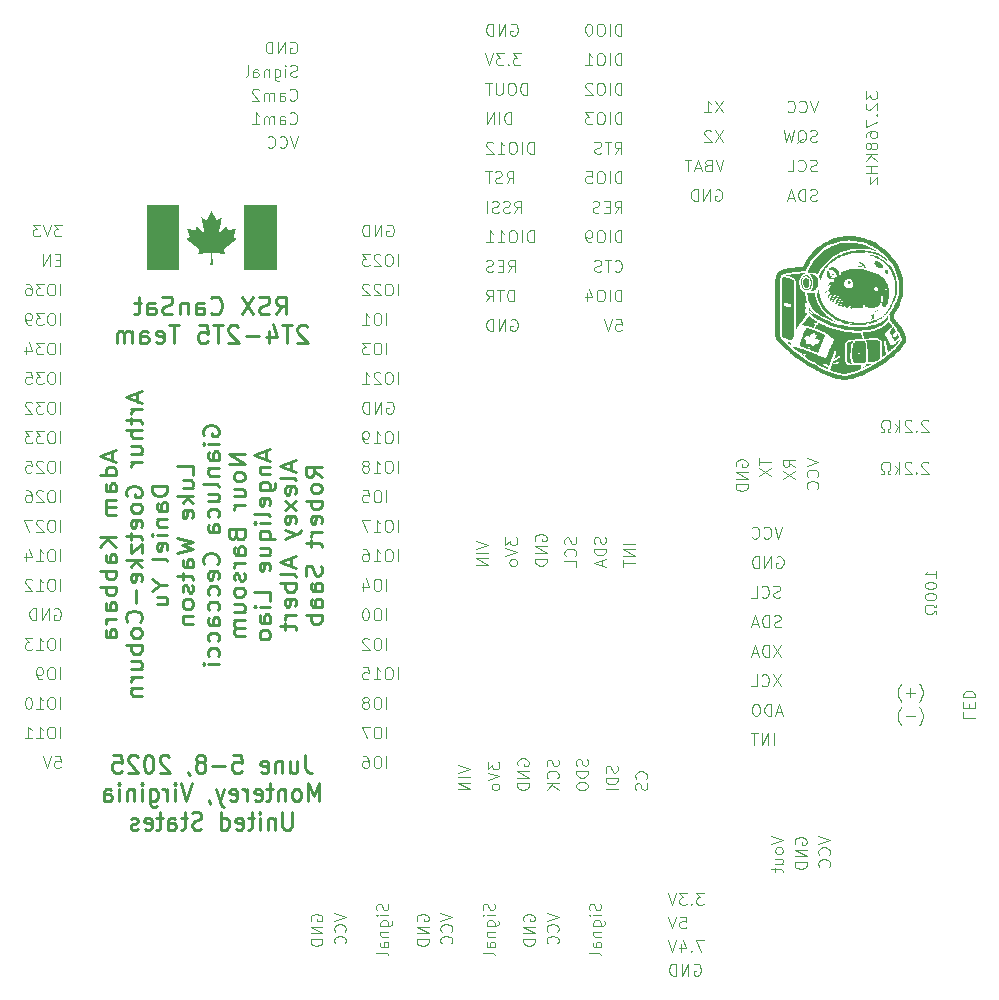
<source format=gbr>
%TF.GenerationSoftware,KiCad,Pcbnew,8.0.5*%
%TF.CreationDate,2025-03-06T00:48:24-05:00*%
%TF.ProjectId,CanSat_Sensor_Board,43616e53-6174-45f5-9365-6e736f725f42,rev?*%
%TF.SameCoordinates,Original*%
%TF.FileFunction,Legend,Bot*%
%TF.FilePolarity,Positive*%
%FSLAX46Y46*%
G04 Gerber Fmt 4.6, Leading zero omitted, Abs format (unit mm)*
G04 Created by KiCad (PCBNEW 8.0.5) date 2025-03-06 00:48:24*
%MOMM*%
%LPD*%
G01*
G04 APERTURE LIST*
%ADD10C,0.100000*%
%ADD11C,0.250000*%
%ADD12C,0.000000*%
G04 APERTURE END LIST*
D10*
X149851503Y-84420038D02*
X149946741Y-84372419D01*
X149946741Y-84372419D02*
X150089598Y-84372419D01*
X150089598Y-84372419D02*
X150232455Y-84420038D01*
X150232455Y-84420038D02*
X150327693Y-84515276D01*
X150327693Y-84515276D02*
X150375312Y-84610514D01*
X150375312Y-84610514D02*
X150422931Y-84800990D01*
X150422931Y-84800990D02*
X150422931Y-84943847D01*
X150422931Y-84943847D02*
X150375312Y-85134323D01*
X150375312Y-85134323D02*
X150327693Y-85229561D01*
X150327693Y-85229561D02*
X150232455Y-85324800D01*
X150232455Y-85324800D02*
X150089598Y-85372419D01*
X150089598Y-85372419D02*
X149994360Y-85372419D01*
X149994360Y-85372419D02*
X149851503Y-85324800D01*
X149851503Y-85324800D02*
X149803884Y-85277180D01*
X149803884Y-85277180D02*
X149803884Y-84943847D01*
X149803884Y-84943847D02*
X149994360Y-84943847D01*
X149375312Y-85372419D02*
X149375312Y-84372419D01*
X149375312Y-84372419D02*
X148803884Y-85372419D01*
X148803884Y-85372419D02*
X148803884Y-84372419D01*
X148327693Y-85372419D02*
X148327693Y-84372419D01*
X148327693Y-84372419D02*
X148089598Y-84372419D01*
X148089598Y-84372419D02*
X147946741Y-84420038D01*
X147946741Y-84420038D02*
X147851503Y-84515276D01*
X147851503Y-84515276D02*
X147803884Y-84610514D01*
X147803884Y-84610514D02*
X147756265Y-84800990D01*
X147756265Y-84800990D02*
X147756265Y-84943847D01*
X147756265Y-84943847D02*
X147803884Y-85134323D01*
X147803884Y-85134323D02*
X147851503Y-85229561D01*
X147851503Y-85229561D02*
X147946741Y-85324800D01*
X147946741Y-85324800D02*
X148089598Y-85372419D01*
X148089598Y-85372419D02*
X148327693Y-85372419D01*
X111696115Y-82372419D02*
X111696115Y-81372419D01*
X111029449Y-81372419D02*
X110838973Y-81372419D01*
X110838973Y-81372419D02*
X110743735Y-81420038D01*
X110743735Y-81420038D02*
X110648497Y-81515276D01*
X110648497Y-81515276D02*
X110600878Y-81705752D01*
X110600878Y-81705752D02*
X110600878Y-82039085D01*
X110600878Y-82039085D02*
X110648497Y-82229561D01*
X110648497Y-82229561D02*
X110743735Y-82324800D01*
X110743735Y-82324800D02*
X110838973Y-82372419D01*
X110838973Y-82372419D02*
X111029449Y-82372419D01*
X111029449Y-82372419D02*
X111124687Y-82324800D01*
X111124687Y-82324800D02*
X111219925Y-82229561D01*
X111219925Y-82229561D02*
X111267544Y-82039085D01*
X111267544Y-82039085D02*
X111267544Y-81705752D01*
X111267544Y-81705752D02*
X111219925Y-81515276D01*
X111219925Y-81515276D02*
X111124687Y-81420038D01*
X111124687Y-81420038D02*
X111029449Y-81372419D01*
X110267544Y-81372419D02*
X109648497Y-81372419D01*
X109648497Y-81372419D02*
X109981830Y-81753371D01*
X109981830Y-81753371D02*
X109838973Y-81753371D01*
X109838973Y-81753371D02*
X109743735Y-81800990D01*
X109743735Y-81800990D02*
X109696116Y-81848609D01*
X109696116Y-81848609D02*
X109648497Y-81943847D01*
X109648497Y-81943847D02*
X109648497Y-82181942D01*
X109648497Y-82181942D02*
X109696116Y-82277180D01*
X109696116Y-82277180D02*
X109743735Y-82324800D01*
X109743735Y-82324800D02*
X109838973Y-82372419D01*
X109838973Y-82372419D02*
X110124687Y-82372419D01*
X110124687Y-82372419D02*
X110219925Y-82324800D01*
X110219925Y-82324800D02*
X110267544Y-82277180D01*
X108791354Y-81372419D02*
X108981830Y-81372419D01*
X108981830Y-81372419D02*
X109077068Y-81420038D01*
X109077068Y-81420038D02*
X109124687Y-81467657D01*
X109124687Y-81467657D02*
X109219925Y-81610514D01*
X109219925Y-81610514D02*
X109267544Y-81800990D01*
X109267544Y-81800990D02*
X109267544Y-82181942D01*
X109267544Y-82181942D02*
X109219925Y-82277180D01*
X109219925Y-82277180D02*
X109172306Y-82324800D01*
X109172306Y-82324800D02*
X109077068Y-82372419D01*
X109077068Y-82372419D02*
X108886592Y-82372419D01*
X108886592Y-82372419D02*
X108791354Y-82324800D01*
X108791354Y-82324800D02*
X108743735Y-82277180D01*
X108743735Y-82277180D02*
X108696116Y-82181942D01*
X108696116Y-82181942D02*
X108696116Y-81943847D01*
X108696116Y-81943847D02*
X108743735Y-81848609D01*
X108743735Y-81848609D02*
X108791354Y-81800990D01*
X108791354Y-81800990D02*
X108886592Y-81753371D01*
X108886592Y-81753371D02*
X109077068Y-81753371D01*
X109077068Y-81753371D02*
X109172306Y-81800990D01*
X109172306Y-81800990D02*
X109219925Y-81848609D01*
X109219925Y-81848609D02*
X109267544Y-81943847D01*
X111219925Y-121372419D02*
X111696115Y-121372419D01*
X111696115Y-121372419D02*
X111743734Y-121848609D01*
X111743734Y-121848609D02*
X111696115Y-121800990D01*
X111696115Y-121800990D02*
X111600877Y-121753371D01*
X111600877Y-121753371D02*
X111362782Y-121753371D01*
X111362782Y-121753371D02*
X111267544Y-121800990D01*
X111267544Y-121800990D02*
X111219925Y-121848609D01*
X111219925Y-121848609D02*
X111172306Y-121943847D01*
X111172306Y-121943847D02*
X111172306Y-122181942D01*
X111172306Y-122181942D02*
X111219925Y-122277180D01*
X111219925Y-122277180D02*
X111267544Y-122324800D01*
X111267544Y-122324800D02*
X111362782Y-122372419D01*
X111362782Y-122372419D02*
X111600877Y-122372419D01*
X111600877Y-122372419D02*
X111696115Y-122324800D01*
X111696115Y-122324800D02*
X111743734Y-122277180D01*
X110886591Y-121372419D02*
X110553258Y-122372419D01*
X110553258Y-122372419D02*
X110219925Y-121372419D01*
X170872419Y-96161027D02*
X170872419Y-96732455D01*
X171872419Y-96446741D02*
X170872419Y-96446741D01*
X170872419Y-96970551D02*
X171872419Y-97637217D01*
X170872419Y-97637217D02*
X171872419Y-96970551D01*
X149851502Y-67872419D02*
X149851502Y-66872419D01*
X149851502Y-66872419D02*
X149613407Y-66872419D01*
X149613407Y-66872419D02*
X149470550Y-66920038D01*
X149470550Y-66920038D02*
X149375312Y-67015276D01*
X149375312Y-67015276D02*
X149327693Y-67110514D01*
X149327693Y-67110514D02*
X149280074Y-67300990D01*
X149280074Y-67300990D02*
X149280074Y-67443847D01*
X149280074Y-67443847D02*
X149327693Y-67634323D01*
X149327693Y-67634323D02*
X149375312Y-67729561D01*
X149375312Y-67729561D02*
X149470550Y-67824800D01*
X149470550Y-67824800D02*
X149613407Y-67872419D01*
X149613407Y-67872419D02*
X149851502Y-67872419D01*
X148851502Y-67872419D02*
X148851502Y-66872419D01*
X148375312Y-67872419D02*
X148375312Y-66872419D01*
X148375312Y-66872419D02*
X147803884Y-67872419D01*
X147803884Y-67872419D02*
X147803884Y-66872419D01*
X185872419Y-106261904D02*
X185872419Y-105690476D01*
X185872419Y-105976190D02*
X184872419Y-105976190D01*
X184872419Y-105976190D02*
X185015276Y-105880952D01*
X185015276Y-105880952D02*
X185110514Y-105785714D01*
X185110514Y-105785714D02*
X185158133Y-105690476D01*
X184872419Y-106880952D02*
X184872419Y-106976190D01*
X184872419Y-106976190D02*
X184920038Y-107071428D01*
X184920038Y-107071428D02*
X184967657Y-107119047D01*
X184967657Y-107119047D02*
X185062895Y-107166666D01*
X185062895Y-107166666D02*
X185253371Y-107214285D01*
X185253371Y-107214285D02*
X185491466Y-107214285D01*
X185491466Y-107214285D02*
X185681942Y-107166666D01*
X185681942Y-107166666D02*
X185777180Y-107119047D01*
X185777180Y-107119047D02*
X185824800Y-107071428D01*
X185824800Y-107071428D02*
X185872419Y-106976190D01*
X185872419Y-106976190D02*
X185872419Y-106880952D01*
X185872419Y-106880952D02*
X185824800Y-106785714D01*
X185824800Y-106785714D02*
X185777180Y-106738095D01*
X185777180Y-106738095D02*
X185681942Y-106690476D01*
X185681942Y-106690476D02*
X185491466Y-106642857D01*
X185491466Y-106642857D02*
X185253371Y-106642857D01*
X185253371Y-106642857D02*
X185062895Y-106690476D01*
X185062895Y-106690476D02*
X184967657Y-106738095D01*
X184967657Y-106738095D02*
X184920038Y-106785714D01*
X184920038Y-106785714D02*
X184872419Y-106880952D01*
X184872419Y-107833333D02*
X184872419Y-107928571D01*
X184872419Y-107928571D02*
X184920038Y-108023809D01*
X184920038Y-108023809D02*
X184967657Y-108071428D01*
X184967657Y-108071428D02*
X185062895Y-108119047D01*
X185062895Y-108119047D02*
X185253371Y-108166666D01*
X185253371Y-108166666D02*
X185491466Y-108166666D01*
X185491466Y-108166666D02*
X185681942Y-108119047D01*
X185681942Y-108119047D02*
X185777180Y-108071428D01*
X185777180Y-108071428D02*
X185824800Y-108023809D01*
X185824800Y-108023809D02*
X185872419Y-107928571D01*
X185872419Y-107928571D02*
X185872419Y-107833333D01*
X185872419Y-107833333D02*
X185824800Y-107738095D01*
X185824800Y-107738095D02*
X185777180Y-107690476D01*
X185777180Y-107690476D02*
X185681942Y-107642857D01*
X185681942Y-107642857D02*
X185491466Y-107595238D01*
X185491466Y-107595238D02*
X185253371Y-107595238D01*
X185253371Y-107595238D02*
X185062895Y-107642857D01*
X185062895Y-107642857D02*
X184967657Y-107690476D01*
X184967657Y-107690476D02*
X184920038Y-107738095D01*
X184920038Y-107738095D02*
X184872419Y-107833333D01*
X185872419Y-108547619D02*
X185872419Y-108785714D01*
X185872419Y-108785714D02*
X185681942Y-108785714D01*
X185681942Y-108785714D02*
X185634323Y-108690476D01*
X185634323Y-108690476D02*
X185539085Y-108595238D01*
X185539085Y-108595238D02*
X185396228Y-108547619D01*
X185396228Y-108547619D02*
X185158133Y-108547619D01*
X185158133Y-108547619D02*
X185015276Y-108595238D01*
X185015276Y-108595238D02*
X184920038Y-108690476D01*
X184920038Y-108690476D02*
X184872419Y-108833333D01*
X184872419Y-108833333D02*
X184872419Y-109023809D01*
X184872419Y-109023809D02*
X184920038Y-109166666D01*
X184920038Y-109166666D02*
X185015276Y-109261904D01*
X185015276Y-109261904D02*
X185158133Y-109309523D01*
X185158133Y-109309523D02*
X185396228Y-109309523D01*
X185396228Y-109309523D02*
X185539085Y-109261904D01*
X185539085Y-109261904D02*
X185634323Y-109166666D01*
X185634323Y-109166666D02*
X185681942Y-109071428D01*
X185681942Y-109071428D02*
X185872419Y-109071428D01*
X185872419Y-109071428D02*
X185872419Y-109309523D01*
X146872419Y-103148497D02*
X147872419Y-103481830D01*
X147872419Y-103481830D02*
X146872419Y-103815163D01*
X147872419Y-104148497D02*
X146872419Y-104148497D01*
X147872419Y-104624687D02*
X146872419Y-104624687D01*
X146872419Y-104624687D02*
X147872419Y-105196115D01*
X147872419Y-105196115D02*
X146872419Y-105196115D01*
X111696115Y-87372419D02*
X111696115Y-86372419D01*
X111029449Y-86372419D02*
X110838973Y-86372419D01*
X110838973Y-86372419D02*
X110743735Y-86420038D01*
X110743735Y-86420038D02*
X110648497Y-86515276D01*
X110648497Y-86515276D02*
X110600878Y-86705752D01*
X110600878Y-86705752D02*
X110600878Y-87039085D01*
X110600878Y-87039085D02*
X110648497Y-87229561D01*
X110648497Y-87229561D02*
X110743735Y-87324800D01*
X110743735Y-87324800D02*
X110838973Y-87372419D01*
X110838973Y-87372419D02*
X111029449Y-87372419D01*
X111029449Y-87372419D02*
X111124687Y-87324800D01*
X111124687Y-87324800D02*
X111219925Y-87229561D01*
X111219925Y-87229561D02*
X111267544Y-87039085D01*
X111267544Y-87039085D02*
X111267544Y-86705752D01*
X111267544Y-86705752D02*
X111219925Y-86515276D01*
X111219925Y-86515276D02*
X111124687Y-86420038D01*
X111124687Y-86420038D02*
X111029449Y-86372419D01*
X110267544Y-86372419D02*
X109648497Y-86372419D01*
X109648497Y-86372419D02*
X109981830Y-86753371D01*
X109981830Y-86753371D02*
X109838973Y-86753371D01*
X109838973Y-86753371D02*
X109743735Y-86800990D01*
X109743735Y-86800990D02*
X109696116Y-86848609D01*
X109696116Y-86848609D02*
X109648497Y-86943847D01*
X109648497Y-86943847D02*
X109648497Y-87181942D01*
X109648497Y-87181942D02*
X109696116Y-87277180D01*
X109696116Y-87277180D02*
X109743735Y-87324800D01*
X109743735Y-87324800D02*
X109838973Y-87372419D01*
X109838973Y-87372419D02*
X110124687Y-87372419D01*
X110124687Y-87372419D02*
X110219925Y-87324800D01*
X110219925Y-87324800D02*
X110267544Y-87277180D01*
X108791354Y-86705752D02*
X108791354Y-87372419D01*
X109029449Y-86324800D02*
X109267544Y-87039085D01*
X109267544Y-87039085D02*
X108648497Y-87039085D01*
X175838972Y-65872419D02*
X175505639Y-66872419D01*
X175505639Y-66872419D02*
X175172306Y-65872419D01*
X174267544Y-66777180D02*
X174315163Y-66824800D01*
X174315163Y-66824800D02*
X174458020Y-66872419D01*
X174458020Y-66872419D02*
X174553258Y-66872419D01*
X174553258Y-66872419D02*
X174696115Y-66824800D01*
X174696115Y-66824800D02*
X174791353Y-66729561D01*
X174791353Y-66729561D02*
X174838972Y-66634323D01*
X174838972Y-66634323D02*
X174886591Y-66443847D01*
X174886591Y-66443847D02*
X174886591Y-66300990D01*
X174886591Y-66300990D02*
X174838972Y-66110514D01*
X174838972Y-66110514D02*
X174791353Y-66015276D01*
X174791353Y-66015276D02*
X174696115Y-65920038D01*
X174696115Y-65920038D02*
X174553258Y-65872419D01*
X174553258Y-65872419D02*
X174458020Y-65872419D01*
X174458020Y-65872419D02*
X174315163Y-65920038D01*
X174315163Y-65920038D02*
X174267544Y-65967657D01*
X173267544Y-66777180D02*
X173315163Y-66824800D01*
X173315163Y-66824800D02*
X173458020Y-66872419D01*
X173458020Y-66872419D02*
X173553258Y-66872419D01*
X173553258Y-66872419D02*
X173696115Y-66824800D01*
X173696115Y-66824800D02*
X173791353Y-66729561D01*
X173791353Y-66729561D02*
X173838972Y-66634323D01*
X173838972Y-66634323D02*
X173886591Y-66443847D01*
X173886591Y-66443847D02*
X173886591Y-66300990D01*
X173886591Y-66300990D02*
X173838972Y-66110514D01*
X173838972Y-66110514D02*
X173791353Y-66015276D01*
X173791353Y-66015276D02*
X173696115Y-65920038D01*
X173696115Y-65920038D02*
X173553258Y-65872419D01*
X173553258Y-65872419D02*
X173458020Y-65872419D01*
X173458020Y-65872419D02*
X173315163Y-65920038D01*
X173315163Y-65920038D02*
X173267544Y-65967657D01*
X159196115Y-77872419D02*
X159196115Y-76872419D01*
X159196115Y-76872419D02*
X158958020Y-76872419D01*
X158958020Y-76872419D02*
X158815163Y-76920038D01*
X158815163Y-76920038D02*
X158719925Y-77015276D01*
X158719925Y-77015276D02*
X158672306Y-77110514D01*
X158672306Y-77110514D02*
X158624687Y-77300990D01*
X158624687Y-77300990D02*
X158624687Y-77443847D01*
X158624687Y-77443847D02*
X158672306Y-77634323D01*
X158672306Y-77634323D02*
X158719925Y-77729561D01*
X158719925Y-77729561D02*
X158815163Y-77824800D01*
X158815163Y-77824800D02*
X158958020Y-77872419D01*
X158958020Y-77872419D02*
X159196115Y-77872419D01*
X158196115Y-77872419D02*
X158196115Y-76872419D01*
X157529449Y-76872419D02*
X157338973Y-76872419D01*
X157338973Y-76872419D02*
X157243735Y-76920038D01*
X157243735Y-76920038D02*
X157148497Y-77015276D01*
X157148497Y-77015276D02*
X157100878Y-77205752D01*
X157100878Y-77205752D02*
X157100878Y-77539085D01*
X157100878Y-77539085D02*
X157148497Y-77729561D01*
X157148497Y-77729561D02*
X157243735Y-77824800D01*
X157243735Y-77824800D02*
X157338973Y-77872419D01*
X157338973Y-77872419D02*
X157529449Y-77872419D01*
X157529449Y-77872419D02*
X157624687Y-77824800D01*
X157624687Y-77824800D02*
X157719925Y-77729561D01*
X157719925Y-77729561D02*
X157767544Y-77539085D01*
X157767544Y-77539085D02*
X157767544Y-77205752D01*
X157767544Y-77205752D02*
X157719925Y-77015276D01*
X157719925Y-77015276D02*
X157624687Y-76920038D01*
X157624687Y-76920038D02*
X157529449Y-76872419D01*
X156624687Y-77872419D02*
X156434211Y-77872419D01*
X156434211Y-77872419D02*
X156338973Y-77824800D01*
X156338973Y-77824800D02*
X156291354Y-77777180D01*
X156291354Y-77777180D02*
X156196116Y-77634323D01*
X156196116Y-77634323D02*
X156148497Y-77443847D01*
X156148497Y-77443847D02*
X156148497Y-77062895D01*
X156148497Y-77062895D02*
X156196116Y-76967657D01*
X156196116Y-76967657D02*
X156243735Y-76920038D01*
X156243735Y-76920038D02*
X156338973Y-76872419D01*
X156338973Y-76872419D02*
X156529449Y-76872419D01*
X156529449Y-76872419D02*
X156624687Y-76920038D01*
X156624687Y-76920038D02*
X156672306Y-76967657D01*
X156672306Y-76967657D02*
X156719925Y-77062895D01*
X156719925Y-77062895D02*
X156719925Y-77300990D01*
X156719925Y-77300990D02*
X156672306Y-77396228D01*
X156672306Y-77396228D02*
X156624687Y-77443847D01*
X156624687Y-77443847D02*
X156529449Y-77491466D01*
X156529449Y-77491466D02*
X156338973Y-77491466D01*
X156338973Y-77491466D02*
X156243735Y-77443847D01*
X156243735Y-77443847D02*
X156196116Y-77396228D01*
X156196116Y-77396228D02*
X156148497Y-77300990D01*
X172684836Y-114457419D02*
X172018170Y-115457419D01*
X172018170Y-114457419D02*
X172684836Y-115457419D01*
X171065789Y-115362180D02*
X171113408Y-115409800D01*
X171113408Y-115409800D02*
X171256265Y-115457419D01*
X171256265Y-115457419D02*
X171351503Y-115457419D01*
X171351503Y-115457419D02*
X171494360Y-115409800D01*
X171494360Y-115409800D02*
X171589598Y-115314561D01*
X171589598Y-115314561D02*
X171637217Y-115219323D01*
X171637217Y-115219323D02*
X171684836Y-115028847D01*
X171684836Y-115028847D02*
X171684836Y-114885990D01*
X171684836Y-114885990D02*
X171637217Y-114695514D01*
X171637217Y-114695514D02*
X171589598Y-114600276D01*
X171589598Y-114600276D02*
X171494360Y-114505038D01*
X171494360Y-114505038D02*
X171351503Y-114457419D01*
X171351503Y-114457419D02*
X171256265Y-114457419D01*
X171256265Y-114457419D02*
X171113408Y-114505038D01*
X171113408Y-114505038D02*
X171065789Y-114552657D01*
X170161027Y-115457419D02*
X170637217Y-115457419D01*
X170637217Y-115457419D02*
X170637217Y-114457419D01*
X150420038Y-122148496D02*
X150372419Y-122053258D01*
X150372419Y-122053258D02*
X150372419Y-121910401D01*
X150372419Y-121910401D02*
X150420038Y-121767544D01*
X150420038Y-121767544D02*
X150515276Y-121672306D01*
X150515276Y-121672306D02*
X150610514Y-121624687D01*
X150610514Y-121624687D02*
X150800990Y-121577068D01*
X150800990Y-121577068D02*
X150943847Y-121577068D01*
X150943847Y-121577068D02*
X151134323Y-121624687D01*
X151134323Y-121624687D02*
X151229561Y-121672306D01*
X151229561Y-121672306D02*
X151324800Y-121767544D01*
X151324800Y-121767544D02*
X151372419Y-121910401D01*
X151372419Y-121910401D02*
X151372419Y-122005639D01*
X151372419Y-122005639D02*
X151324800Y-122148496D01*
X151324800Y-122148496D02*
X151277180Y-122196115D01*
X151277180Y-122196115D02*
X150943847Y-122196115D01*
X150943847Y-122196115D02*
X150943847Y-122005639D01*
X151372419Y-122624687D02*
X150372419Y-122624687D01*
X150372419Y-122624687D02*
X151372419Y-123196115D01*
X151372419Y-123196115D02*
X150372419Y-123196115D01*
X151372419Y-123672306D02*
X150372419Y-123672306D01*
X150372419Y-123672306D02*
X150372419Y-123910401D01*
X150372419Y-123910401D02*
X150420038Y-124053258D01*
X150420038Y-124053258D02*
X150515276Y-124148496D01*
X150515276Y-124148496D02*
X150610514Y-124196115D01*
X150610514Y-124196115D02*
X150800990Y-124243734D01*
X150800990Y-124243734D02*
X150943847Y-124243734D01*
X150943847Y-124243734D02*
X151134323Y-124196115D01*
X151134323Y-124196115D02*
X151229561Y-124148496D01*
X151229561Y-124148496D02*
X151324800Y-124053258D01*
X151324800Y-124053258D02*
X151372419Y-123910401D01*
X151372419Y-123910401D02*
X151372419Y-123672306D01*
X161277180Y-123291353D02*
X161324800Y-123243734D01*
X161324800Y-123243734D02*
X161372419Y-123100877D01*
X161372419Y-123100877D02*
X161372419Y-123005639D01*
X161372419Y-123005639D02*
X161324800Y-122862782D01*
X161324800Y-122862782D02*
X161229561Y-122767544D01*
X161229561Y-122767544D02*
X161134323Y-122719925D01*
X161134323Y-122719925D02*
X160943847Y-122672306D01*
X160943847Y-122672306D02*
X160800990Y-122672306D01*
X160800990Y-122672306D02*
X160610514Y-122719925D01*
X160610514Y-122719925D02*
X160515276Y-122767544D01*
X160515276Y-122767544D02*
X160420038Y-122862782D01*
X160420038Y-122862782D02*
X160372419Y-123005639D01*
X160372419Y-123005639D02*
X160372419Y-123100877D01*
X160372419Y-123100877D02*
X160420038Y-123243734D01*
X160420038Y-123243734D02*
X160467657Y-123291353D01*
X161324800Y-123672306D02*
X161372419Y-123815163D01*
X161372419Y-123815163D02*
X161372419Y-124053258D01*
X161372419Y-124053258D02*
X161324800Y-124148496D01*
X161324800Y-124148496D02*
X161277180Y-124196115D01*
X161277180Y-124196115D02*
X161181942Y-124243734D01*
X161181942Y-124243734D02*
X161086704Y-124243734D01*
X161086704Y-124243734D02*
X160991466Y-124196115D01*
X160991466Y-124196115D02*
X160943847Y-124148496D01*
X160943847Y-124148496D02*
X160896228Y-124053258D01*
X160896228Y-124053258D02*
X160848609Y-123862782D01*
X160848609Y-123862782D02*
X160800990Y-123767544D01*
X160800990Y-123767544D02*
X160753371Y-123719925D01*
X160753371Y-123719925D02*
X160658133Y-123672306D01*
X160658133Y-123672306D02*
X160562895Y-123672306D01*
X160562895Y-123672306D02*
X160467657Y-123719925D01*
X160467657Y-123719925D02*
X160420038Y-123767544D01*
X160420038Y-123767544D02*
X160372419Y-123862782D01*
X160372419Y-123862782D02*
X160372419Y-124100877D01*
X160372419Y-124100877D02*
X160420038Y-124243734D01*
X172637217Y-107909800D02*
X172494360Y-107957419D01*
X172494360Y-107957419D02*
X172256265Y-107957419D01*
X172256265Y-107957419D02*
X172161027Y-107909800D01*
X172161027Y-107909800D02*
X172113408Y-107862180D01*
X172113408Y-107862180D02*
X172065789Y-107766942D01*
X172065789Y-107766942D02*
X172065789Y-107671704D01*
X172065789Y-107671704D02*
X172113408Y-107576466D01*
X172113408Y-107576466D02*
X172161027Y-107528847D01*
X172161027Y-107528847D02*
X172256265Y-107481228D01*
X172256265Y-107481228D02*
X172446741Y-107433609D01*
X172446741Y-107433609D02*
X172541979Y-107385990D01*
X172541979Y-107385990D02*
X172589598Y-107338371D01*
X172589598Y-107338371D02*
X172637217Y-107243133D01*
X172637217Y-107243133D02*
X172637217Y-107147895D01*
X172637217Y-107147895D02*
X172589598Y-107052657D01*
X172589598Y-107052657D02*
X172541979Y-107005038D01*
X172541979Y-107005038D02*
X172446741Y-106957419D01*
X172446741Y-106957419D02*
X172208646Y-106957419D01*
X172208646Y-106957419D02*
X172065789Y-107005038D01*
X171065789Y-107862180D02*
X171113408Y-107909800D01*
X171113408Y-107909800D02*
X171256265Y-107957419D01*
X171256265Y-107957419D02*
X171351503Y-107957419D01*
X171351503Y-107957419D02*
X171494360Y-107909800D01*
X171494360Y-107909800D02*
X171589598Y-107814561D01*
X171589598Y-107814561D02*
X171637217Y-107719323D01*
X171637217Y-107719323D02*
X171684836Y-107528847D01*
X171684836Y-107528847D02*
X171684836Y-107385990D01*
X171684836Y-107385990D02*
X171637217Y-107195514D01*
X171637217Y-107195514D02*
X171589598Y-107100276D01*
X171589598Y-107100276D02*
X171494360Y-107005038D01*
X171494360Y-107005038D02*
X171351503Y-106957419D01*
X171351503Y-106957419D02*
X171256265Y-106957419D01*
X171256265Y-106957419D02*
X171113408Y-107005038D01*
X171113408Y-107005038D02*
X171065789Y-107052657D01*
X170161027Y-107957419D02*
X170637217Y-107957419D01*
X170637217Y-107957419D02*
X170637217Y-106957419D01*
X157824800Y-102815163D02*
X157872419Y-102958020D01*
X157872419Y-102958020D02*
X157872419Y-103196115D01*
X157872419Y-103196115D02*
X157824800Y-103291353D01*
X157824800Y-103291353D02*
X157777180Y-103338972D01*
X157777180Y-103338972D02*
X157681942Y-103386591D01*
X157681942Y-103386591D02*
X157586704Y-103386591D01*
X157586704Y-103386591D02*
X157491466Y-103338972D01*
X157491466Y-103338972D02*
X157443847Y-103291353D01*
X157443847Y-103291353D02*
X157396228Y-103196115D01*
X157396228Y-103196115D02*
X157348609Y-103005639D01*
X157348609Y-103005639D02*
X157300990Y-102910401D01*
X157300990Y-102910401D02*
X157253371Y-102862782D01*
X157253371Y-102862782D02*
X157158133Y-102815163D01*
X157158133Y-102815163D02*
X157062895Y-102815163D01*
X157062895Y-102815163D02*
X156967657Y-102862782D01*
X156967657Y-102862782D02*
X156920038Y-102910401D01*
X156920038Y-102910401D02*
X156872419Y-103005639D01*
X156872419Y-103005639D02*
X156872419Y-103243734D01*
X156872419Y-103243734D02*
X156920038Y-103386591D01*
X157872419Y-103815163D02*
X156872419Y-103815163D01*
X156872419Y-103815163D02*
X156872419Y-104053258D01*
X156872419Y-104053258D02*
X156920038Y-104196115D01*
X156920038Y-104196115D02*
X157015276Y-104291353D01*
X157015276Y-104291353D02*
X157110514Y-104338972D01*
X157110514Y-104338972D02*
X157300990Y-104386591D01*
X157300990Y-104386591D02*
X157443847Y-104386591D01*
X157443847Y-104386591D02*
X157634323Y-104338972D01*
X157634323Y-104338972D02*
X157729561Y-104291353D01*
X157729561Y-104291353D02*
X157824800Y-104196115D01*
X157824800Y-104196115D02*
X157872419Y-104053258D01*
X157872419Y-104053258D02*
X157872419Y-103815163D01*
X157586704Y-104767544D02*
X157586704Y-105243734D01*
X157872419Y-104672306D02*
X156872419Y-105005639D01*
X156872419Y-105005639D02*
X157872419Y-105338972D01*
X159196115Y-60372419D02*
X159196115Y-59372419D01*
X159196115Y-59372419D02*
X158958020Y-59372419D01*
X158958020Y-59372419D02*
X158815163Y-59420038D01*
X158815163Y-59420038D02*
X158719925Y-59515276D01*
X158719925Y-59515276D02*
X158672306Y-59610514D01*
X158672306Y-59610514D02*
X158624687Y-59800990D01*
X158624687Y-59800990D02*
X158624687Y-59943847D01*
X158624687Y-59943847D02*
X158672306Y-60134323D01*
X158672306Y-60134323D02*
X158719925Y-60229561D01*
X158719925Y-60229561D02*
X158815163Y-60324800D01*
X158815163Y-60324800D02*
X158958020Y-60372419D01*
X158958020Y-60372419D02*
X159196115Y-60372419D01*
X158196115Y-60372419D02*
X158196115Y-59372419D01*
X157529449Y-59372419D02*
X157338973Y-59372419D01*
X157338973Y-59372419D02*
X157243735Y-59420038D01*
X157243735Y-59420038D02*
X157148497Y-59515276D01*
X157148497Y-59515276D02*
X157100878Y-59705752D01*
X157100878Y-59705752D02*
X157100878Y-60039085D01*
X157100878Y-60039085D02*
X157148497Y-60229561D01*
X157148497Y-60229561D02*
X157243735Y-60324800D01*
X157243735Y-60324800D02*
X157338973Y-60372419D01*
X157338973Y-60372419D02*
X157529449Y-60372419D01*
X157529449Y-60372419D02*
X157624687Y-60324800D01*
X157624687Y-60324800D02*
X157719925Y-60229561D01*
X157719925Y-60229561D02*
X157767544Y-60039085D01*
X157767544Y-60039085D02*
X157767544Y-59705752D01*
X157767544Y-59705752D02*
X157719925Y-59515276D01*
X157719925Y-59515276D02*
X157624687Y-59420038D01*
X157624687Y-59420038D02*
X157529449Y-59372419D01*
X156481830Y-59372419D02*
X156386592Y-59372419D01*
X156386592Y-59372419D02*
X156291354Y-59420038D01*
X156291354Y-59420038D02*
X156243735Y-59467657D01*
X156243735Y-59467657D02*
X156196116Y-59562895D01*
X156196116Y-59562895D02*
X156148497Y-59753371D01*
X156148497Y-59753371D02*
X156148497Y-59991466D01*
X156148497Y-59991466D02*
X156196116Y-60181942D01*
X156196116Y-60181942D02*
X156243735Y-60277180D01*
X156243735Y-60277180D02*
X156291354Y-60324800D01*
X156291354Y-60324800D02*
X156386592Y-60372419D01*
X156386592Y-60372419D02*
X156481830Y-60372419D01*
X156481830Y-60372419D02*
X156577068Y-60324800D01*
X156577068Y-60324800D02*
X156624687Y-60277180D01*
X156624687Y-60277180D02*
X156672306Y-60181942D01*
X156672306Y-60181942D02*
X156719925Y-59991466D01*
X156719925Y-59991466D02*
X156719925Y-59753371D01*
X156719925Y-59753371D02*
X156672306Y-59562895D01*
X156672306Y-59562895D02*
X156624687Y-59467657D01*
X156624687Y-59467657D02*
X156577068Y-59420038D01*
X156577068Y-59420038D02*
X156481830Y-59372419D01*
D11*
X129964285Y-83973470D02*
X130464285Y-83259184D01*
X130821428Y-83973470D02*
X130821428Y-82473470D01*
X130821428Y-82473470D02*
X130249999Y-82473470D01*
X130249999Y-82473470D02*
X130107142Y-82544899D01*
X130107142Y-82544899D02*
X130035713Y-82616327D01*
X130035713Y-82616327D02*
X129964285Y-82759184D01*
X129964285Y-82759184D02*
X129964285Y-82973470D01*
X129964285Y-82973470D02*
X130035713Y-83116327D01*
X130035713Y-83116327D02*
X130107142Y-83187756D01*
X130107142Y-83187756D02*
X130249999Y-83259184D01*
X130249999Y-83259184D02*
X130821428Y-83259184D01*
X129392856Y-83902042D02*
X129178571Y-83973470D01*
X129178571Y-83973470D02*
X128821428Y-83973470D01*
X128821428Y-83973470D02*
X128678571Y-83902042D01*
X128678571Y-83902042D02*
X128607142Y-83830613D01*
X128607142Y-83830613D02*
X128535713Y-83687756D01*
X128535713Y-83687756D02*
X128535713Y-83544899D01*
X128535713Y-83544899D02*
X128607142Y-83402042D01*
X128607142Y-83402042D02*
X128678571Y-83330613D01*
X128678571Y-83330613D02*
X128821428Y-83259184D01*
X128821428Y-83259184D02*
X129107142Y-83187756D01*
X129107142Y-83187756D02*
X129249999Y-83116327D01*
X129249999Y-83116327D02*
X129321428Y-83044899D01*
X129321428Y-83044899D02*
X129392856Y-82902042D01*
X129392856Y-82902042D02*
X129392856Y-82759184D01*
X129392856Y-82759184D02*
X129321428Y-82616327D01*
X129321428Y-82616327D02*
X129249999Y-82544899D01*
X129249999Y-82544899D02*
X129107142Y-82473470D01*
X129107142Y-82473470D02*
X128749999Y-82473470D01*
X128749999Y-82473470D02*
X128535713Y-82544899D01*
X128035714Y-82473470D02*
X127035714Y-83973470D01*
X127035714Y-82473470D02*
X128035714Y-83973470D01*
X124464286Y-83830613D02*
X124535714Y-83902042D01*
X124535714Y-83902042D02*
X124750000Y-83973470D01*
X124750000Y-83973470D02*
X124892857Y-83973470D01*
X124892857Y-83973470D02*
X125107143Y-83902042D01*
X125107143Y-83902042D02*
X125250000Y-83759184D01*
X125250000Y-83759184D02*
X125321429Y-83616327D01*
X125321429Y-83616327D02*
X125392857Y-83330613D01*
X125392857Y-83330613D02*
X125392857Y-83116327D01*
X125392857Y-83116327D02*
X125321429Y-82830613D01*
X125321429Y-82830613D02*
X125250000Y-82687756D01*
X125250000Y-82687756D02*
X125107143Y-82544899D01*
X125107143Y-82544899D02*
X124892857Y-82473470D01*
X124892857Y-82473470D02*
X124750000Y-82473470D01*
X124750000Y-82473470D02*
X124535714Y-82544899D01*
X124535714Y-82544899D02*
X124464286Y-82616327D01*
X123178572Y-83973470D02*
X123178572Y-83187756D01*
X123178572Y-83187756D02*
X123250000Y-83044899D01*
X123250000Y-83044899D02*
X123392857Y-82973470D01*
X123392857Y-82973470D02*
X123678572Y-82973470D01*
X123678572Y-82973470D02*
X123821429Y-83044899D01*
X123178572Y-83902042D02*
X123321429Y-83973470D01*
X123321429Y-83973470D02*
X123678572Y-83973470D01*
X123678572Y-83973470D02*
X123821429Y-83902042D01*
X123821429Y-83902042D02*
X123892857Y-83759184D01*
X123892857Y-83759184D02*
X123892857Y-83616327D01*
X123892857Y-83616327D02*
X123821429Y-83473470D01*
X123821429Y-83473470D02*
X123678572Y-83402042D01*
X123678572Y-83402042D02*
X123321429Y-83402042D01*
X123321429Y-83402042D02*
X123178572Y-83330613D01*
X122464286Y-82973470D02*
X122464286Y-83973470D01*
X122464286Y-83116327D02*
X122392857Y-83044899D01*
X122392857Y-83044899D02*
X122250000Y-82973470D01*
X122250000Y-82973470D02*
X122035714Y-82973470D01*
X122035714Y-82973470D02*
X121892857Y-83044899D01*
X121892857Y-83044899D02*
X121821429Y-83187756D01*
X121821429Y-83187756D02*
X121821429Y-83973470D01*
X121178571Y-83902042D02*
X120964286Y-83973470D01*
X120964286Y-83973470D02*
X120607143Y-83973470D01*
X120607143Y-83973470D02*
X120464286Y-83902042D01*
X120464286Y-83902042D02*
X120392857Y-83830613D01*
X120392857Y-83830613D02*
X120321428Y-83687756D01*
X120321428Y-83687756D02*
X120321428Y-83544899D01*
X120321428Y-83544899D02*
X120392857Y-83402042D01*
X120392857Y-83402042D02*
X120464286Y-83330613D01*
X120464286Y-83330613D02*
X120607143Y-83259184D01*
X120607143Y-83259184D02*
X120892857Y-83187756D01*
X120892857Y-83187756D02*
X121035714Y-83116327D01*
X121035714Y-83116327D02*
X121107143Y-83044899D01*
X121107143Y-83044899D02*
X121178571Y-82902042D01*
X121178571Y-82902042D02*
X121178571Y-82759184D01*
X121178571Y-82759184D02*
X121107143Y-82616327D01*
X121107143Y-82616327D02*
X121035714Y-82544899D01*
X121035714Y-82544899D02*
X120892857Y-82473470D01*
X120892857Y-82473470D02*
X120535714Y-82473470D01*
X120535714Y-82473470D02*
X120321428Y-82544899D01*
X119035715Y-83973470D02*
X119035715Y-83187756D01*
X119035715Y-83187756D02*
X119107143Y-83044899D01*
X119107143Y-83044899D02*
X119250000Y-82973470D01*
X119250000Y-82973470D02*
X119535715Y-82973470D01*
X119535715Y-82973470D02*
X119678572Y-83044899D01*
X119035715Y-83902042D02*
X119178572Y-83973470D01*
X119178572Y-83973470D02*
X119535715Y-83973470D01*
X119535715Y-83973470D02*
X119678572Y-83902042D01*
X119678572Y-83902042D02*
X119750000Y-83759184D01*
X119750000Y-83759184D02*
X119750000Y-83616327D01*
X119750000Y-83616327D02*
X119678572Y-83473470D01*
X119678572Y-83473470D02*
X119535715Y-83402042D01*
X119535715Y-83402042D02*
X119178572Y-83402042D01*
X119178572Y-83402042D02*
X119035715Y-83330613D01*
X118535714Y-82973470D02*
X117964286Y-82973470D01*
X118321429Y-82473470D02*
X118321429Y-83759184D01*
X118321429Y-83759184D02*
X118250000Y-83902042D01*
X118250000Y-83902042D02*
X118107143Y-83973470D01*
X118107143Y-83973470D02*
X117964286Y-83973470D01*
X132607141Y-85031243D02*
X132535713Y-84959815D01*
X132535713Y-84959815D02*
X132392856Y-84888386D01*
X132392856Y-84888386D02*
X132035713Y-84888386D01*
X132035713Y-84888386D02*
X131892856Y-84959815D01*
X131892856Y-84959815D02*
X131821427Y-85031243D01*
X131821427Y-85031243D02*
X131749998Y-85174100D01*
X131749998Y-85174100D02*
X131749998Y-85316958D01*
X131749998Y-85316958D02*
X131821427Y-85531243D01*
X131821427Y-85531243D02*
X132678570Y-86388386D01*
X132678570Y-86388386D02*
X131749998Y-86388386D01*
X131321427Y-84888386D02*
X130464285Y-84888386D01*
X130892856Y-86388386D02*
X130892856Y-84888386D01*
X129321428Y-85388386D02*
X129321428Y-86388386D01*
X129678570Y-84816958D02*
X130035713Y-85888386D01*
X130035713Y-85888386D02*
X129107142Y-85888386D01*
X128535714Y-85816958D02*
X127392857Y-85816958D01*
X126749999Y-85031243D02*
X126678571Y-84959815D01*
X126678571Y-84959815D02*
X126535714Y-84888386D01*
X126535714Y-84888386D02*
X126178571Y-84888386D01*
X126178571Y-84888386D02*
X126035714Y-84959815D01*
X126035714Y-84959815D02*
X125964285Y-85031243D01*
X125964285Y-85031243D02*
X125892856Y-85174100D01*
X125892856Y-85174100D02*
X125892856Y-85316958D01*
X125892856Y-85316958D02*
X125964285Y-85531243D01*
X125964285Y-85531243D02*
X126821428Y-86388386D01*
X126821428Y-86388386D02*
X125892856Y-86388386D01*
X125464285Y-84888386D02*
X124607143Y-84888386D01*
X125035714Y-86388386D02*
X125035714Y-84888386D01*
X123392857Y-84888386D02*
X124107143Y-84888386D01*
X124107143Y-84888386D02*
X124178571Y-85602672D01*
X124178571Y-85602672D02*
X124107143Y-85531243D01*
X124107143Y-85531243D02*
X123964286Y-85459815D01*
X123964286Y-85459815D02*
X123607143Y-85459815D01*
X123607143Y-85459815D02*
X123464286Y-85531243D01*
X123464286Y-85531243D02*
X123392857Y-85602672D01*
X123392857Y-85602672D02*
X123321428Y-85745529D01*
X123321428Y-85745529D02*
X123321428Y-86102672D01*
X123321428Y-86102672D02*
X123392857Y-86245529D01*
X123392857Y-86245529D02*
X123464286Y-86316958D01*
X123464286Y-86316958D02*
X123607143Y-86388386D01*
X123607143Y-86388386D02*
X123964286Y-86388386D01*
X123964286Y-86388386D02*
X124107143Y-86316958D01*
X124107143Y-86316958D02*
X124178571Y-86245529D01*
X121750000Y-84888386D02*
X120892858Y-84888386D01*
X121321429Y-86388386D02*
X121321429Y-84888386D01*
X119821429Y-86316958D02*
X119964286Y-86388386D01*
X119964286Y-86388386D02*
X120250001Y-86388386D01*
X120250001Y-86388386D02*
X120392858Y-86316958D01*
X120392858Y-86316958D02*
X120464286Y-86174100D01*
X120464286Y-86174100D02*
X120464286Y-85602672D01*
X120464286Y-85602672D02*
X120392858Y-85459815D01*
X120392858Y-85459815D02*
X120250001Y-85388386D01*
X120250001Y-85388386D02*
X119964286Y-85388386D01*
X119964286Y-85388386D02*
X119821429Y-85459815D01*
X119821429Y-85459815D02*
X119750001Y-85602672D01*
X119750001Y-85602672D02*
X119750001Y-85745529D01*
X119750001Y-85745529D02*
X120464286Y-85888386D01*
X118464287Y-86388386D02*
X118464287Y-85602672D01*
X118464287Y-85602672D02*
X118535715Y-85459815D01*
X118535715Y-85459815D02*
X118678572Y-85388386D01*
X118678572Y-85388386D02*
X118964287Y-85388386D01*
X118964287Y-85388386D02*
X119107144Y-85459815D01*
X118464287Y-86316958D02*
X118607144Y-86388386D01*
X118607144Y-86388386D02*
X118964287Y-86388386D01*
X118964287Y-86388386D02*
X119107144Y-86316958D01*
X119107144Y-86316958D02*
X119178572Y-86174100D01*
X119178572Y-86174100D02*
X119178572Y-86031243D01*
X119178572Y-86031243D02*
X119107144Y-85888386D01*
X119107144Y-85888386D02*
X118964287Y-85816958D01*
X118964287Y-85816958D02*
X118607144Y-85816958D01*
X118607144Y-85816958D02*
X118464287Y-85745529D01*
X117750001Y-86388386D02*
X117750001Y-85388386D01*
X117750001Y-85531243D02*
X117678572Y-85459815D01*
X117678572Y-85459815D02*
X117535715Y-85388386D01*
X117535715Y-85388386D02*
X117321429Y-85388386D01*
X117321429Y-85388386D02*
X117178572Y-85459815D01*
X117178572Y-85459815D02*
X117107144Y-85602672D01*
X117107144Y-85602672D02*
X117107144Y-86388386D01*
X117107144Y-85602672D02*
X117035715Y-85459815D01*
X117035715Y-85459815D02*
X116892858Y-85388386D01*
X116892858Y-85388386D02*
X116678572Y-85388386D01*
X116678572Y-85388386D02*
X116535715Y-85459815D01*
X116535715Y-85459815D02*
X116464286Y-85602672D01*
X116464286Y-85602672D02*
X116464286Y-86388386D01*
D10*
X174872419Y-96161027D02*
X175872419Y-96494360D01*
X175872419Y-96494360D02*
X174872419Y-96827693D01*
X175777180Y-97732455D02*
X175824800Y-97684836D01*
X175824800Y-97684836D02*
X175872419Y-97541979D01*
X175872419Y-97541979D02*
X175872419Y-97446741D01*
X175872419Y-97446741D02*
X175824800Y-97303884D01*
X175824800Y-97303884D02*
X175729561Y-97208646D01*
X175729561Y-97208646D02*
X175634323Y-97161027D01*
X175634323Y-97161027D02*
X175443847Y-97113408D01*
X175443847Y-97113408D02*
X175300990Y-97113408D01*
X175300990Y-97113408D02*
X175110514Y-97161027D01*
X175110514Y-97161027D02*
X175015276Y-97208646D01*
X175015276Y-97208646D02*
X174920038Y-97303884D01*
X174920038Y-97303884D02*
X174872419Y-97446741D01*
X174872419Y-97446741D02*
X174872419Y-97541979D01*
X174872419Y-97541979D02*
X174920038Y-97684836D01*
X174920038Y-97684836D02*
X174967657Y-97732455D01*
X175777180Y-98732455D02*
X175824800Y-98684836D01*
X175824800Y-98684836D02*
X175872419Y-98541979D01*
X175872419Y-98541979D02*
X175872419Y-98446741D01*
X175872419Y-98446741D02*
X175824800Y-98303884D01*
X175824800Y-98303884D02*
X175729561Y-98208646D01*
X175729561Y-98208646D02*
X175634323Y-98161027D01*
X175634323Y-98161027D02*
X175443847Y-98113408D01*
X175443847Y-98113408D02*
X175300990Y-98113408D01*
X175300990Y-98113408D02*
X175110514Y-98161027D01*
X175110514Y-98161027D02*
X175015276Y-98208646D01*
X175015276Y-98208646D02*
X174920038Y-98303884D01*
X174920038Y-98303884D02*
X174872419Y-98446741D01*
X174872419Y-98446741D02*
X174872419Y-98541979D01*
X174872419Y-98541979D02*
X174920038Y-98684836D01*
X174920038Y-98684836D02*
X174967657Y-98732455D01*
X140256264Y-94872419D02*
X140256264Y-93872419D01*
X139589598Y-93872419D02*
X139399122Y-93872419D01*
X139399122Y-93872419D02*
X139303884Y-93920038D01*
X139303884Y-93920038D02*
X139208646Y-94015276D01*
X139208646Y-94015276D02*
X139161027Y-94205752D01*
X139161027Y-94205752D02*
X139161027Y-94539085D01*
X139161027Y-94539085D02*
X139208646Y-94729561D01*
X139208646Y-94729561D02*
X139303884Y-94824800D01*
X139303884Y-94824800D02*
X139399122Y-94872419D01*
X139399122Y-94872419D02*
X139589598Y-94872419D01*
X139589598Y-94872419D02*
X139684836Y-94824800D01*
X139684836Y-94824800D02*
X139780074Y-94729561D01*
X139780074Y-94729561D02*
X139827693Y-94539085D01*
X139827693Y-94539085D02*
X139827693Y-94205752D01*
X139827693Y-94205752D02*
X139780074Y-94015276D01*
X139780074Y-94015276D02*
X139684836Y-93920038D01*
X139684836Y-93920038D02*
X139589598Y-93872419D01*
X138208646Y-94872419D02*
X138780074Y-94872419D01*
X138494360Y-94872419D02*
X138494360Y-93872419D01*
X138494360Y-93872419D02*
X138589598Y-94015276D01*
X138589598Y-94015276D02*
X138684836Y-94110514D01*
X138684836Y-94110514D02*
X138780074Y-94158133D01*
X137732455Y-94872419D02*
X137541979Y-94872419D01*
X137541979Y-94872419D02*
X137446741Y-94824800D01*
X137446741Y-94824800D02*
X137399122Y-94777180D01*
X137399122Y-94777180D02*
X137303884Y-94634323D01*
X137303884Y-94634323D02*
X137256265Y-94443847D01*
X137256265Y-94443847D02*
X137256265Y-94062895D01*
X137256265Y-94062895D02*
X137303884Y-93967657D01*
X137303884Y-93967657D02*
X137351503Y-93920038D01*
X137351503Y-93920038D02*
X137446741Y-93872419D01*
X137446741Y-93872419D02*
X137637217Y-93872419D01*
X137637217Y-93872419D02*
X137732455Y-93920038D01*
X137732455Y-93920038D02*
X137780074Y-93967657D01*
X137780074Y-93967657D02*
X137827693Y-94062895D01*
X137827693Y-94062895D02*
X137827693Y-94300990D01*
X137827693Y-94300990D02*
X137780074Y-94396228D01*
X137780074Y-94396228D02*
X137732455Y-94443847D01*
X137732455Y-94443847D02*
X137637217Y-94491466D01*
X137637217Y-94491466D02*
X137446741Y-94491466D01*
X137446741Y-94491466D02*
X137351503Y-94443847D01*
X137351503Y-94443847D02*
X137303884Y-94396228D01*
X137303884Y-94396228D02*
X137256265Y-94300990D01*
X141920038Y-135327693D02*
X141872419Y-135232455D01*
X141872419Y-135232455D02*
X141872419Y-135089598D01*
X141872419Y-135089598D02*
X141920038Y-134946741D01*
X141920038Y-134946741D02*
X142015276Y-134851503D01*
X142015276Y-134851503D02*
X142110514Y-134803884D01*
X142110514Y-134803884D02*
X142300990Y-134756265D01*
X142300990Y-134756265D02*
X142443847Y-134756265D01*
X142443847Y-134756265D02*
X142634323Y-134803884D01*
X142634323Y-134803884D02*
X142729561Y-134851503D01*
X142729561Y-134851503D02*
X142824800Y-134946741D01*
X142824800Y-134946741D02*
X142872419Y-135089598D01*
X142872419Y-135089598D02*
X142872419Y-135184836D01*
X142872419Y-135184836D02*
X142824800Y-135327693D01*
X142824800Y-135327693D02*
X142777180Y-135375312D01*
X142777180Y-135375312D02*
X142443847Y-135375312D01*
X142443847Y-135375312D02*
X142443847Y-135184836D01*
X142872419Y-135803884D02*
X141872419Y-135803884D01*
X141872419Y-135803884D02*
X142872419Y-136375312D01*
X142872419Y-136375312D02*
X141872419Y-136375312D01*
X142872419Y-136851503D02*
X141872419Y-136851503D01*
X141872419Y-136851503D02*
X141872419Y-137089598D01*
X141872419Y-137089598D02*
X141920038Y-137232455D01*
X141920038Y-137232455D02*
X142015276Y-137327693D01*
X142015276Y-137327693D02*
X142110514Y-137375312D01*
X142110514Y-137375312D02*
X142300990Y-137422931D01*
X142300990Y-137422931D02*
X142443847Y-137422931D01*
X142443847Y-137422931D02*
X142634323Y-137375312D01*
X142634323Y-137375312D02*
X142729561Y-137327693D01*
X142729561Y-137327693D02*
X142824800Y-137232455D01*
X142824800Y-137232455D02*
X142872419Y-137089598D01*
X142872419Y-137089598D02*
X142872419Y-136851503D01*
X172684836Y-110409800D02*
X172541979Y-110457419D01*
X172541979Y-110457419D02*
X172303884Y-110457419D01*
X172303884Y-110457419D02*
X172208646Y-110409800D01*
X172208646Y-110409800D02*
X172161027Y-110362180D01*
X172161027Y-110362180D02*
X172113408Y-110266942D01*
X172113408Y-110266942D02*
X172113408Y-110171704D01*
X172113408Y-110171704D02*
X172161027Y-110076466D01*
X172161027Y-110076466D02*
X172208646Y-110028847D01*
X172208646Y-110028847D02*
X172303884Y-109981228D01*
X172303884Y-109981228D02*
X172494360Y-109933609D01*
X172494360Y-109933609D02*
X172589598Y-109885990D01*
X172589598Y-109885990D02*
X172637217Y-109838371D01*
X172637217Y-109838371D02*
X172684836Y-109743133D01*
X172684836Y-109743133D02*
X172684836Y-109647895D01*
X172684836Y-109647895D02*
X172637217Y-109552657D01*
X172637217Y-109552657D02*
X172589598Y-109505038D01*
X172589598Y-109505038D02*
X172494360Y-109457419D01*
X172494360Y-109457419D02*
X172256265Y-109457419D01*
X172256265Y-109457419D02*
X172113408Y-109505038D01*
X171684836Y-110457419D02*
X171684836Y-109457419D01*
X171684836Y-109457419D02*
X171446741Y-109457419D01*
X171446741Y-109457419D02*
X171303884Y-109505038D01*
X171303884Y-109505038D02*
X171208646Y-109600276D01*
X171208646Y-109600276D02*
X171161027Y-109695514D01*
X171161027Y-109695514D02*
X171113408Y-109885990D01*
X171113408Y-109885990D02*
X171113408Y-110028847D01*
X171113408Y-110028847D02*
X171161027Y-110219323D01*
X171161027Y-110219323D02*
X171208646Y-110314561D01*
X171208646Y-110314561D02*
X171303884Y-110409800D01*
X171303884Y-110409800D02*
X171446741Y-110457419D01*
X171446741Y-110457419D02*
X171684836Y-110457419D01*
X170732455Y-110171704D02*
X170256265Y-110171704D01*
X170827693Y-110457419D02*
X170494360Y-109457419D01*
X170494360Y-109457419D02*
X170161027Y-110457419D01*
X139303883Y-99872419D02*
X139303883Y-98872419D01*
X138637217Y-98872419D02*
X138446741Y-98872419D01*
X138446741Y-98872419D02*
X138351503Y-98920038D01*
X138351503Y-98920038D02*
X138256265Y-99015276D01*
X138256265Y-99015276D02*
X138208646Y-99205752D01*
X138208646Y-99205752D02*
X138208646Y-99539085D01*
X138208646Y-99539085D02*
X138256265Y-99729561D01*
X138256265Y-99729561D02*
X138351503Y-99824800D01*
X138351503Y-99824800D02*
X138446741Y-99872419D01*
X138446741Y-99872419D02*
X138637217Y-99872419D01*
X138637217Y-99872419D02*
X138732455Y-99824800D01*
X138732455Y-99824800D02*
X138827693Y-99729561D01*
X138827693Y-99729561D02*
X138875312Y-99539085D01*
X138875312Y-99539085D02*
X138875312Y-99205752D01*
X138875312Y-99205752D02*
X138827693Y-99015276D01*
X138827693Y-99015276D02*
X138732455Y-98920038D01*
X138732455Y-98920038D02*
X138637217Y-98872419D01*
X137303884Y-98872419D02*
X137780074Y-98872419D01*
X137780074Y-98872419D02*
X137827693Y-99348609D01*
X137827693Y-99348609D02*
X137780074Y-99300990D01*
X137780074Y-99300990D02*
X137684836Y-99253371D01*
X137684836Y-99253371D02*
X137446741Y-99253371D01*
X137446741Y-99253371D02*
X137351503Y-99300990D01*
X137351503Y-99300990D02*
X137303884Y-99348609D01*
X137303884Y-99348609D02*
X137256265Y-99443847D01*
X137256265Y-99443847D02*
X137256265Y-99681942D01*
X137256265Y-99681942D02*
X137303884Y-99777180D01*
X137303884Y-99777180D02*
X137351503Y-99824800D01*
X137351503Y-99824800D02*
X137446741Y-99872419D01*
X137446741Y-99872419D02*
X137684836Y-99872419D01*
X137684836Y-99872419D02*
X137780074Y-99824800D01*
X137780074Y-99824800D02*
X137827693Y-99777180D01*
X139303883Y-84872419D02*
X139303883Y-83872419D01*
X138637217Y-83872419D02*
X138446741Y-83872419D01*
X138446741Y-83872419D02*
X138351503Y-83920038D01*
X138351503Y-83920038D02*
X138256265Y-84015276D01*
X138256265Y-84015276D02*
X138208646Y-84205752D01*
X138208646Y-84205752D02*
X138208646Y-84539085D01*
X138208646Y-84539085D02*
X138256265Y-84729561D01*
X138256265Y-84729561D02*
X138351503Y-84824800D01*
X138351503Y-84824800D02*
X138446741Y-84872419D01*
X138446741Y-84872419D02*
X138637217Y-84872419D01*
X138637217Y-84872419D02*
X138732455Y-84824800D01*
X138732455Y-84824800D02*
X138827693Y-84729561D01*
X138827693Y-84729561D02*
X138875312Y-84539085D01*
X138875312Y-84539085D02*
X138875312Y-84205752D01*
X138875312Y-84205752D02*
X138827693Y-84015276D01*
X138827693Y-84015276D02*
X138732455Y-83920038D01*
X138732455Y-83920038D02*
X138637217Y-83872419D01*
X137256265Y-84872419D02*
X137827693Y-84872419D01*
X137541979Y-84872419D02*
X137541979Y-83872419D01*
X137541979Y-83872419D02*
X137637217Y-84015276D01*
X137637217Y-84015276D02*
X137732455Y-84110514D01*
X137732455Y-84110514D02*
X137827693Y-84158133D01*
X150089598Y-82872419D02*
X150089598Y-81872419D01*
X150089598Y-81872419D02*
X149851503Y-81872419D01*
X149851503Y-81872419D02*
X149708646Y-81920038D01*
X149708646Y-81920038D02*
X149613408Y-82015276D01*
X149613408Y-82015276D02*
X149565789Y-82110514D01*
X149565789Y-82110514D02*
X149518170Y-82300990D01*
X149518170Y-82300990D02*
X149518170Y-82443847D01*
X149518170Y-82443847D02*
X149565789Y-82634323D01*
X149565789Y-82634323D02*
X149613408Y-82729561D01*
X149613408Y-82729561D02*
X149708646Y-82824800D01*
X149708646Y-82824800D02*
X149851503Y-82872419D01*
X149851503Y-82872419D02*
X150089598Y-82872419D01*
X149232455Y-81872419D02*
X148661027Y-81872419D01*
X148946741Y-82872419D02*
X148946741Y-81872419D01*
X147756265Y-82872419D02*
X148089598Y-82396228D01*
X148327693Y-82872419D02*
X148327693Y-81872419D01*
X148327693Y-81872419D02*
X147946741Y-81872419D01*
X147946741Y-81872419D02*
X147851503Y-81920038D01*
X147851503Y-81920038D02*
X147803884Y-81967657D01*
X147803884Y-81967657D02*
X147756265Y-82062895D01*
X147756265Y-82062895D02*
X147756265Y-82205752D01*
X147756265Y-82205752D02*
X147803884Y-82300990D01*
X147803884Y-82300990D02*
X147851503Y-82348609D01*
X147851503Y-82348609D02*
X147946741Y-82396228D01*
X147946741Y-82396228D02*
X148327693Y-82396228D01*
X131124687Y-67777180D02*
X131172306Y-67824800D01*
X131172306Y-67824800D02*
X131315163Y-67872419D01*
X131315163Y-67872419D02*
X131410401Y-67872419D01*
X131410401Y-67872419D02*
X131553258Y-67824800D01*
X131553258Y-67824800D02*
X131648496Y-67729561D01*
X131648496Y-67729561D02*
X131696115Y-67634323D01*
X131696115Y-67634323D02*
X131743734Y-67443847D01*
X131743734Y-67443847D02*
X131743734Y-67300990D01*
X131743734Y-67300990D02*
X131696115Y-67110514D01*
X131696115Y-67110514D02*
X131648496Y-67015276D01*
X131648496Y-67015276D02*
X131553258Y-66920038D01*
X131553258Y-66920038D02*
X131410401Y-66872419D01*
X131410401Y-66872419D02*
X131315163Y-66872419D01*
X131315163Y-66872419D02*
X131172306Y-66920038D01*
X131172306Y-66920038D02*
X131124687Y-66967657D01*
X130267544Y-67872419D02*
X130267544Y-67348609D01*
X130267544Y-67348609D02*
X130315163Y-67253371D01*
X130315163Y-67253371D02*
X130410401Y-67205752D01*
X130410401Y-67205752D02*
X130600877Y-67205752D01*
X130600877Y-67205752D02*
X130696115Y-67253371D01*
X130267544Y-67824800D02*
X130362782Y-67872419D01*
X130362782Y-67872419D02*
X130600877Y-67872419D01*
X130600877Y-67872419D02*
X130696115Y-67824800D01*
X130696115Y-67824800D02*
X130743734Y-67729561D01*
X130743734Y-67729561D02*
X130743734Y-67634323D01*
X130743734Y-67634323D02*
X130696115Y-67539085D01*
X130696115Y-67539085D02*
X130600877Y-67491466D01*
X130600877Y-67491466D02*
X130362782Y-67491466D01*
X130362782Y-67491466D02*
X130267544Y-67443847D01*
X129791353Y-67872419D02*
X129791353Y-67205752D01*
X129791353Y-67300990D02*
X129743734Y-67253371D01*
X129743734Y-67253371D02*
X129648496Y-67205752D01*
X129648496Y-67205752D02*
X129505639Y-67205752D01*
X129505639Y-67205752D02*
X129410401Y-67253371D01*
X129410401Y-67253371D02*
X129362782Y-67348609D01*
X129362782Y-67348609D02*
X129362782Y-67872419D01*
X129362782Y-67348609D02*
X129315163Y-67253371D01*
X129315163Y-67253371D02*
X129219925Y-67205752D01*
X129219925Y-67205752D02*
X129077068Y-67205752D01*
X129077068Y-67205752D02*
X128981829Y-67253371D01*
X128981829Y-67253371D02*
X128934210Y-67348609D01*
X128934210Y-67348609D02*
X128934210Y-67872419D01*
X127934211Y-67872419D02*
X128505639Y-67872419D01*
X128219925Y-67872419D02*
X128219925Y-66872419D01*
X128219925Y-66872419D02*
X128315163Y-67015276D01*
X128315163Y-67015276D02*
X128410401Y-67110514D01*
X128410401Y-67110514D02*
X128505639Y-67158133D01*
X145372419Y-122148497D02*
X146372419Y-122481830D01*
X146372419Y-122481830D02*
X145372419Y-122815163D01*
X146372419Y-123148497D02*
X145372419Y-123148497D01*
X146372419Y-123624687D02*
X145372419Y-123624687D01*
X145372419Y-123624687D02*
X146372419Y-124196115D01*
X146372419Y-124196115D02*
X145372419Y-124196115D01*
X159196115Y-62872419D02*
X159196115Y-61872419D01*
X159196115Y-61872419D02*
X158958020Y-61872419D01*
X158958020Y-61872419D02*
X158815163Y-61920038D01*
X158815163Y-61920038D02*
X158719925Y-62015276D01*
X158719925Y-62015276D02*
X158672306Y-62110514D01*
X158672306Y-62110514D02*
X158624687Y-62300990D01*
X158624687Y-62300990D02*
X158624687Y-62443847D01*
X158624687Y-62443847D02*
X158672306Y-62634323D01*
X158672306Y-62634323D02*
X158719925Y-62729561D01*
X158719925Y-62729561D02*
X158815163Y-62824800D01*
X158815163Y-62824800D02*
X158958020Y-62872419D01*
X158958020Y-62872419D02*
X159196115Y-62872419D01*
X158196115Y-62872419D02*
X158196115Y-61872419D01*
X157529449Y-61872419D02*
X157338973Y-61872419D01*
X157338973Y-61872419D02*
X157243735Y-61920038D01*
X157243735Y-61920038D02*
X157148497Y-62015276D01*
X157148497Y-62015276D02*
X157100878Y-62205752D01*
X157100878Y-62205752D02*
X157100878Y-62539085D01*
X157100878Y-62539085D02*
X157148497Y-62729561D01*
X157148497Y-62729561D02*
X157243735Y-62824800D01*
X157243735Y-62824800D02*
X157338973Y-62872419D01*
X157338973Y-62872419D02*
X157529449Y-62872419D01*
X157529449Y-62872419D02*
X157624687Y-62824800D01*
X157624687Y-62824800D02*
X157719925Y-62729561D01*
X157719925Y-62729561D02*
X157767544Y-62539085D01*
X157767544Y-62539085D02*
X157767544Y-62205752D01*
X157767544Y-62205752D02*
X157719925Y-62015276D01*
X157719925Y-62015276D02*
X157624687Y-61920038D01*
X157624687Y-61920038D02*
X157529449Y-61872419D01*
X156148497Y-62872419D02*
X156719925Y-62872419D01*
X156434211Y-62872419D02*
X156434211Y-61872419D01*
X156434211Y-61872419D02*
X156529449Y-62015276D01*
X156529449Y-62015276D02*
X156624687Y-62110514D01*
X156624687Y-62110514D02*
X156719925Y-62158133D01*
X111696115Y-89872419D02*
X111696115Y-88872419D01*
X111029449Y-88872419D02*
X110838973Y-88872419D01*
X110838973Y-88872419D02*
X110743735Y-88920038D01*
X110743735Y-88920038D02*
X110648497Y-89015276D01*
X110648497Y-89015276D02*
X110600878Y-89205752D01*
X110600878Y-89205752D02*
X110600878Y-89539085D01*
X110600878Y-89539085D02*
X110648497Y-89729561D01*
X110648497Y-89729561D02*
X110743735Y-89824800D01*
X110743735Y-89824800D02*
X110838973Y-89872419D01*
X110838973Y-89872419D02*
X111029449Y-89872419D01*
X111029449Y-89872419D02*
X111124687Y-89824800D01*
X111124687Y-89824800D02*
X111219925Y-89729561D01*
X111219925Y-89729561D02*
X111267544Y-89539085D01*
X111267544Y-89539085D02*
X111267544Y-89205752D01*
X111267544Y-89205752D02*
X111219925Y-89015276D01*
X111219925Y-89015276D02*
X111124687Y-88920038D01*
X111124687Y-88920038D02*
X111029449Y-88872419D01*
X110267544Y-88872419D02*
X109648497Y-88872419D01*
X109648497Y-88872419D02*
X109981830Y-89253371D01*
X109981830Y-89253371D02*
X109838973Y-89253371D01*
X109838973Y-89253371D02*
X109743735Y-89300990D01*
X109743735Y-89300990D02*
X109696116Y-89348609D01*
X109696116Y-89348609D02*
X109648497Y-89443847D01*
X109648497Y-89443847D02*
X109648497Y-89681942D01*
X109648497Y-89681942D02*
X109696116Y-89777180D01*
X109696116Y-89777180D02*
X109743735Y-89824800D01*
X109743735Y-89824800D02*
X109838973Y-89872419D01*
X109838973Y-89872419D02*
X110124687Y-89872419D01*
X110124687Y-89872419D02*
X110219925Y-89824800D01*
X110219925Y-89824800D02*
X110267544Y-89777180D01*
X108743735Y-88872419D02*
X109219925Y-88872419D01*
X109219925Y-88872419D02*
X109267544Y-89348609D01*
X109267544Y-89348609D02*
X109219925Y-89300990D01*
X109219925Y-89300990D02*
X109124687Y-89253371D01*
X109124687Y-89253371D02*
X108886592Y-89253371D01*
X108886592Y-89253371D02*
X108791354Y-89300990D01*
X108791354Y-89300990D02*
X108743735Y-89348609D01*
X108743735Y-89348609D02*
X108696116Y-89443847D01*
X108696116Y-89443847D02*
X108696116Y-89681942D01*
X108696116Y-89681942D02*
X108743735Y-89777180D01*
X108743735Y-89777180D02*
X108791354Y-89824800D01*
X108791354Y-89824800D02*
X108886592Y-89872419D01*
X108886592Y-89872419D02*
X109124687Y-89872419D01*
X109124687Y-89872419D02*
X109219925Y-89824800D01*
X109219925Y-89824800D02*
X109267544Y-89777180D01*
X111696115Y-102372419D02*
X111696115Y-101372419D01*
X111029449Y-101372419D02*
X110838973Y-101372419D01*
X110838973Y-101372419D02*
X110743735Y-101420038D01*
X110743735Y-101420038D02*
X110648497Y-101515276D01*
X110648497Y-101515276D02*
X110600878Y-101705752D01*
X110600878Y-101705752D02*
X110600878Y-102039085D01*
X110600878Y-102039085D02*
X110648497Y-102229561D01*
X110648497Y-102229561D02*
X110743735Y-102324800D01*
X110743735Y-102324800D02*
X110838973Y-102372419D01*
X110838973Y-102372419D02*
X111029449Y-102372419D01*
X111029449Y-102372419D02*
X111124687Y-102324800D01*
X111124687Y-102324800D02*
X111219925Y-102229561D01*
X111219925Y-102229561D02*
X111267544Y-102039085D01*
X111267544Y-102039085D02*
X111267544Y-101705752D01*
X111267544Y-101705752D02*
X111219925Y-101515276D01*
X111219925Y-101515276D02*
X111124687Y-101420038D01*
X111124687Y-101420038D02*
X111029449Y-101372419D01*
X110219925Y-101467657D02*
X110172306Y-101420038D01*
X110172306Y-101420038D02*
X110077068Y-101372419D01*
X110077068Y-101372419D02*
X109838973Y-101372419D01*
X109838973Y-101372419D02*
X109743735Y-101420038D01*
X109743735Y-101420038D02*
X109696116Y-101467657D01*
X109696116Y-101467657D02*
X109648497Y-101562895D01*
X109648497Y-101562895D02*
X109648497Y-101658133D01*
X109648497Y-101658133D02*
X109696116Y-101800990D01*
X109696116Y-101800990D02*
X110267544Y-102372419D01*
X110267544Y-102372419D02*
X109648497Y-102372419D01*
X109315163Y-101372419D02*
X108648497Y-101372419D01*
X108648497Y-101372419D02*
X109077068Y-102372419D01*
X167172306Y-73420038D02*
X167267544Y-73372419D01*
X167267544Y-73372419D02*
X167410401Y-73372419D01*
X167410401Y-73372419D02*
X167553258Y-73420038D01*
X167553258Y-73420038D02*
X167648496Y-73515276D01*
X167648496Y-73515276D02*
X167696115Y-73610514D01*
X167696115Y-73610514D02*
X167743734Y-73800990D01*
X167743734Y-73800990D02*
X167743734Y-73943847D01*
X167743734Y-73943847D02*
X167696115Y-74134323D01*
X167696115Y-74134323D02*
X167648496Y-74229561D01*
X167648496Y-74229561D02*
X167553258Y-74324800D01*
X167553258Y-74324800D02*
X167410401Y-74372419D01*
X167410401Y-74372419D02*
X167315163Y-74372419D01*
X167315163Y-74372419D02*
X167172306Y-74324800D01*
X167172306Y-74324800D02*
X167124687Y-74277180D01*
X167124687Y-74277180D02*
X167124687Y-73943847D01*
X167124687Y-73943847D02*
X167315163Y-73943847D01*
X166696115Y-74372419D02*
X166696115Y-73372419D01*
X166696115Y-73372419D02*
X166124687Y-74372419D01*
X166124687Y-74372419D02*
X166124687Y-73372419D01*
X165648496Y-74372419D02*
X165648496Y-73372419D01*
X165648496Y-73372419D02*
X165410401Y-73372419D01*
X165410401Y-73372419D02*
X165267544Y-73420038D01*
X165267544Y-73420038D02*
X165172306Y-73515276D01*
X165172306Y-73515276D02*
X165124687Y-73610514D01*
X165124687Y-73610514D02*
X165077068Y-73800990D01*
X165077068Y-73800990D02*
X165077068Y-73943847D01*
X165077068Y-73943847D02*
X165124687Y-74134323D01*
X165124687Y-74134323D02*
X165172306Y-74229561D01*
X165172306Y-74229561D02*
X165267544Y-74324800D01*
X165267544Y-74324800D02*
X165410401Y-74372419D01*
X165410401Y-74372419D02*
X165648496Y-74372419D01*
X185166189Y-96552657D02*
X185118570Y-96505038D01*
X185118570Y-96505038D02*
X185023332Y-96457419D01*
X185023332Y-96457419D02*
X184785237Y-96457419D01*
X184785237Y-96457419D02*
X184689999Y-96505038D01*
X184689999Y-96505038D02*
X184642380Y-96552657D01*
X184642380Y-96552657D02*
X184594761Y-96647895D01*
X184594761Y-96647895D02*
X184594761Y-96743133D01*
X184594761Y-96743133D02*
X184642380Y-96885990D01*
X184642380Y-96885990D02*
X185213808Y-97457419D01*
X185213808Y-97457419D02*
X184594761Y-97457419D01*
X184166189Y-97362180D02*
X184118570Y-97409800D01*
X184118570Y-97409800D02*
X184166189Y-97457419D01*
X184166189Y-97457419D02*
X184213808Y-97409800D01*
X184213808Y-97409800D02*
X184166189Y-97362180D01*
X184166189Y-97362180D02*
X184166189Y-97457419D01*
X183737618Y-96552657D02*
X183689999Y-96505038D01*
X183689999Y-96505038D02*
X183594761Y-96457419D01*
X183594761Y-96457419D02*
X183356666Y-96457419D01*
X183356666Y-96457419D02*
X183261428Y-96505038D01*
X183261428Y-96505038D02*
X183213809Y-96552657D01*
X183213809Y-96552657D02*
X183166190Y-96647895D01*
X183166190Y-96647895D02*
X183166190Y-96743133D01*
X183166190Y-96743133D02*
X183213809Y-96885990D01*
X183213809Y-96885990D02*
X183785237Y-97457419D01*
X183785237Y-97457419D02*
X183166190Y-97457419D01*
X182737618Y-97457419D02*
X182737618Y-96457419D01*
X182642380Y-97076466D02*
X182356666Y-97457419D01*
X182356666Y-96790752D02*
X182737618Y-97171704D01*
X181975713Y-97457419D02*
X181737618Y-97457419D01*
X181737618Y-97457419D02*
X181737618Y-97266942D01*
X181737618Y-97266942D02*
X181832856Y-97219323D01*
X181832856Y-97219323D02*
X181928094Y-97124085D01*
X181928094Y-97124085D02*
X181975713Y-96981228D01*
X181975713Y-96981228D02*
X181975713Y-96743133D01*
X181975713Y-96743133D02*
X181928094Y-96600276D01*
X181928094Y-96600276D02*
X181832856Y-96505038D01*
X181832856Y-96505038D02*
X181689999Y-96457419D01*
X181689999Y-96457419D02*
X181499523Y-96457419D01*
X181499523Y-96457419D02*
X181356666Y-96505038D01*
X181356666Y-96505038D02*
X181261428Y-96600276D01*
X181261428Y-96600276D02*
X181213809Y-96743133D01*
X181213809Y-96743133D02*
X181213809Y-96981228D01*
X181213809Y-96981228D02*
X181261428Y-97124085D01*
X181261428Y-97124085D02*
X181356666Y-97219323D01*
X181356666Y-97219323D02*
X181451904Y-97266942D01*
X181451904Y-97266942D02*
X181451904Y-97457419D01*
X181451904Y-97457419D02*
X181213809Y-97457419D01*
X175743734Y-71824800D02*
X175600877Y-71872419D01*
X175600877Y-71872419D02*
X175362782Y-71872419D01*
X175362782Y-71872419D02*
X175267544Y-71824800D01*
X175267544Y-71824800D02*
X175219925Y-71777180D01*
X175219925Y-71777180D02*
X175172306Y-71681942D01*
X175172306Y-71681942D02*
X175172306Y-71586704D01*
X175172306Y-71586704D02*
X175219925Y-71491466D01*
X175219925Y-71491466D02*
X175267544Y-71443847D01*
X175267544Y-71443847D02*
X175362782Y-71396228D01*
X175362782Y-71396228D02*
X175553258Y-71348609D01*
X175553258Y-71348609D02*
X175648496Y-71300990D01*
X175648496Y-71300990D02*
X175696115Y-71253371D01*
X175696115Y-71253371D02*
X175743734Y-71158133D01*
X175743734Y-71158133D02*
X175743734Y-71062895D01*
X175743734Y-71062895D02*
X175696115Y-70967657D01*
X175696115Y-70967657D02*
X175648496Y-70920038D01*
X175648496Y-70920038D02*
X175553258Y-70872419D01*
X175553258Y-70872419D02*
X175315163Y-70872419D01*
X175315163Y-70872419D02*
X175172306Y-70920038D01*
X174172306Y-71777180D02*
X174219925Y-71824800D01*
X174219925Y-71824800D02*
X174362782Y-71872419D01*
X174362782Y-71872419D02*
X174458020Y-71872419D01*
X174458020Y-71872419D02*
X174600877Y-71824800D01*
X174600877Y-71824800D02*
X174696115Y-71729561D01*
X174696115Y-71729561D02*
X174743734Y-71634323D01*
X174743734Y-71634323D02*
X174791353Y-71443847D01*
X174791353Y-71443847D02*
X174791353Y-71300990D01*
X174791353Y-71300990D02*
X174743734Y-71110514D01*
X174743734Y-71110514D02*
X174696115Y-71015276D01*
X174696115Y-71015276D02*
X174600877Y-70920038D01*
X174600877Y-70920038D02*
X174458020Y-70872419D01*
X174458020Y-70872419D02*
X174362782Y-70872419D01*
X174362782Y-70872419D02*
X174219925Y-70920038D01*
X174219925Y-70920038D02*
X174172306Y-70967657D01*
X173267544Y-71872419D02*
X173743734Y-71872419D01*
X173743734Y-71872419D02*
X173743734Y-70872419D01*
X151920038Y-103148496D02*
X151872419Y-103053258D01*
X151872419Y-103053258D02*
X151872419Y-102910401D01*
X151872419Y-102910401D02*
X151920038Y-102767544D01*
X151920038Y-102767544D02*
X152015276Y-102672306D01*
X152015276Y-102672306D02*
X152110514Y-102624687D01*
X152110514Y-102624687D02*
X152300990Y-102577068D01*
X152300990Y-102577068D02*
X152443847Y-102577068D01*
X152443847Y-102577068D02*
X152634323Y-102624687D01*
X152634323Y-102624687D02*
X152729561Y-102672306D01*
X152729561Y-102672306D02*
X152824800Y-102767544D01*
X152824800Y-102767544D02*
X152872419Y-102910401D01*
X152872419Y-102910401D02*
X152872419Y-103005639D01*
X152872419Y-103005639D02*
X152824800Y-103148496D01*
X152824800Y-103148496D02*
X152777180Y-103196115D01*
X152777180Y-103196115D02*
X152443847Y-103196115D01*
X152443847Y-103196115D02*
X152443847Y-103005639D01*
X152872419Y-103624687D02*
X151872419Y-103624687D01*
X151872419Y-103624687D02*
X152872419Y-104196115D01*
X152872419Y-104196115D02*
X151872419Y-104196115D01*
X152872419Y-104672306D02*
X151872419Y-104672306D01*
X151872419Y-104672306D02*
X151872419Y-104910401D01*
X151872419Y-104910401D02*
X151920038Y-105053258D01*
X151920038Y-105053258D02*
X152015276Y-105148496D01*
X152015276Y-105148496D02*
X152110514Y-105196115D01*
X152110514Y-105196115D02*
X152300990Y-105243734D01*
X152300990Y-105243734D02*
X152443847Y-105243734D01*
X152443847Y-105243734D02*
X152634323Y-105196115D01*
X152634323Y-105196115D02*
X152729561Y-105148496D01*
X152729561Y-105148496D02*
X152824800Y-105053258D01*
X152824800Y-105053258D02*
X152872419Y-104910401D01*
X152872419Y-104910401D02*
X152872419Y-104672306D01*
X111696115Y-99872419D02*
X111696115Y-98872419D01*
X111029449Y-98872419D02*
X110838973Y-98872419D01*
X110838973Y-98872419D02*
X110743735Y-98920038D01*
X110743735Y-98920038D02*
X110648497Y-99015276D01*
X110648497Y-99015276D02*
X110600878Y-99205752D01*
X110600878Y-99205752D02*
X110600878Y-99539085D01*
X110600878Y-99539085D02*
X110648497Y-99729561D01*
X110648497Y-99729561D02*
X110743735Y-99824800D01*
X110743735Y-99824800D02*
X110838973Y-99872419D01*
X110838973Y-99872419D02*
X111029449Y-99872419D01*
X111029449Y-99872419D02*
X111124687Y-99824800D01*
X111124687Y-99824800D02*
X111219925Y-99729561D01*
X111219925Y-99729561D02*
X111267544Y-99539085D01*
X111267544Y-99539085D02*
X111267544Y-99205752D01*
X111267544Y-99205752D02*
X111219925Y-99015276D01*
X111219925Y-99015276D02*
X111124687Y-98920038D01*
X111124687Y-98920038D02*
X111029449Y-98872419D01*
X110219925Y-98967657D02*
X110172306Y-98920038D01*
X110172306Y-98920038D02*
X110077068Y-98872419D01*
X110077068Y-98872419D02*
X109838973Y-98872419D01*
X109838973Y-98872419D02*
X109743735Y-98920038D01*
X109743735Y-98920038D02*
X109696116Y-98967657D01*
X109696116Y-98967657D02*
X109648497Y-99062895D01*
X109648497Y-99062895D02*
X109648497Y-99158133D01*
X109648497Y-99158133D02*
X109696116Y-99300990D01*
X109696116Y-99300990D02*
X110267544Y-99872419D01*
X110267544Y-99872419D02*
X109648497Y-99872419D01*
X108791354Y-98872419D02*
X108981830Y-98872419D01*
X108981830Y-98872419D02*
X109077068Y-98920038D01*
X109077068Y-98920038D02*
X109124687Y-98967657D01*
X109124687Y-98967657D02*
X109219925Y-99110514D01*
X109219925Y-99110514D02*
X109267544Y-99300990D01*
X109267544Y-99300990D02*
X109267544Y-99681942D01*
X109267544Y-99681942D02*
X109219925Y-99777180D01*
X109219925Y-99777180D02*
X109172306Y-99824800D01*
X109172306Y-99824800D02*
X109077068Y-99872419D01*
X109077068Y-99872419D02*
X108886592Y-99872419D01*
X108886592Y-99872419D02*
X108791354Y-99824800D01*
X108791354Y-99824800D02*
X108743735Y-99777180D01*
X108743735Y-99777180D02*
X108696116Y-99681942D01*
X108696116Y-99681942D02*
X108696116Y-99443847D01*
X108696116Y-99443847D02*
X108743735Y-99348609D01*
X108743735Y-99348609D02*
X108791354Y-99300990D01*
X108791354Y-99300990D02*
X108886592Y-99253371D01*
X108886592Y-99253371D02*
X109077068Y-99253371D01*
X109077068Y-99253371D02*
X109172306Y-99300990D01*
X109172306Y-99300990D02*
X109219925Y-99348609D01*
X109219925Y-99348609D02*
X109267544Y-99443847D01*
X150920038Y-135327693D02*
X150872419Y-135232455D01*
X150872419Y-135232455D02*
X150872419Y-135089598D01*
X150872419Y-135089598D02*
X150920038Y-134946741D01*
X150920038Y-134946741D02*
X151015276Y-134851503D01*
X151015276Y-134851503D02*
X151110514Y-134803884D01*
X151110514Y-134803884D02*
X151300990Y-134756265D01*
X151300990Y-134756265D02*
X151443847Y-134756265D01*
X151443847Y-134756265D02*
X151634323Y-134803884D01*
X151634323Y-134803884D02*
X151729561Y-134851503D01*
X151729561Y-134851503D02*
X151824800Y-134946741D01*
X151824800Y-134946741D02*
X151872419Y-135089598D01*
X151872419Y-135089598D02*
X151872419Y-135184836D01*
X151872419Y-135184836D02*
X151824800Y-135327693D01*
X151824800Y-135327693D02*
X151777180Y-135375312D01*
X151777180Y-135375312D02*
X151443847Y-135375312D01*
X151443847Y-135375312D02*
X151443847Y-135184836D01*
X151872419Y-135803884D02*
X150872419Y-135803884D01*
X150872419Y-135803884D02*
X151872419Y-136375312D01*
X151872419Y-136375312D02*
X150872419Y-136375312D01*
X151872419Y-136851503D02*
X150872419Y-136851503D01*
X150872419Y-136851503D02*
X150872419Y-137089598D01*
X150872419Y-137089598D02*
X150920038Y-137232455D01*
X150920038Y-137232455D02*
X151015276Y-137327693D01*
X151015276Y-137327693D02*
X151110514Y-137375312D01*
X151110514Y-137375312D02*
X151300990Y-137422931D01*
X151300990Y-137422931D02*
X151443847Y-137422931D01*
X151443847Y-137422931D02*
X151634323Y-137375312D01*
X151634323Y-137375312D02*
X151729561Y-137327693D01*
X151729561Y-137327693D02*
X151824800Y-137232455D01*
X151824800Y-137232455D02*
X151872419Y-137089598D01*
X151872419Y-137089598D02*
X151872419Y-136851503D01*
X151756264Y-70372419D02*
X151756264Y-69372419D01*
X151756264Y-69372419D02*
X151518169Y-69372419D01*
X151518169Y-69372419D02*
X151375312Y-69420038D01*
X151375312Y-69420038D02*
X151280074Y-69515276D01*
X151280074Y-69515276D02*
X151232455Y-69610514D01*
X151232455Y-69610514D02*
X151184836Y-69800990D01*
X151184836Y-69800990D02*
X151184836Y-69943847D01*
X151184836Y-69943847D02*
X151232455Y-70134323D01*
X151232455Y-70134323D02*
X151280074Y-70229561D01*
X151280074Y-70229561D02*
X151375312Y-70324800D01*
X151375312Y-70324800D02*
X151518169Y-70372419D01*
X151518169Y-70372419D02*
X151756264Y-70372419D01*
X150756264Y-70372419D02*
X150756264Y-69372419D01*
X150089598Y-69372419D02*
X149899122Y-69372419D01*
X149899122Y-69372419D02*
X149803884Y-69420038D01*
X149803884Y-69420038D02*
X149708646Y-69515276D01*
X149708646Y-69515276D02*
X149661027Y-69705752D01*
X149661027Y-69705752D02*
X149661027Y-70039085D01*
X149661027Y-70039085D02*
X149708646Y-70229561D01*
X149708646Y-70229561D02*
X149803884Y-70324800D01*
X149803884Y-70324800D02*
X149899122Y-70372419D01*
X149899122Y-70372419D02*
X150089598Y-70372419D01*
X150089598Y-70372419D02*
X150184836Y-70324800D01*
X150184836Y-70324800D02*
X150280074Y-70229561D01*
X150280074Y-70229561D02*
X150327693Y-70039085D01*
X150327693Y-70039085D02*
X150327693Y-69705752D01*
X150327693Y-69705752D02*
X150280074Y-69515276D01*
X150280074Y-69515276D02*
X150184836Y-69420038D01*
X150184836Y-69420038D02*
X150089598Y-69372419D01*
X148708646Y-70372419D02*
X149280074Y-70372419D01*
X148994360Y-70372419D02*
X148994360Y-69372419D01*
X148994360Y-69372419D02*
X149089598Y-69515276D01*
X149089598Y-69515276D02*
X149184836Y-69610514D01*
X149184836Y-69610514D02*
X149280074Y-69658133D01*
X148327693Y-69467657D02*
X148280074Y-69420038D01*
X148280074Y-69420038D02*
X148184836Y-69372419D01*
X148184836Y-69372419D02*
X147946741Y-69372419D01*
X147946741Y-69372419D02*
X147851503Y-69420038D01*
X147851503Y-69420038D02*
X147803884Y-69467657D01*
X147803884Y-69467657D02*
X147756265Y-69562895D01*
X147756265Y-69562895D02*
X147756265Y-69658133D01*
X147756265Y-69658133D02*
X147803884Y-69800990D01*
X147803884Y-69800990D02*
X148375312Y-70372419D01*
X148375312Y-70372419D02*
X147756265Y-70372419D01*
X188127580Y-117642857D02*
X188127580Y-118119047D01*
X188127580Y-118119047D02*
X189127580Y-118119047D01*
X188651390Y-117309523D02*
X188651390Y-116976190D01*
X188127580Y-116833333D02*
X188127580Y-117309523D01*
X188127580Y-117309523D02*
X189127580Y-117309523D01*
X189127580Y-117309523D02*
X189127580Y-116833333D01*
X188127580Y-116404761D02*
X189127580Y-116404761D01*
X189127580Y-116404761D02*
X189127580Y-116166666D01*
X189127580Y-116166666D02*
X189079961Y-116023809D01*
X189079961Y-116023809D02*
X188984723Y-115928571D01*
X188984723Y-115928571D02*
X188889485Y-115880952D01*
X188889485Y-115880952D02*
X188699009Y-115833333D01*
X188699009Y-115833333D02*
X188556152Y-115833333D01*
X188556152Y-115833333D02*
X188365676Y-115880952D01*
X188365676Y-115880952D02*
X188270438Y-115928571D01*
X188270438Y-115928571D02*
X188175200Y-116023809D01*
X188175200Y-116023809D02*
X188127580Y-116166666D01*
X188127580Y-116166666D02*
X188127580Y-116404761D01*
X148409800Y-133857143D02*
X148457419Y-134000000D01*
X148457419Y-134000000D02*
X148457419Y-134238095D01*
X148457419Y-134238095D02*
X148409800Y-134333333D01*
X148409800Y-134333333D02*
X148362180Y-134380952D01*
X148362180Y-134380952D02*
X148266942Y-134428571D01*
X148266942Y-134428571D02*
X148171704Y-134428571D01*
X148171704Y-134428571D02*
X148076466Y-134380952D01*
X148076466Y-134380952D02*
X148028847Y-134333333D01*
X148028847Y-134333333D02*
X147981228Y-134238095D01*
X147981228Y-134238095D02*
X147933609Y-134047619D01*
X147933609Y-134047619D02*
X147885990Y-133952381D01*
X147885990Y-133952381D02*
X147838371Y-133904762D01*
X147838371Y-133904762D02*
X147743133Y-133857143D01*
X147743133Y-133857143D02*
X147647895Y-133857143D01*
X147647895Y-133857143D02*
X147552657Y-133904762D01*
X147552657Y-133904762D02*
X147505038Y-133952381D01*
X147505038Y-133952381D02*
X147457419Y-134047619D01*
X147457419Y-134047619D02*
X147457419Y-134285714D01*
X147457419Y-134285714D02*
X147505038Y-134428571D01*
X148457419Y-134857143D02*
X147790752Y-134857143D01*
X147457419Y-134857143D02*
X147505038Y-134809524D01*
X147505038Y-134809524D02*
X147552657Y-134857143D01*
X147552657Y-134857143D02*
X147505038Y-134904762D01*
X147505038Y-134904762D02*
X147457419Y-134857143D01*
X147457419Y-134857143D02*
X147552657Y-134857143D01*
X147790752Y-135761904D02*
X148600276Y-135761904D01*
X148600276Y-135761904D02*
X148695514Y-135714285D01*
X148695514Y-135714285D02*
X148743133Y-135666666D01*
X148743133Y-135666666D02*
X148790752Y-135571428D01*
X148790752Y-135571428D02*
X148790752Y-135428571D01*
X148790752Y-135428571D02*
X148743133Y-135333333D01*
X148409800Y-135761904D02*
X148457419Y-135666666D01*
X148457419Y-135666666D02*
X148457419Y-135476190D01*
X148457419Y-135476190D02*
X148409800Y-135380952D01*
X148409800Y-135380952D02*
X148362180Y-135333333D01*
X148362180Y-135333333D02*
X148266942Y-135285714D01*
X148266942Y-135285714D02*
X147981228Y-135285714D01*
X147981228Y-135285714D02*
X147885990Y-135333333D01*
X147885990Y-135333333D02*
X147838371Y-135380952D01*
X147838371Y-135380952D02*
X147790752Y-135476190D01*
X147790752Y-135476190D02*
X147790752Y-135666666D01*
X147790752Y-135666666D02*
X147838371Y-135761904D01*
X147790752Y-136238095D02*
X148457419Y-136238095D01*
X147885990Y-136238095D02*
X147838371Y-136285714D01*
X147838371Y-136285714D02*
X147790752Y-136380952D01*
X147790752Y-136380952D02*
X147790752Y-136523809D01*
X147790752Y-136523809D02*
X147838371Y-136619047D01*
X147838371Y-136619047D02*
X147933609Y-136666666D01*
X147933609Y-136666666D02*
X148457419Y-136666666D01*
X148457419Y-137571428D02*
X147933609Y-137571428D01*
X147933609Y-137571428D02*
X147838371Y-137523809D01*
X147838371Y-137523809D02*
X147790752Y-137428571D01*
X147790752Y-137428571D02*
X147790752Y-137238095D01*
X147790752Y-137238095D02*
X147838371Y-137142857D01*
X148409800Y-137571428D02*
X148457419Y-137476190D01*
X148457419Y-137476190D02*
X148457419Y-137238095D01*
X148457419Y-137238095D02*
X148409800Y-137142857D01*
X148409800Y-137142857D02*
X148314561Y-137095238D01*
X148314561Y-137095238D02*
X148219323Y-137095238D01*
X148219323Y-137095238D02*
X148124085Y-137142857D01*
X148124085Y-137142857D02*
X148076466Y-137238095D01*
X148076466Y-137238095D02*
X148076466Y-137476190D01*
X148076466Y-137476190D02*
X148028847Y-137571428D01*
X148457419Y-138190476D02*
X148409800Y-138095238D01*
X148409800Y-138095238D02*
X148314561Y-138047619D01*
X148314561Y-138047619D02*
X147457419Y-138047619D01*
X111696115Y-107372419D02*
X111696115Y-106372419D01*
X111029449Y-106372419D02*
X110838973Y-106372419D01*
X110838973Y-106372419D02*
X110743735Y-106420038D01*
X110743735Y-106420038D02*
X110648497Y-106515276D01*
X110648497Y-106515276D02*
X110600878Y-106705752D01*
X110600878Y-106705752D02*
X110600878Y-107039085D01*
X110600878Y-107039085D02*
X110648497Y-107229561D01*
X110648497Y-107229561D02*
X110743735Y-107324800D01*
X110743735Y-107324800D02*
X110838973Y-107372419D01*
X110838973Y-107372419D02*
X111029449Y-107372419D01*
X111029449Y-107372419D02*
X111124687Y-107324800D01*
X111124687Y-107324800D02*
X111219925Y-107229561D01*
X111219925Y-107229561D02*
X111267544Y-107039085D01*
X111267544Y-107039085D02*
X111267544Y-106705752D01*
X111267544Y-106705752D02*
X111219925Y-106515276D01*
X111219925Y-106515276D02*
X111124687Y-106420038D01*
X111124687Y-106420038D02*
X111029449Y-106372419D01*
X109648497Y-107372419D02*
X110219925Y-107372419D01*
X109934211Y-107372419D02*
X109934211Y-106372419D01*
X109934211Y-106372419D02*
X110029449Y-106515276D01*
X110029449Y-106515276D02*
X110124687Y-106610514D01*
X110124687Y-106610514D02*
X110219925Y-106658133D01*
X109267544Y-106467657D02*
X109219925Y-106420038D01*
X109219925Y-106420038D02*
X109124687Y-106372419D01*
X109124687Y-106372419D02*
X108886592Y-106372419D01*
X108886592Y-106372419D02*
X108791354Y-106420038D01*
X108791354Y-106420038D02*
X108743735Y-106467657D01*
X108743735Y-106467657D02*
X108696116Y-106562895D01*
X108696116Y-106562895D02*
X108696116Y-106658133D01*
X108696116Y-106658133D02*
X108743735Y-106800990D01*
X108743735Y-106800990D02*
X109315163Y-107372419D01*
X109315163Y-107372419D02*
X108696116Y-107372419D01*
X155324800Y-102862782D02*
X155372419Y-103005639D01*
X155372419Y-103005639D02*
X155372419Y-103243734D01*
X155372419Y-103243734D02*
X155324800Y-103338972D01*
X155324800Y-103338972D02*
X155277180Y-103386591D01*
X155277180Y-103386591D02*
X155181942Y-103434210D01*
X155181942Y-103434210D02*
X155086704Y-103434210D01*
X155086704Y-103434210D02*
X154991466Y-103386591D01*
X154991466Y-103386591D02*
X154943847Y-103338972D01*
X154943847Y-103338972D02*
X154896228Y-103243734D01*
X154896228Y-103243734D02*
X154848609Y-103053258D01*
X154848609Y-103053258D02*
X154800990Y-102958020D01*
X154800990Y-102958020D02*
X154753371Y-102910401D01*
X154753371Y-102910401D02*
X154658133Y-102862782D01*
X154658133Y-102862782D02*
X154562895Y-102862782D01*
X154562895Y-102862782D02*
X154467657Y-102910401D01*
X154467657Y-102910401D02*
X154420038Y-102958020D01*
X154420038Y-102958020D02*
X154372419Y-103053258D01*
X154372419Y-103053258D02*
X154372419Y-103291353D01*
X154372419Y-103291353D02*
X154420038Y-103434210D01*
X155277180Y-104434210D02*
X155324800Y-104386591D01*
X155324800Y-104386591D02*
X155372419Y-104243734D01*
X155372419Y-104243734D02*
X155372419Y-104148496D01*
X155372419Y-104148496D02*
X155324800Y-104005639D01*
X155324800Y-104005639D02*
X155229561Y-103910401D01*
X155229561Y-103910401D02*
X155134323Y-103862782D01*
X155134323Y-103862782D02*
X154943847Y-103815163D01*
X154943847Y-103815163D02*
X154800990Y-103815163D01*
X154800990Y-103815163D02*
X154610514Y-103862782D01*
X154610514Y-103862782D02*
X154515276Y-103910401D01*
X154515276Y-103910401D02*
X154420038Y-104005639D01*
X154420038Y-104005639D02*
X154372419Y-104148496D01*
X154372419Y-104148496D02*
X154372419Y-104243734D01*
X154372419Y-104243734D02*
X154420038Y-104386591D01*
X154420038Y-104386591D02*
X154467657Y-104434210D01*
X155372419Y-105338972D02*
X155372419Y-104862782D01*
X155372419Y-104862782D02*
X154372419Y-104862782D01*
X159196115Y-67872419D02*
X159196115Y-66872419D01*
X159196115Y-66872419D02*
X158958020Y-66872419D01*
X158958020Y-66872419D02*
X158815163Y-66920038D01*
X158815163Y-66920038D02*
X158719925Y-67015276D01*
X158719925Y-67015276D02*
X158672306Y-67110514D01*
X158672306Y-67110514D02*
X158624687Y-67300990D01*
X158624687Y-67300990D02*
X158624687Y-67443847D01*
X158624687Y-67443847D02*
X158672306Y-67634323D01*
X158672306Y-67634323D02*
X158719925Y-67729561D01*
X158719925Y-67729561D02*
X158815163Y-67824800D01*
X158815163Y-67824800D02*
X158958020Y-67872419D01*
X158958020Y-67872419D02*
X159196115Y-67872419D01*
X158196115Y-67872419D02*
X158196115Y-66872419D01*
X157529449Y-66872419D02*
X157338973Y-66872419D01*
X157338973Y-66872419D02*
X157243735Y-66920038D01*
X157243735Y-66920038D02*
X157148497Y-67015276D01*
X157148497Y-67015276D02*
X157100878Y-67205752D01*
X157100878Y-67205752D02*
X157100878Y-67539085D01*
X157100878Y-67539085D02*
X157148497Y-67729561D01*
X157148497Y-67729561D02*
X157243735Y-67824800D01*
X157243735Y-67824800D02*
X157338973Y-67872419D01*
X157338973Y-67872419D02*
X157529449Y-67872419D01*
X157529449Y-67872419D02*
X157624687Y-67824800D01*
X157624687Y-67824800D02*
X157719925Y-67729561D01*
X157719925Y-67729561D02*
X157767544Y-67539085D01*
X157767544Y-67539085D02*
X157767544Y-67205752D01*
X157767544Y-67205752D02*
X157719925Y-67015276D01*
X157719925Y-67015276D02*
X157624687Y-66920038D01*
X157624687Y-66920038D02*
X157529449Y-66872419D01*
X156767544Y-66872419D02*
X156148497Y-66872419D01*
X156148497Y-66872419D02*
X156481830Y-67253371D01*
X156481830Y-67253371D02*
X156338973Y-67253371D01*
X156338973Y-67253371D02*
X156243735Y-67300990D01*
X156243735Y-67300990D02*
X156196116Y-67348609D01*
X156196116Y-67348609D02*
X156148497Y-67443847D01*
X156148497Y-67443847D02*
X156148497Y-67681942D01*
X156148497Y-67681942D02*
X156196116Y-67777180D01*
X156196116Y-67777180D02*
X156243735Y-67824800D01*
X156243735Y-67824800D02*
X156338973Y-67872419D01*
X156338973Y-67872419D02*
X156624687Y-67872419D01*
X156624687Y-67872419D02*
X156719925Y-67824800D01*
X156719925Y-67824800D02*
X156767544Y-67777180D01*
X149470551Y-72872419D02*
X149803884Y-72396228D01*
X150041979Y-72872419D02*
X150041979Y-71872419D01*
X150041979Y-71872419D02*
X149661027Y-71872419D01*
X149661027Y-71872419D02*
X149565789Y-71920038D01*
X149565789Y-71920038D02*
X149518170Y-71967657D01*
X149518170Y-71967657D02*
X149470551Y-72062895D01*
X149470551Y-72062895D02*
X149470551Y-72205752D01*
X149470551Y-72205752D02*
X149518170Y-72300990D01*
X149518170Y-72300990D02*
X149565789Y-72348609D01*
X149565789Y-72348609D02*
X149661027Y-72396228D01*
X149661027Y-72396228D02*
X150041979Y-72396228D01*
X149089598Y-72824800D02*
X148946741Y-72872419D01*
X148946741Y-72872419D02*
X148708646Y-72872419D01*
X148708646Y-72872419D02*
X148613408Y-72824800D01*
X148613408Y-72824800D02*
X148565789Y-72777180D01*
X148565789Y-72777180D02*
X148518170Y-72681942D01*
X148518170Y-72681942D02*
X148518170Y-72586704D01*
X148518170Y-72586704D02*
X148565789Y-72491466D01*
X148565789Y-72491466D02*
X148613408Y-72443847D01*
X148613408Y-72443847D02*
X148708646Y-72396228D01*
X148708646Y-72396228D02*
X148899122Y-72348609D01*
X148899122Y-72348609D02*
X148994360Y-72300990D01*
X148994360Y-72300990D02*
X149041979Y-72253371D01*
X149041979Y-72253371D02*
X149089598Y-72158133D01*
X149089598Y-72158133D02*
X149089598Y-72062895D01*
X149089598Y-72062895D02*
X149041979Y-71967657D01*
X149041979Y-71967657D02*
X148994360Y-71920038D01*
X148994360Y-71920038D02*
X148899122Y-71872419D01*
X148899122Y-71872419D02*
X148661027Y-71872419D01*
X148661027Y-71872419D02*
X148518170Y-71920038D01*
X148232455Y-71872419D02*
X147661027Y-71872419D01*
X147946741Y-72872419D02*
X147946741Y-71872419D01*
X157409800Y-133857143D02*
X157457419Y-134000000D01*
X157457419Y-134000000D02*
X157457419Y-134238095D01*
X157457419Y-134238095D02*
X157409800Y-134333333D01*
X157409800Y-134333333D02*
X157362180Y-134380952D01*
X157362180Y-134380952D02*
X157266942Y-134428571D01*
X157266942Y-134428571D02*
X157171704Y-134428571D01*
X157171704Y-134428571D02*
X157076466Y-134380952D01*
X157076466Y-134380952D02*
X157028847Y-134333333D01*
X157028847Y-134333333D02*
X156981228Y-134238095D01*
X156981228Y-134238095D02*
X156933609Y-134047619D01*
X156933609Y-134047619D02*
X156885990Y-133952381D01*
X156885990Y-133952381D02*
X156838371Y-133904762D01*
X156838371Y-133904762D02*
X156743133Y-133857143D01*
X156743133Y-133857143D02*
X156647895Y-133857143D01*
X156647895Y-133857143D02*
X156552657Y-133904762D01*
X156552657Y-133904762D02*
X156505038Y-133952381D01*
X156505038Y-133952381D02*
X156457419Y-134047619D01*
X156457419Y-134047619D02*
X156457419Y-134285714D01*
X156457419Y-134285714D02*
X156505038Y-134428571D01*
X157457419Y-134857143D02*
X156790752Y-134857143D01*
X156457419Y-134857143D02*
X156505038Y-134809524D01*
X156505038Y-134809524D02*
X156552657Y-134857143D01*
X156552657Y-134857143D02*
X156505038Y-134904762D01*
X156505038Y-134904762D02*
X156457419Y-134857143D01*
X156457419Y-134857143D02*
X156552657Y-134857143D01*
X156790752Y-135761904D02*
X157600276Y-135761904D01*
X157600276Y-135761904D02*
X157695514Y-135714285D01*
X157695514Y-135714285D02*
X157743133Y-135666666D01*
X157743133Y-135666666D02*
X157790752Y-135571428D01*
X157790752Y-135571428D02*
X157790752Y-135428571D01*
X157790752Y-135428571D02*
X157743133Y-135333333D01*
X157409800Y-135761904D02*
X157457419Y-135666666D01*
X157457419Y-135666666D02*
X157457419Y-135476190D01*
X157457419Y-135476190D02*
X157409800Y-135380952D01*
X157409800Y-135380952D02*
X157362180Y-135333333D01*
X157362180Y-135333333D02*
X157266942Y-135285714D01*
X157266942Y-135285714D02*
X156981228Y-135285714D01*
X156981228Y-135285714D02*
X156885990Y-135333333D01*
X156885990Y-135333333D02*
X156838371Y-135380952D01*
X156838371Y-135380952D02*
X156790752Y-135476190D01*
X156790752Y-135476190D02*
X156790752Y-135666666D01*
X156790752Y-135666666D02*
X156838371Y-135761904D01*
X156790752Y-136238095D02*
X157457419Y-136238095D01*
X156885990Y-136238095D02*
X156838371Y-136285714D01*
X156838371Y-136285714D02*
X156790752Y-136380952D01*
X156790752Y-136380952D02*
X156790752Y-136523809D01*
X156790752Y-136523809D02*
X156838371Y-136619047D01*
X156838371Y-136619047D02*
X156933609Y-136666666D01*
X156933609Y-136666666D02*
X157457419Y-136666666D01*
X157457419Y-137571428D02*
X156933609Y-137571428D01*
X156933609Y-137571428D02*
X156838371Y-137523809D01*
X156838371Y-137523809D02*
X156790752Y-137428571D01*
X156790752Y-137428571D02*
X156790752Y-137238095D01*
X156790752Y-137238095D02*
X156838371Y-137142857D01*
X157409800Y-137571428D02*
X157457419Y-137476190D01*
X157457419Y-137476190D02*
X157457419Y-137238095D01*
X157457419Y-137238095D02*
X157409800Y-137142857D01*
X157409800Y-137142857D02*
X157314561Y-137095238D01*
X157314561Y-137095238D02*
X157219323Y-137095238D01*
X157219323Y-137095238D02*
X157124085Y-137142857D01*
X157124085Y-137142857D02*
X157076466Y-137238095D01*
X157076466Y-137238095D02*
X157076466Y-137476190D01*
X157076466Y-137476190D02*
X157028847Y-137571428D01*
X157457419Y-138190476D02*
X157409800Y-138095238D01*
X157409800Y-138095238D02*
X157314561Y-138047619D01*
X157314561Y-138047619D02*
X156457419Y-138047619D01*
X166161026Y-136957419D02*
X165494360Y-136957419D01*
X165494360Y-136957419D02*
X165922931Y-137957419D01*
X165113407Y-137862180D02*
X165065788Y-137909800D01*
X165065788Y-137909800D02*
X165113407Y-137957419D01*
X165113407Y-137957419D02*
X165161026Y-137909800D01*
X165161026Y-137909800D02*
X165113407Y-137862180D01*
X165113407Y-137862180D02*
X165113407Y-137957419D01*
X164208646Y-137290752D02*
X164208646Y-137957419D01*
X164446741Y-136909800D02*
X164684836Y-137624085D01*
X164684836Y-137624085D02*
X164065789Y-137624085D01*
X163827693Y-136957419D02*
X163494360Y-137957419D01*
X163494360Y-137957419D02*
X163161027Y-136957419D01*
X184410401Y-118753371D02*
X184458020Y-118705752D01*
X184458020Y-118705752D02*
X184553258Y-118562895D01*
X184553258Y-118562895D02*
X184600877Y-118467657D01*
X184600877Y-118467657D02*
X184648496Y-118324800D01*
X184648496Y-118324800D02*
X184696115Y-118086704D01*
X184696115Y-118086704D02*
X184696115Y-117896228D01*
X184696115Y-117896228D02*
X184648496Y-117658133D01*
X184648496Y-117658133D02*
X184600877Y-117515276D01*
X184600877Y-117515276D02*
X184553258Y-117420038D01*
X184553258Y-117420038D02*
X184458020Y-117277180D01*
X184458020Y-117277180D02*
X184410401Y-117229561D01*
X184029448Y-117991466D02*
X183267544Y-117991466D01*
X182886591Y-118753371D02*
X182838972Y-118705752D01*
X182838972Y-118705752D02*
X182743734Y-118562895D01*
X182743734Y-118562895D02*
X182696115Y-118467657D01*
X182696115Y-118467657D02*
X182648496Y-118324800D01*
X182648496Y-118324800D02*
X182600877Y-118086704D01*
X182600877Y-118086704D02*
X182600877Y-117896228D01*
X182600877Y-117896228D02*
X182648496Y-117658133D01*
X182648496Y-117658133D02*
X182696115Y-117515276D01*
X182696115Y-117515276D02*
X182743734Y-117420038D01*
X182743734Y-117420038D02*
X182838972Y-117277180D01*
X182838972Y-117277180D02*
X182886591Y-117229561D01*
X156324800Y-121624687D02*
X156372419Y-121767544D01*
X156372419Y-121767544D02*
X156372419Y-122005639D01*
X156372419Y-122005639D02*
X156324800Y-122100877D01*
X156324800Y-122100877D02*
X156277180Y-122148496D01*
X156277180Y-122148496D02*
X156181942Y-122196115D01*
X156181942Y-122196115D02*
X156086704Y-122196115D01*
X156086704Y-122196115D02*
X155991466Y-122148496D01*
X155991466Y-122148496D02*
X155943847Y-122100877D01*
X155943847Y-122100877D02*
X155896228Y-122005639D01*
X155896228Y-122005639D02*
X155848609Y-121815163D01*
X155848609Y-121815163D02*
X155800990Y-121719925D01*
X155800990Y-121719925D02*
X155753371Y-121672306D01*
X155753371Y-121672306D02*
X155658133Y-121624687D01*
X155658133Y-121624687D02*
X155562895Y-121624687D01*
X155562895Y-121624687D02*
X155467657Y-121672306D01*
X155467657Y-121672306D02*
X155420038Y-121719925D01*
X155420038Y-121719925D02*
X155372419Y-121815163D01*
X155372419Y-121815163D02*
X155372419Y-122053258D01*
X155372419Y-122053258D02*
X155420038Y-122196115D01*
X156372419Y-122624687D02*
X155372419Y-122624687D01*
X155372419Y-122624687D02*
X155372419Y-122862782D01*
X155372419Y-122862782D02*
X155420038Y-123005639D01*
X155420038Y-123005639D02*
X155515276Y-123100877D01*
X155515276Y-123100877D02*
X155610514Y-123148496D01*
X155610514Y-123148496D02*
X155800990Y-123196115D01*
X155800990Y-123196115D02*
X155943847Y-123196115D01*
X155943847Y-123196115D02*
X156134323Y-123148496D01*
X156134323Y-123148496D02*
X156229561Y-123100877D01*
X156229561Y-123100877D02*
X156324800Y-123005639D01*
X156324800Y-123005639D02*
X156372419Y-122862782D01*
X156372419Y-122862782D02*
X156372419Y-122624687D01*
X155372419Y-123815163D02*
X155372419Y-124005639D01*
X155372419Y-124005639D02*
X155420038Y-124100877D01*
X155420038Y-124100877D02*
X155515276Y-124196115D01*
X155515276Y-124196115D02*
X155705752Y-124243734D01*
X155705752Y-124243734D02*
X156039085Y-124243734D01*
X156039085Y-124243734D02*
X156229561Y-124196115D01*
X156229561Y-124196115D02*
X156324800Y-124100877D01*
X156324800Y-124100877D02*
X156372419Y-124005639D01*
X156372419Y-124005639D02*
X156372419Y-123815163D01*
X156372419Y-123815163D02*
X156324800Y-123719925D01*
X156324800Y-123719925D02*
X156229561Y-123624687D01*
X156229561Y-123624687D02*
X156039085Y-123577068D01*
X156039085Y-123577068D02*
X155705752Y-123577068D01*
X155705752Y-123577068D02*
X155515276Y-123624687D01*
X155515276Y-123624687D02*
X155420038Y-123719925D01*
X155420038Y-123719925D02*
X155372419Y-123815163D01*
X172780074Y-117671704D02*
X172303884Y-117671704D01*
X172875312Y-117957419D02*
X172541979Y-116957419D01*
X172541979Y-116957419D02*
X172208646Y-117957419D01*
X171875312Y-117957419D02*
X171875312Y-116957419D01*
X171875312Y-116957419D02*
X171637217Y-116957419D01*
X171637217Y-116957419D02*
X171494360Y-117005038D01*
X171494360Y-117005038D02*
X171399122Y-117100276D01*
X171399122Y-117100276D02*
X171351503Y-117195514D01*
X171351503Y-117195514D02*
X171303884Y-117385990D01*
X171303884Y-117385990D02*
X171303884Y-117528847D01*
X171303884Y-117528847D02*
X171351503Y-117719323D01*
X171351503Y-117719323D02*
X171399122Y-117814561D01*
X171399122Y-117814561D02*
X171494360Y-117909800D01*
X171494360Y-117909800D02*
X171637217Y-117957419D01*
X171637217Y-117957419D02*
X171875312Y-117957419D01*
X170684836Y-116957419D02*
X170494360Y-116957419D01*
X170494360Y-116957419D02*
X170399122Y-117005038D01*
X170399122Y-117005038D02*
X170303884Y-117100276D01*
X170303884Y-117100276D02*
X170256265Y-117290752D01*
X170256265Y-117290752D02*
X170256265Y-117624085D01*
X170256265Y-117624085D02*
X170303884Y-117814561D01*
X170303884Y-117814561D02*
X170399122Y-117909800D01*
X170399122Y-117909800D02*
X170494360Y-117957419D01*
X170494360Y-117957419D02*
X170684836Y-117957419D01*
X170684836Y-117957419D02*
X170780074Y-117909800D01*
X170780074Y-117909800D02*
X170875312Y-117814561D01*
X170875312Y-117814561D02*
X170922931Y-117624085D01*
X170922931Y-117624085D02*
X170922931Y-117290752D01*
X170922931Y-117290752D02*
X170875312Y-117100276D01*
X170875312Y-117100276D02*
X170780074Y-117005038D01*
X170780074Y-117005038D02*
X170684836Y-116957419D01*
X139303883Y-107372419D02*
X139303883Y-106372419D01*
X138637217Y-106372419D02*
X138446741Y-106372419D01*
X138446741Y-106372419D02*
X138351503Y-106420038D01*
X138351503Y-106420038D02*
X138256265Y-106515276D01*
X138256265Y-106515276D02*
X138208646Y-106705752D01*
X138208646Y-106705752D02*
X138208646Y-107039085D01*
X138208646Y-107039085D02*
X138256265Y-107229561D01*
X138256265Y-107229561D02*
X138351503Y-107324800D01*
X138351503Y-107324800D02*
X138446741Y-107372419D01*
X138446741Y-107372419D02*
X138637217Y-107372419D01*
X138637217Y-107372419D02*
X138732455Y-107324800D01*
X138732455Y-107324800D02*
X138827693Y-107229561D01*
X138827693Y-107229561D02*
X138875312Y-107039085D01*
X138875312Y-107039085D02*
X138875312Y-106705752D01*
X138875312Y-106705752D02*
X138827693Y-106515276D01*
X138827693Y-106515276D02*
X138732455Y-106420038D01*
X138732455Y-106420038D02*
X138637217Y-106372419D01*
X137351503Y-106705752D02*
X137351503Y-107372419D01*
X137589598Y-106324800D02*
X137827693Y-107039085D01*
X137827693Y-107039085D02*
X137208646Y-107039085D01*
X111696115Y-79348609D02*
X111362782Y-79348609D01*
X111219925Y-79872419D02*
X111696115Y-79872419D01*
X111696115Y-79872419D02*
X111696115Y-78872419D01*
X111696115Y-78872419D02*
X111219925Y-78872419D01*
X110791353Y-79872419D02*
X110791353Y-78872419D01*
X110791353Y-78872419D02*
X110219925Y-79872419D01*
X110219925Y-79872419D02*
X110219925Y-78872419D01*
X158719925Y-84372419D02*
X159196115Y-84372419D01*
X159196115Y-84372419D02*
X159243734Y-84848609D01*
X159243734Y-84848609D02*
X159196115Y-84800990D01*
X159196115Y-84800990D02*
X159100877Y-84753371D01*
X159100877Y-84753371D02*
X158862782Y-84753371D01*
X158862782Y-84753371D02*
X158767544Y-84800990D01*
X158767544Y-84800990D02*
X158719925Y-84848609D01*
X158719925Y-84848609D02*
X158672306Y-84943847D01*
X158672306Y-84943847D02*
X158672306Y-85181942D01*
X158672306Y-85181942D02*
X158719925Y-85277180D01*
X158719925Y-85277180D02*
X158767544Y-85324800D01*
X158767544Y-85324800D02*
X158862782Y-85372419D01*
X158862782Y-85372419D02*
X159100877Y-85372419D01*
X159100877Y-85372419D02*
X159196115Y-85324800D01*
X159196115Y-85324800D02*
X159243734Y-85277180D01*
X158386591Y-84372419D02*
X158053258Y-85372419D01*
X158053258Y-85372419D02*
X157719925Y-84372419D01*
X149372419Y-102862782D02*
X149372419Y-103481829D01*
X149372419Y-103481829D02*
X149753371Y-103148496D01*
X149753371Y-103148496D02*
X149753371Y-103291353D01*
X149753371Y-103291353D02*
X149800990Y-103386591D01*
X149800990Y-103386591D02*
X149848609Y-103434210D01*
X149848609Y-103434210D02*
X149943847Y-103481829D01*
X149943847Y-103481829D02*
X150181942Y-103481829D01*
X150181942Y-103481829D02*
X150277180Y-103434210D01*
X150277180Y-103434210D02*
X150324800Y-103386591D01*
X150324800Y-103386591D02*
X150372419Y-103291353D01*
X150372419Y-103291353D02*
X150372419Y-103005639D01*
X150372419Y-103005639D02*
X150324800Y-102910401D01*
X150324800Y-102910401D02*
X150277180Y-102862782D01*
X149372419Y-103767544D02*
X150372419Y-104100877D01*
X150372419Y-104100877D02*
X149372419Y-104434210D01*
X150372419Y-104910401D02*
X150324800Y-104815163D01*
X150324800Y-104815163D02*
X150277180Y-104767544D01*
X150277180Y-104767544D02*
X150181942Y-104719925D01*
X150181942Y-104719925D02*
X149896228Y-104719925D01*
X149896228Y-104719925D02*
X149800990Y-104767544D01*
X149800990Y-104767544D02*
X149753371Y-104815163D01*
X149753371Y-104815163D02*
X149705752Y-104910401D01*
X149705752Y-104910401D02*
X149705752Y-105053258D01*
X149705752Y-105053258D02*
X149753371Y-105148496D01*
X149753371Y-105148496D02*
X149800990Y-105196115D01*
X149800990Y-105196115D02*
X149896228Y-105243734D01*
X149896228Y-105243734D02*
X150181942Y-105243734D01*
X150181942Y-105243734D02*
X150277180Y-105196115D01*
X150277180Y-105196115D02*
X150324800Y-105148496D01*
X150324800Y-105148496D02*
X150372419Y-105053258D01*
X150372419Y-105053258D02*
X150372419Y-104910401D01*
X131172306Y-60920038D02*
X131267544Y-60872419D01*
X131267544Y-60872419D02*
X131410401Y-60872419D01*
X131410401Y-60872419D02*
X131553258Y-60920038D01*
X131553258Y-60920038D02*
X131648496Y-61015276D01*
X131648496Y-61015276D02*
X131696115Y-61110514D01*
X131696115Y-61110514D02*
X131743734Y-61300990D01*
X131743734Y-61300990D02*
X131743734Y-61443847D01*
X131743734Y-61443847D02*
X131696115Y-61634323D01*
X131696115Y-61634323D02*
X131648496Y-61729561D01*
X131648496Y-61729561D02*
X131553258Y-61824800D01*
X131553258Y-61824800D02*
X131410401Y-61872419D01*
X131410401Y-61872419D02*
X131315163Y-61872419D01*
X131315163Y-61872419D02*
X131172306Y-61824800D01*
X131172306Y-61824800D02*
X131124687Y-61777180D01*
X131124687Y-61777180D02*
X131124687Y-61443847D01*
X131124687Y-61443847D02*
X131315163Y-61443847D01*
X130696115Y-61872419D02*
X130696115Y-60872419D01*
X130696115Y-60872419D02*
X130124687Y-61872419D01*
X130124687Y-61872419D02*
X130124687Y-60872419D01*
X129648496Y-61872419D02*
X129648496Y-60872419D01*
X129648496Y-60872419D02*
X129410401Y-60872419D01*
X129410401Y-60872419D02*
X129267544Y-60920038D01*
X129267544Y-60920038D02*
X129172306Y-61015276D01*
X129172306Y-61015276D02*
X129124687Y-61110514D01*
X129124687Y-61110514D02*
X129077068Y-61300990D01*
X129077068Y-61300990D02*
X129077068Y-61443847D01*
X129077068Y-61443847D02*
X129124687Y-61634323D01*
X129124687Y-61634323D02*
X129172306Y-61729561D01*
X129172306Y-61729561D02*
X129267544Y-61824800D01*
X129267544Y-61824800D02*
X129410401Y-61872419D01*
X129410401Y-61872419D02*
X129648496Y-61872419D01*
X173920038Y-128827693D02*
X173872419Y-128732455D01*
X173872419Y-128732455D02*
X173872419Y-128589598D01*
X173872419Y-128589598D02*
X173920038Y-128446741D01*
X173920038Y-128446741D02*
X174015276Y-128351503D01*
X174015276Y-128351503D02*
X174110514Y-128303884D01*
X174110514Y-128303884D02*
X174300990Y-128256265D01*
X174300990Y-128256265D02*
X174443847Y-128256265D01*
X174443847Y-128256265D02*
X174634323Y-128303884D01*
X174634323Y-128303884D02*
X174729561Y-128351503D01*
X174729561Y-128351503D02*
X174824800Y-128446741D01*
X174824800Y-128446741D02*
X174872419Y-128589598D01*
X174872419Y-128589598D02*
X174872419Y-128684836D01*
X174872419Y-128684836D02*
X174824800Y-128827693D01*
X174824800Y-128827693D02*
X174777180Y-128875312D01*
X174777180Y-128875312D02*
X174443847Y-128875312D01*
X174443847Y-128875312D02*
X174443847Y-128684836D01*
X174872419Y-129303884D02*
X173872419Y-129303884D01*
X173872419Y-129303884D02*
X174872419Y-129875312D01*
X174872419Y-129875312D02*
X173872419Y-129875312D01*
X174872419Y-130351503D02*
X173872419Y-130351503D01*
X173872419Y-130351503D02*
X173872419Y-130589598D01*
X173872419Y-130589598D02*
X173920038Y-130732455D01*
X173920038Y-130732455D02*
X174015276Y-130827693D01*
X174015276Y-130827693D02*
X174110514Y-130875312D01*
X174110514Y-130875312D02*
X174300990Y-130922931D01*
X174300990Y-130922931D02*
X174443847Y-130922931D01*
X174443847Y-130922931D02*
X174634323Y-130875312D01*
X174634323Y-130875312D02*
X174729561Y-130827693D01*
X174729561Y-130827693D02*
X174824800Y-130732455D01*
X174824800Y-130732455D02*
X174872419Y-130589598D01*
X174872419Y-130589598D02*
X174872419Y-130351503D01*
X131838972Y-68872419D02*
X131505639Y-69872419D01*
X131505639Y-69872419D02*
X131172306Y-68872419D01*
X130267544Y-69777180D02*
X130315163Y-69824800D01*
X130315163Y-69824800D02*
X130458020Y-69872419D01*
X130458020Y-69872419D02*
X130553258Y-69872419D01*
X130553258Y-69872419D02*
X130696115Y-69824800D01*
X130696115Y-69824800D02*
X130791353Y-69729561D01*
X130791353Y-69729561D02*
X130838972Y-69634323D01*
X130838972Y-69634323D02*
X130886591Y-69443847D01*
X130886591Y-69443847D02*
X130886591Y-69300990D01*
X130886591Y-69300990D02*
X130838972Y-69110514D01*
X130838972Y-69110514D02*
X130791353Y-69015276D01*
X130791353Y-69015276D02*
X130696115Y-68920038D01*
X130696115Y-68920038D02*
X130553258Y-68872419D01*
X130553258Y-68872419D02*
X130458020Y-68872419D01*
X130458020Y-68872419D02*
X130315163Y-68920038D01*
X130315163Y-68920038D02*
X130267544Y-68967657D01*
X129267544Y-69777180D02*
X129315163Y-69824800D01*
X129315163Y-69824800D02*
X129458020Y-69872419D01*
X129458020Y-69872419D02*
X129553258Y-69872419D01*
X129553258Y-69872419D02*
X129696115Y-69824800D01*
X129696115Y-69824800D02*
X129791353Y-69729561D01*
X129791353Y-69729561D02*
X129838972Y-69634323D01*
X129838972Y-69634323D02*
X129886591Y-69443847D01*
X129886591Y-69443847D02*
X129886591Y-69300990D01*
X129886591Y-69300990D02*
X129838972Y-69110514D01*
X129838972Y-69110514D02*
X129791353Y-69015276D01*
X129791353Y-69015276D02*
X129696115Y-68920038D01*
X129696115Y-68920038D02*
X129553258Y-68872419D01*
X129553258Y-68872419D02*
X129458020Y-68872419D01*
X129458020Y-68872419D02*
X129315163Y-68920038D01*
X129315163Y-68920038D02*
X129267544Y-68967657D01*
X159196115Y-82872419D02*
X159196115Y-81872419D01*
X159196115Y-81872419D02*
X158958020Y-81872419D01*
X158958020Y-81872419D02*
X158815163Y-81920038D01*
X158815163Y-81920038D02*
X158719925Y-82015276D01*
X158719925Y-82015276D02*
X158672306Y-82110514D01*
X158672306Y-82110514D02*
X158624687Y-82300990D01*
X158624687Y-82300990D02*
X158624687Y-82443847D01*
X158624687Y-82443847D02*
X158672306Y-82634323D01*
X158672306Y-82634323D02*
X158719925Y-82729561D01*
X158719925Y-82729561D02*
X158815163Y-82824800D01*
X158815163Y-82824800D02*
X158958020Y-82872419D01*
X158958020Y-82872419D02*
X159196115Y-82872419D01*
X158196115Y-82872419D02*
X158196115Y-81872419D01*
X157529449Y-81872419D02*
X157338973Y-81872419D01*
X157338973Y-81872419D02*
X157243735Y-81920038D01*
X157243735Y-81920038D02*
X157148497Y-82015276D01*
X157148497Y-82015276D02*
X157100878Y-82205752D01*
X157100878Y-82205752D02*
X157100878Y-82539085D01*
X157100878Y-82539085D02*
X157148497Y-82729561D01*
X157148497Y-82729561D02*
X157243735Y-82824800D01*
X157243735Y-82824800D02*
X157338973Y-82872419D01*
X157338973Y-82872419D02*
X157529449Y-82872419D01*
X157529449Y-82872419D02*
X157624687Y-82824800D01*
X157624687Y-82824800D02*
X157719925Y-82729561D01*
X157719925Y-82729561D02*
X157767544Y-82539085D01*
X157767544Y-82539085D02*
X157767544Y-82205752D01*
X157767544Y-82205752D02*
X157719925Y-82015276D01*
X157719925Y-82015276D02*
X157624687Y-81920038D01*
X157624687Y-81920038D02*
X157529449Y-81872419D01*
X156243735Y-82205752D02*
X156243735Y-82872419D01*
X156481830Y-81824800D02*
X156719925Y-82539085D01*
X156719925Y-82539085D02*
X156100878Y-82539085D01*
X111696115Y-104872419D02*
X111696115Y-103872419D01*
X111029449Y-103872419D02*
X110838973Y-103872419D01*
X110838973Y-103872419D02*
X110743735Y-103920038D01*
X110743735Y-103920038D02*
X110648497Y-104015276D01*
X110648497Y-104015276D02*
X110600878Y-104205752D01*
X110600878Y-104205752D02*
X110600878Y-104539085D01*
X110600878Y-104539085D02*
X110648497Y-104729561D01*
X110648497Y-104729561D02*
X110743735Y-104824800D01*
X110743735Y-104824800D02*
X110838973Y-104872419D01*
X110838973Y-104872419D02*
X111029449Y-104872419D01*
X111029449Y-104872419D02*
X111124687Y-104824800D01*
X111124687Y-104824800D02*
X111219925Y-104729561D01*
X111219925Y-104729561D02*
X111267544Y-104539085D01*
X111267544Y-104539085D02*
X111267544Y-104205752D01*
X111267544Y-104205752D02*
X111219925Y-104015276D01*
X111219925Y-104015276D02*
X111124687Y-103920038D01*
X111124687Y-103920038D02*
X111029449Y-103872419D01*
X109648497Y-104872419D02*
X110219925Y-104872419D01*
X109934211Y-104872419D02*
X109934211Y-103872419D01*
X109934211Y-103872419D02*
X110029449Y-104015276D01*
X110029449Y-104015276D02*
X110124687Y-104110514D01*
X110124687Y-104110514D02*
X110219925Y-104158133D01*
X108791354Y-104205752D02*
X108791354Y-104872419D01*
X109029449Y-103824800D02*
X109267544Y-104539085D01*
X109267544Y-104539085D02*
X108648497Y-104539085D01*
D11*
X116032125Y-95607143D02*
X116032125Y-96321429D01*
X116417839Y-95464286D02*
X115067839Y-95964286D01*
X115067839Y-95964286D02*
X116417839Y-96464286D01*
X116417839Y-97607143D02*
X115067839Y-97607143D01*
X116353554Y-97607143D02*
X116417839Y-97464285D01*
X116417839Y-97464285D02*
X116417839Y-97178571D01*
X116417839Y-97178571D02*
X116353554Y-97035714D01*
X116353554Y-97035714D02*
X116289268Y-96964285D01*
X116289268Y-96964285D02*
X116160696Y-96892857D01*
X116160696Y-96892857D02*
X115774982Y-96892857D01*
X115774982Y-96892857D02*
X115646411Y-96964285D01*
X115646411Y-96964285D02*
X115582125Y-97035714D01*
X115582125Y-97035714D02*
X115517839Y-97178571D01*
X115517839Y-97178571D02*
X115517839Y-97464285D01*
X115517839Y-97464285D02*
X115582125Y-97607143D01*
X116417839Y-98964286D02*
X115710696Y-98964286D01*
X115710696Y-98964286D02*
X115582125Y-98892857D01*
X115582125Y-98892857D02*
X115517839Y-98750000D01*
X115517839Y-98750000D02*
X115517839Y-98464286D01*
X115517839Y-98464286D02*
X115582125Y-98321428D01*
X116353554Y-98964286D02*
X116417839Y-98821428D01*
X116417839Y-98821428D02*
X116417839Y-98464286D01*
X116417839Y-98464286D02*
X116353554Y-98321428D01*
X116353554Y-98321428D02*
X116224982Y-98250000D01*
X116224982Y-98250000D02*
X116096411Y-98250000D01*
X116096411Y-98250000D02*
X115967839Y-98321428D01*
X115967839Y-98321428D02*
X115903554Y-98464286D01*
X115903554Y-98464286D02*
X115903554Y-98821428D01*
X115903554Y-98821428D02*
X115839268Y-98964286D01*
X116417839Y-99678571D02*
X115517839Y-99678571D01*
X115646411Y-99678571D02*
X115582125Y-99750000D01*
X115582125Y-99750000D02*
X115517839Y-99892857D01*
X115517839Y-99892857D02*
X115517839Y-100107143D01*
X115517839Y-100107143D02*
X115582125Y-100250000D01*
X115582125Y-100250000D02*
X115710696Y-100321429D01*
X115710696Y-100321429D02*
X116417839Y-100321429D01*
X115710696Y-100321429D02*
X115582125Y-100392857D01*
X115582125Y-100392857D02*
X115517839Y-100535714D01*
X115517839Y-100535714D02*
X115517839Y-100750000D01*
X115517839Y-100750000D02*
X115582125Y-100892857D01*
X115582125Y-100892857D02*
X115710696Y-100964286D01*
X115710696Y-100964286D02*
X116417839Y-100964286D01*
X116417839Y-102821428D02*
X115067839Y-102821428D01*
X116417839Y-103678571D02*
X115646411Y-103035714D01*
X115067839Y-103678571D02*
X115839268Y-102821428D01*
X116417839Y-104964286D02*
X115710696Y-104964286D01*
X115710696Y-104964286D02*
X115582125Y-104892857D01*
X115582125Y-104892857D02*
X115517839Y-104750000D01*
X115517839Y-104750000D02*
X115517839Y-104464286D01*
X115517839Y-104464286D02*
X115582125Y-104321428D01*
X116353554Y-104964286D02*
X116417839Y-104821428D01*
X116417839Y-104821428D02*
X116417839Y-104464286D01*
X116417839Y-104464286D02*
X116353554Y-104321428D01*
X116353554Y-104321428D02*
X116224982Y-104250000D01*
X116224982Y-104250000D02*
X116096411Y-104250000D01*
X116096411Y-104250000D02*
X115967839Y-104321428D01*
X115967839Y-104321428D02*
X115903554Y-104464286D01*
X115903554Y-104464286D02*
X115903554Y-104821428D01*
X115903554Y-104821428D02*
X115839268Y-104964286D01*
X116417839Y-105678571D02*
X115067839Y-105678571D01*
X115582125Y-105678571D02*
X115517839Y-105821429D01*
X115517839Y-105821429D02*
X115517839Y-106107143D01*
X115517839Y-106107143D02*
X115582125Y-106250000D01*
X115582125Y-106250000D02*
X115646411Y-106321429D01*
X115646411Y-106321429D02*
X115774982Y-106392857D01*
X115774982Y-106392857D02*
X116160696Y-106392857D01*
X116160696Y-106392857D02*
X116289268Y-106321429D01*
X116289268Y-106321429D02*
X116353554Y-106250000D01*
X116353554Y-106250000D02*
X116417839Y-106107143D01*
X116417839Y-106107143D02*
X116417839Y-105821429D01*
X116417839Y-105821429D02*
X116353554Y-105678571D01*
X116417839Y-107035714D02*
X115067839Y-107035714D01*
X115582125Y-107035714D02*
X115517839Y-107178572D01*
X115517839Y-107178572D02*
X115517839Y-107464286D01*
X115517839Y-107464286D02*
X115582125Y-107607143D01*
X115582125Y-107607143D02*
X115646411Y-107678572D01*
X115646411Y-107678572D02*
X115774982Y-107750000D01*
X115774982Y-107750000D02*
X116160696Y-107750000D01*
X116160696Y-107750000D02*
X116289268Y-107678572D01*
X116289268Y-107678572D02*
X116353554Y-107607143D01*
X116353554Y-107607143D02*
X116417839Y-107464286D01*
X116417839Y-107464286D02*
X116417839Y-107178572D01*
X116417839Y-107178572D02*
X116353554Y-107035714D01*
X116417839Y-109035715D02*
X115710696Y-109035715D01*
X115710696Y-109035715D02*
X115582125Y-108964286D01*
X115582125Y-108964286D02*
X115517839Y-108821429D01*
X115517839Y-108821429D02*
X115517839Y-108535715D01*
X115517839Y-108535715D02*
X115582125Y-108392857D01*
X116353554Y-109035715D02*
X116417839Y-108892857D01*
X116417839Y-108892857D02*
X116417839Y-108535715D01*
X116417839Y-108535715D02*
X116353554Y-108392857D01*
X116353554Y-108392857D02*
X116224982Y-108321429D01*
X116224982Y-108321429D02*
X116096411Y-108321429D01*
X116096411Y-108321429D02*
X115967839Y-108392857D01*
X115967839Y-108392857D02*
X115903554Y-108535715D01*
X115903554Y-108535715D02*
X115903554Y-108892857D01*
X115903554Y-108892857D02*
X115839268Y-109035715D01*
X116417839Y-109750000D02*
X115517839Y-109750000D01*
X115774982Y-109750000D02*
X115646411Y-109821429D01*
X115646411Y-109821429D02*
X115582125Y-109892858D01*
X115582125Y-109892858D02*
X115517839Y-110035715D01*
X115517839Y-110035715D02*
X115517839Y-110178572D01*
X116417839Y-111321429D02*
X115710696Y-111321429D01*
X115710696Y-111321429D02*
X115582125Y-111250000D01*
X115582125Y-111250000D02*
X115517839Y-111107143D01*
X115517839Y-111107143D02*
X115517839Y-110821429D01*
X115517839Y-110821429D02*
X115582125Y-110678571D01*
X116353554Y-111321429D02*
X116417839Y-111178571D01*
X116417839Y-111178571D02*
X116417839Y-110821429D01*
X116417839Y-110821429D02*
X116353554Y-110678571D01*
X116353554Y-110678571D02*
X116224982Y-110607143D01*
X116224982Y-110607143D02*
X116096411Y-110607143D01*
X116096411Y-110607143D02*
X115967839Y-110678571D01*
X115967839Y-110678571D02*
X115903554Y-110821429D01*
X115903554Y-110821429D02*
X115903554Y-111178571D01*
X115903554Y-111178571D02*
X115839268Y-111321429D01*
X118205549Y-90642857D02*
X118205549Y-91357143D01*
X118591263Y-90500000D02*
X117241263Y-91000000D01*
X117241263Y-91000000D02*
X118591263Y-91500000D01*
X118591263Y-91999999D02*
X117691263Y-91999999D01*
X117948406Y-91999999D02*
X117819835Y-92071428D01*
X117819835Y-92071428D02*
X117755549Y-92142857D01*
X117755549Y-92142857D02*
X117691263Y-92285714D01*
X117691263Y-92285714D02*
X117691263Y-92428571D01*
X117691263Y-92714285D02*
X117691263Y-93285713D01*
X117241263Y-92928570D02*
X118398406Y-92928570D01*
X118398406Y-92928570D02*
X118526978Y-92999999D01*
X118526978Y-92999999D02*
X118591263Y-93142856D01*
X118591263Y-93142856D02*
X118591263Y-93285713D01*
X118591263Y-93785713D02*
X117241263Y-93785713D01*
X118591263Y-94428571D02*
X117884120Y-94428571D01*
X117884120Y-94428571D02*
X117755549Y-94357142D01*
X117755549Y-94357142D02*
X117691263Y-94214285D01*
X117691263Y-94214285D02*
X117691263Y-93999999D01*
X117691263Y-93999999D02*
X117755549Y-93857142D01*
X117755549Y-93857142D02*
X117819835Y-93785713D01*
X117691263Y-95785714D02*
X118591263Y-95785714D01*
X117691263Y-95142856D02*
X118398406Y-95142856D01*
X118398406Y-95142856D02*
X118526978Y-95214285D01*
X118526978Y-95214285D02*
X118591263Y-95357142D01*
X118591263Y-95357142D02*
X118591263Y-95571428D01*
X118591263Y-95571428D02*
X118526978Y-95714285D01*
X118526978Y-95714285D02*
X118462692Y-95785714D01*
X118591263Y-96499999D02*
X117691263Y-96499999D01*
X117948406Y-96499999D02*
X117819835Y-96571428D01*
X117819835Y-96571428D02*
X117755549Y-96642857D01*
X117755549Y-96642857D02*
X117691263Y-96785714D01*
X117691263Y-96785714D02*
X117691263Y-96928571D01*
X117305549Y-99357142D02*
X117241263Y-99214285D01*
X117241263Y-99214285D02*
X117241263Y-98999999D01*
X117241263Y-98999999D02*
X117305549Y-98785713D01*
X117305549Y-98785713D02*
X117434120Y-98642856D01*
X117434120Y-98642856D02*
X117562692Y-98571427D01*
X117562692Y-98571427D02*
X117819835Y-98499999D01*
X117819835Y-98499999D02*
X118012692Y-98499999D01*
X118012692Y-98499999D02*
X118269835Y-98571427D01*
X118269835Y-98571427D02*
X118398406Y-98642856D01*
X118398406Y-98642856D02*
X118526978Y-98785713D01*
X118526978Y-98785713D02*
X118591263Y-98999999D01*
X118591263Y-98999999D02*
X118591263Y-99142856D01*
X118591263Y-99142856D02*
X118526978Y-99357142D01*
X118526978Y-99357142D02*
X118462692Y-99428570D01*
X118462692Y-99428570D02*
X118012692Y-99428570D01*
X118012692Y-99428570D02*
X118012692Y-99142856D01*
X118591263Y-100285713D02*
X118526978Y-100142856D01*
X118526978Y-100142856D02*
X118462692Y-100071427D01*
X118462692Y-100071427D02*
X118334120Y-99999999D01*
X118334120Y-99999999D02*
X117948406Y-99999999D01*
X117948406Y-99999999D02*
X117819835Y-100071427D01*
X117819835Y-100071427D02*
X117755549Y-100142856D01*
X117755549Y-100142856D02*
X117691263Y-100285713D01*
X117691263Y-100285713D02*
X117691263Y-100499999D01*
X117691263Y-100499999D02*
X117755549Y-100642856D01*
X117755549Y-100642856D02*
X117819835Y-100714285D01*
X117819835Y-100714285D02*
X117948406Y-100785713D01*
X117948406Y-100785713D02*
X118334120Y-100785713D01*
X118334120Y-100785713D02*
X118462692Y-100714285D01*
X118462692Y-100714285D02*
X118526978Y-100642856D01*
X118526978Y-100642856D02*
X118591263Y-100499999D01*
X118591263Y-100499999D02*
X118591263Y-100285713D01*
X118526978Y-101999999D02*
X118591263Y-101857142D01*
X118591263Y-101857142D02*
X118591263Y-101571428D01*
X118591263Y-101571428D02*
X118526978Y-101428570D01*
X118526978Y-101428570D02*
X118398406Y-101357142D01*
X118398406Y-101357142D02*
X117884120Y-101357142D01*
X117884120Y-101357142D02*
X117755549Y-101428570D01*
X117755549Y-101428570D02*
X117691263Y-101571428D01*
X117691263Y-101571428D02*
X117691263Y-101857142D01*
X117691263Y-101857142D02*
X117755549Y-101999999D01*
X117755549Y-101999999D02*
X117884120Y-102071428D01*
X117884120Y-102071428D02*
X118012692Y-102071428D01*
X118012692Y-102071428D02*
X118141263Y-101357142D01*
X117691263Y-102499999D02*
X117691263Y-103071427D01*
X117241263Y-102714284D02*
X118398406Y-102714284D01*
X118398406Y-102714284D02*
X118526978Y-102785713D01*
X118526978Y-102785713D02*
X118591263Y-102928570D01*
X118591263Y-102928570D02*
X118591263Y-103071427D01*
X117691263Y-103428570D02*
X117691263Y-104214285D01*
X117691263Y-104214285D02*
X118591263Y-103428570D01*
X118591263Y-103428570D02*
X118591263Y-104214285D01*
X118591263Y-104785713D02*
X117241263Y-104785713D01*
X118076978Y-104928571D02*
X118591263Y-105357142D01*
X117691263Y-105357142D02*
X118205549Y-104785713D01*
X118526978Y-106571428D02*
X118591263Y-106428571D01*
X118591263Y-106428571D02*
X118591263Y-106142857D01*
X118591263Y-106142857D02*
X118526978Y-105999999D01*
X118526978Y-105999999D02*
X118398406Y-105928571D01*
X118398406Y-105928571D02*
X117884120Y-105928571D01*
X117884120Y-105928571D02*
X117755549Y-105999999D01*
X117755549Y-105999999D02*
X117691263Y-106142857D01*
X117691263Y-106142857D02*
X117691263Y-106428571D01*
X117691263Y-106428571D02*
X117755549Y-106571428D01*
X117755549Y-106571428D02*
X117884120Y-106642857D01*
X117884120Y-106642857D02*
X118012692Y-106642857D01*
X118012692Y-106642857D02*
X118141263Y-105928571D01*
X118076978Y-107285713D02*
X118076978Y-108428571D01*
X118462692Y-109999999D02*
X118526978Y-109928571D01*
X118526978Y-109928571D02*
X118591263Y-109714285D01*
X118591263Y-109714285D02*
X118591263Y-109571428D01*
X118591263Y-109571428D02*
X118526978Y-109357142D01*
X118526978Y-109357142D02*
X118398406Y-109214285D01*
X118398406Y-109214285D02*
X118269835Y-109142856D01*
X118269835Y-109142856D02*
X118012692Y-109071428D01*
X118012692Y-109071428D02*
X117819835Y-109071428D01*
X117819835Y-109071428D02*
X117562692Y-109142856D01*
X117562692Y-109142856D02*
X117434120Y-109214285D01*
X117434120Y-109214285D02*
X117305549Y-109357142D01*
X117305549Y-109357142D02*
X117241263Y-109571428D01*
X117241263Y-109571428D02*
X117241263Y-109714285D01*
X117241263Y-109714285D02*
X117305549Y-109928571D01*
X117305549Y-109928571D02*
X117369835Y-109999999D01*
X118591263Y-110857142D02*
X118526978Y-110714285D01*
X118526978Y-110714285D02*
X118462692Y-110642856D01*
X118462692Y-110642856D02*
X118334120Y-110571428D01*
X118334120Y-110571428D02*
X117948406Y-110571428D01*
X117948406Y-110571428D02*
X117819835Y-110642856D01*
X117819835Y-110642856D02*
X117755549Y-110714285D01*
X117755549Y-110714285D02*
X117691263Y-110857142D01*
X117691263Y-110857142D02*
X117691263Y-111071428D01*
X117691263Y-111071428D02*
X117755549Y-111214285D01*
X117755549Y-111214285D02*
X117819835Y-111285714D01*
X117819835Y-111285714D02*
X117948406Y-111357142D01*
X117948406Y-111357142D02*
X118334120Y-111357142D01*
X118334120Y-111357142D02*
X118462692Y-111285714D01*
X118462692Y-111285714D02*
X118526978Y-111214285D01*
X118526978Y-111214285D02*
X118591263Y-111071428D01*
X118591263Y-111071428D02*
X118591263Y-110857142D01*
X118591263Y-111999999D02*
X117241263Y-111999999D01*
X117755549Y-111999999D02*
X117691263Y-112142857D01*
X117691263Y-112142857D02*
X117691263Y-112428571D01*
X117691263Y-112428571D02*
X117755549Y-112571428D01*
X117755549Y-112571428D02*
X117819835Y-112642857D01*
X117819835Y-112642857D02*
X117948406Y-112714285D01*
X117948406Y-112714285D02*
X118334120Y-112714285D01*
X118334120Y-112714285D02*
X118462692Y-112642857D01*
X118462692Y-112642857D02*
X118526978Y-112571428D01*
X118526978Y-112571428D02*
X118591263Y-112428571D01*
X118591263Y-112428571D02*
X118591263Y-112142857D01*
X118591263Y-112142857D02*
X118526978Y-111999999D01*
X117691263Y-114000000D02*
X118591263Y-114000000D01*
X117691263Y-113357142D02*
X118398406Y-113357142D01*
X118398406Y-113357142D02*
X118526978Y-113428571D01*
X118526978Y-113428571D02*
X118591263Y-113571428D01*
X118591263Y-113571428D02*
X118591263Y-113785714D01*
X118591263Y-113785714D02*
X118526978Y-113928571D01*
X118526978Y-113928571D02*
X118462692Y-114000000D01*
X118591263Y-114714285D02*
X117691263Y-114714285D01*
X117948406Y-114714285D02*
X117819835Y-114785714D01*
X117819835Y-114785714D02*
X117755549Y-114857143D01*
X117755549Y-114857143D02*
X117691263Y-115000000D01*
X117691263Y-115000000D02*
X117691263Y-115142857D01*
X117691263Y-115642856D02*
X118591263Y-115642856D01*
X117819835Y-115642856D02*
X117755549Y-115714285D01*
X117755549Y-115714285D02*
X117691263Y-115857142D01*
X117691263Y-115857142D02*
X117691263Y-116071428D01*
X117691263Y-116071428D02*
X117755549Y-116214285D01*
X117755549Y-116214285D02*
X117884120Y-116285714D01*
X117884120Y-116285714D02*
X118591263Y-116285714D01*
X120764687Y-98464285D02*
X119414687Y-98464285D01*
X119414687Y-98464285D02*
X119414687Y-98821428D01*
X119414687Y-98821428D02*
X119478973Y-99035714D01*
X119478973Y-99035714D02*
X119607544Y-99178571D01*
X119607544Y-99178571D02*
X119736116Y-99250000D01*
X119736116Y-99250000D02*
X119993259Y-99321428D01*
X119993259Y-99321428D02*
X120186116Y-99321428D01*
X120186116Y-99321428D02*
X120443259Y-99250000D01*
X120443259Y-99250000D02*
X120571830Y-99178571D01*
X120571830Y-99178571D02*
X120700402Y-99035714D01*
X120700402Y-99035714D02*
X120764687Y-98821428D01*
X120764687Y-98821428D02*
X120764687Y-98464285D01*
X120764687Y-100607143D02*
X120057544Y-100607143D01*
X120057544Y-100607143D02*
X119928973Y-100535714D01*
X119928973Y-100535714D02*
X119864687Y-100392857D01*
X119864687Y-100392857D02*
X119864687Y-100107143D01*
X119864687Y-100107143D02*
X119928973Y-99964285D01*
X120700402Y-100607143D02*
X120764687Y-100464285D01*
X120764687Y-100464285D02*
X120764687Y-100107143D01*
X120764687Y-100107143D02*
X120700402Y-99964285D01*
X120700402Y-99964285D02*
X120571830Y-99892857D01*
X120571830Y-99892857D02*
X120443259Y-99892857D01*
X120443259Y-99892857D02*
X120314687Y-99964285D01*
X120314687Y-99964285D02*
X120250402Y-100107143D01*
X120250402Y-100107143D02*
X120250402Y-100464285D01*
X120250402Y-100464285D02*
X120186116Y-100607143D01*
X119864687Y-101321428D02*
X120764687Y-101321428D01*
X119993259Y-101321428D02*
X119928973Y-101392857D01*
X119928973Y-101392857D02*
X119864687Y-101535714D01*
X119864687Y-101535714D02*
X119864687Y-101750000D01*
X119864687Y-101750000D02*
X119928973Y-101892857D01*
X119928973Y-101892857D02*
X120057544Y-101964286D01*
X120057544Y-101964286D02*
X120764687Y-101964286D01*
X120764687Y-102678571D02*
X119864687Y-102678571D01*
X119414687Y-102678571D02*
X119478973Y-102607143D01*
X119478973Y-102607143D02*
X119543259Y-102678571D01*
X119543259Y-102678571D02*
X119478973Y-102750000D01*
X119478973Y-102750000D02*
X119414687Y-102678571D01*
X119414687Y-102678571D02*
X119543259Y-102678571D01*
X120700402Y-103964286D02*
X120764687Y-103821429D01*
X120764687Y-103821429D02*
X120764687Y-103535715D01*
X120764687Y-103535715D02*
X120700402Y-103392857D01*
X120700402Y-103392857D02*
X120571830Y-103321429D01*
X120571830Y-103321429D02*
X120057544Y-103321429D01*
X120057544Y-103321429D02*
X119928973Y-103392857D01*
X119928973Y-103392857D02*
X119864687Y-103535715D01*
X119864687Y-103535715D02*
X119864687Y-103821429D01*
X119864687Y-103821429D02*
X119928973Y-103964286D01*
X119928973Y-103964286D02*
X120057544Y-104035715D01*
X120057544Y-104035715D02*
X120186116Y-104035715D01*
X120186116Y-104035715D02*
X120314687Y-103321429D01*
X120764687Y-104892857D02*
X120700402Y-104750000D01*
X120700402Y-104750000D02*
X120571830Y-104678571D01*
X120571830Y-104678571D02*
X119414687Y-104678571D01*
X120121830Y-106892857D02*
X120764687Y-106892857D01*
X119414687Y-106392857D02*
X120121830Y-106892857D01*
X120121830Y-106892857D02*
X119414687Y-107392857D01*
X119864687Y-108535714D02*
X120764687Y-108535714D01*
X119864687Y-107892856D02*
X120571830Y-107892856D01*
X120571830Y-107892856D02*
X120700402Y-107964285D01*
X120700402Y-107964285D02*
X120764687Y-108107142D01*
X120764687Y-108107142D02*
X120764687Y-108321428D01*
X120764687Y-108321428D02*
X120700402Y-108464285D01*
X120700402Y-108464285D02*
X120636116Y-108535714D01*
X122938111Y-97535713D02*
X122938111Y-96821427D01*
X122938111Y-96821427D02*
X121588111Y-96821427D01*
X122038111Y-98678571D02*
X122938111Y-98678571D01*
X122038111Y-98035713D02*
X122745254Y-98035713D01*
X122745254Y-98035713D02*
X122873826Y-98107142D01*
X122873826Y-98107142D02*
X122938111Y-98249999D01*
X122938111Y-98249999D02*
X122938111Y-98464285D01*
X122938111Y-98464285D02*
X122873826Y-98607142D01*
X122873826Y-98607142D02*
X122809540Y-98678571D01*
X122938111Y-99392856D02*
X121588111Y-99392856D01*
X122423826Y-99535714D02*
X122938111Y-99964285D01*
X122038111Y-99964285D02*
X122552397Y-99392856D01*
X122873826Y-101178571D02*
X122938111Y-101035714D01*
X122938111Y-101035714D02*
X122938111Y-100750000D01*
X122938111Y-100750000D02*
X122873826Y-100607142D01*
X122873826Y-100607142D02*
X122745254Y-100535714D01*
X122745254Y-100535714D02*
X122230968Y-100535714D01*
X122230968Y-100535714D02*
X122102397Y-100607142D01*
X122102397Y-100607142D02*
X122038111Y-100750000D01*
X122038111Y-100750000D02*
X122038111Y-101035714D01*
X122038111Y-101035714D02*
X122102397Y-101178571D01*
X122102397Y-101178571D02*
X122230968Y-101250000D01*
X122230968Y-101250000D02*
X122359540Y-101250000D01*
X122359540Y-101250000D02*
X122488111Y-100535714D01*
X121588111Y-102892856D02*
X122938111Y-103249999D01*
X122938111Y-103249999D02*
X121973826Y-103535713D01*
X121973826Y-103535713D02*
X122938111Y-103821428D01*
X122938111Y-103821428D02*
X121588111Y-104178571D01*
X122938111Y-105392857D02*
X122230968Y-105392857D01*
X122230968Y-105392857D02*
X122102397Y-105321428D01*
X122102397Y-105321428D02*
X122038111Y-105178571D01*
X122038111Y-105178571D02*
X122038111Y-104892857D01*
X122038111Y-104892857D02*
X122102397Y-104749999D01*
X122873826Y-105392857D02*
X122938111Y-105249999D01*
X122938111Y-105249999D02*
X122938111Y-104892857D01*
X122938111Y-104892857D02*
X122873826Y-104749999D01*
X122873826Y-104749999D02*
X122745254Y-104678571D01*
X122745254Y-104678571D02*
X122616683Y-104678571D01*
X122616683Y-104678571D02*
X122488111Y-104749999D01*
X122488111Y-104749999D02*
X122423826Y-104892857D01*
X122423826Y-104892857D02*
X122423826Y-105249999D01*
X122423826Y-105249999D02*
X122359540Y-105392857D01*
X122038111Y-105892857D02*
X122038111Y-106464285D01*
X121588111Y-106107142D02*
X122745254Y-106107142D01*
X122745254Y-106107142D02*
X122873826Y-106178571D01*
X122873826Y-106178571D02*
X122938111Y-106321428D01*
X122938111Y-106321428D02*
X122938111Y-106464285D01*
X122873826Y-106892857D02*
X122938111Y-107035714D01*
X122938111Y-107035714D02*
X122938111Y-107321428D01*
X122938111Y-107321428D02*
X122873826Y-107464285D01*
X122873826Y-107464285D02*
X122745254Y-107535714D01*
X122745254Y-107535714D02*
X122680968Y-107535714D01*
X122680968Y-107535714D02*
X122552397Y-107464285D01*
X122552397Y-107464285D02*
X122488111Y-107321428D01*
X122488111Y-107321428D02*
X122488111Y-107107143D01*
X122488111Y-107107143D02*
X122423826Y-106964285D01*
X122423826Y-106964285D02*
X122295254Y-106892857D01*
X122295254Y-106892857D02*
X122230968Y-106892857D01*
X122230968Y-106892857D02*
X122102397Y-106964285D01*
X122102397Y-106964285D02*
X122038111Y-107107143D01*
X122038111Y-107107143D02*
X122038111Y-107321428D01*
X122038111Y-107321428D02*
X122102397Y-107464285D01*
X122938111Y-108392857D02*
X122873826Y-108250000D01*
X122873826Y-108250000D02*
X122809540Y-108178571D01*
X122809540Y-108178571D02*
X122680968Y-108107143D01*
X122680968Y-108107143D02*
X122295254Y-108107143D01*
X122295254Y-108107143D02*
X122166683Y-108178571D01*
X122166683Y-108178571D02*
X122102397Y-108250000D01*
X122102397Y-108250000D02*
X122038111Y-108392857D01*
X122038111Y-108392857D02*
X122038111Y-108607143D01*
X122038111Y-108607143D02*
X122102397Y-108750000D01*
X122102397Y-108750000D02*
X122166683Y-108821429D01*
X122166683Y-108821429D02*
X122295254Y-108892857D01*
X122295254Y-108892857D02*
X122680968Y-108892857D01*
X122680968Y-108892857D02*
X122809540Y-108821429D01*
X122809540Y-108821429D02*
X122873826Y-108750000D01*
X122873826Y-108750000D02*
X122938111Y-108607143D01*
X122938111Y-108607143D02*
X122938111Y-108392857D01*
X122038111Y-109535714D02*
X122938111Y-109535714D01*
X122166683Y-109535714D02*
X122102397Y-109607143D01*
X122102397Y-109607143D02*
X122038111Y-109750000D01*
X122038111Y-109750000D02*
X122038111Y-109964286D01*
X122038111Y-109964286D02*
X122102397Y-110107143D01*
X122102397Y-110107143D02*
X122230968Y-110178572D01*
X122230968Y-110178572D02*
X122938111Y-110178572D01*
X123825821Y-94214286D02*
X123761535Y-94071429D01*
X123761535Y-94071429D02*
X123761535Y-93857143D01*
X123761535Y-93857143D02*
X123825821Y-93642857D01*
X123825821Y-93642857D02*
X123954392Y-93500000D01*
X123954392Y-93500000D02*
X124082964Y-93428571D01*
X124082964Y-93428571D02*
X124340107Y-93357143D01*
X124340107Y-93357143D02*
X124532964Y-93357143D01*
X124532964Y-93357143D02*
X124790107Y-93428571D01*
X124790107Y-93428571D02*
X124918678Y-93500000D01*
X124918678Y-93500000D02*
X125047250Y-93642857D01*
X125047250Y-93642857D02*
X125111535Y-93857143D01*
X125111535Y-93857143D02*
X125111535Y-94000000D01*
X125111535Y-94000000D02*
X125047250Y-94214286D01*
X125047250Y-94214286D02*
X124982964Y-94285714D01*
X124982964Y-94285714D02*
X124532964Y-94285714D01*
X124532964Y-94285714D02*
X124532964Y-94000000D01*
X125111535Y-94928571D02*
X124211535Y-94928571D01*
X123761535Y-94928571D02*
X123825821Y-94857143D01*
X123825821Y-94857143D02*
X123890107Y-94928571D01*
X123890107Y-94928571D02*
X123825821Y-95000000D01*
X123825821Y-95000000D02*
X123761535Y-94928571D01*
X123761535Y-94928571D02*
X123890107Y-94928571D01*
X125111535Y-96285715D02*
X124404392Y-96285715D01*
X124404392Y-96285715D02*
X124275821Y-96214286D01*
X124275821Y-96214286D02*
X124211535Y-96071429D01*
X124211535Y-96071429D02*
X124211535Y-95785715D01*
X124211535Y-95785715D02*
X124275821Y-95642857D01*
X125047250Y-96285715D02*
X125111535Y-96142857D01*
X125111535Y-96142857D02*
X125111535Y-95785715D01*
X125111535Y-95785715D02*
X125047250Y-95642857D01*
X125047250Y-95642857D02*
X124918678Y-95571429D01*
X124918678Y-95571429D02*
X124790107Y-95571429D01*
X124790107Y-95571429D02*
X124661535Y-95642857D01*
X124661535Y-95642857D02*
X124597250Y-95785715D01*
X124597250Y-95785715D02*
X124597250Y-96142857D01*
X124597250Y-96142857D02*
X124532964Y-96285715D01*
X124211535Y-97000000D02*
X125111535Y-97000000D01*
X124340107Y-97000000D02*
X124275821Y-97071429D01*
X124275821Y-97071429D02*
X124211535Y-97214286D01*
X124211535Y-97214286D02*
X124211535Y-97428572D01*
X124211535Y-97428572D02*
X124275821Y-97571429D01*
X124275821Y-97571429D02*
X124404392Y-97642858D01*
X124404392Y-97642858D02*
X125111535Y-97642858D01*
X125111535Y-98571429D02*
X125047250Y-98428572D01*
X125047250Y-98428572D02*
X124918678Y-98357143D01*
X124918678Y-98357143D02*
X123761535Y-98357143D01*
X124211535Y-99785715D02*
X125111535Y-99785715D01*
X124211535Y-99142857D02*
X124918678Y-99142857D01*
X124918678Y-99142857D02*
X125047250Y-99214286D01*
X125047250Y-99214286D02*
X125111535Y-99357143D01*
X125111535Y-99357143D02*
X125111535Y-99571429D01*
X125111535Y-99571429D02*
X125047250Y-99714286D01*
X125047250Y-99714286D02*
X124982964Y-99785715D01*
X125047250Y-101142858D02*
X125111535Y-101000000D01*
X125111535Y-101000000D02*
X125111535Y-100714286D01*
X125111535Y-100714286D02*
X125047250Y-100571429D01*
X125047250Y-100571429D02*
X124982964Y-100500000D01*
X124982964Y-100500000D02*
X124854392Y-100428572D01*
X124854392Y-100428572D02*
X124468678Y-100428572D01*
X124468678Y-100428572D02*
X124340107Y-100500000D01*
X124340107Y-100500000D02*
X124275821Y-100571429D01*
X124275821Y-100571429D02*
X124211535Y-100714286D01*
X124211535Y-100714286D02*
X124211535Y-101000000D01*
X124211535Y-101000000D02*
X124275821Y-101142858D01*
X125111535Y-102428572D02*
X124404392Y-102428572D01*
X124404392Y-102428572D02*
X124275821Y-102357143D01*
X124275821Y-102357143D02*
X124211535Y-102214286D01*
X124211535Y-102214286D02*
X124211535Y-101928572D01*
X124211535Y-101928572D02*
X124275821Y-101785714D01*
X125047250Y-102428572D02*
X125111535Y-102285714D01*
X125111535Y-102285714D02*
X125111535Y-101928572D01*
X125111535Y-101928572D02*
X125047250Y-101785714D01*
X125047250Y-101785714D02*
X124918678Y-101714286D01*
X124918678Y-101714286D02*
X124790107Y-101714286D01*
X124790107Y-101714286D02*
X124661535Y-101785714D01*
X124661535Y-101785714D02*
X124597250Y-101928572D01*
X124597250Y-101928572D02*
X124597250Y-102285714D01*
X124597250Y-102285714D02*
X124532964Y-102428572D01*
X124982964Y-105142857D02*
X125047250Y-105071429D01*
X125047250Y-105071429D02*
X125111535Y-104857143D01*
X125111535Y-104857143D02*
X125111535Y-104714286D01*
X125111535Y-104714286D02*
X125047250Y-104500000D01*
X125047250Y-104500000D02*
X124918678Y-104357143D01*
X124918678Y-104357143D02*
X124790107Y-104285714D01*
X124790107Y-104285714D02*
X124532964Y-104214286D01*
X124532964Y-104214286D02*
X124340107Y-104214286D01*
X124340107Y-104214286D02*
X124082964Y-104285714D01*
X124082964Y-104285714D02*
X123954392Y-104357143D01*
X123954392Y-104357143D02*
X123825821Y-104500000D01*
X123825821Y-104500000D02*
X123761535Y-104714286D01*
X123761535Y-104714286D02*
X123761535Y-104857143D01*
X123761535Y-104857143D02*
X123825821Y-105071429D01*
X123825821Y-105071429D02*
X123890107Y-105142857D01*
X125047250Y-106357143D02*
X125111535Y-106214286D01*
X125111535Y-106214286D02*
X125111535Y-105928572D01*
X125111535Y-105928572D02*
X125047250Y-105785714D01*
X125047250Y-105785714D02*
X124918678Y-105714286D01*
X124918678Y-105714286D02*
X124404392Y-105714286D01*
X124404392Y-105714286D02*
X124275821Y-105785714D01*
X124275821Y-105785714D02*
X124211535Y-105928572D01*
X124211535Y-105928572D02*
X124211535Y-106214286D01*
X124211535Y-106214286D02*
X124275821Y-106357143D01*
X124275821Y-106357143D02*
X124404392Y-106428572D01*
X124404392Y-106428572D02*
X124532964Y-106428572D01*
X124532964Y-106428572D02*
X124661535Y-105714286D01*
X125047250Y-107714286D02*
X125111535Y-107571428D01*
X125111535Y-107571428D02*
X125111535Y-107285714D01*
X125111535Y-107285714D02*
X125047250Y-107142857D01*
X125047250Y-107142857D02*
X124982964Y-107071428D01*
X124982964Y-107071428D02*
X124854392Y-107000000D01*
X124854392Y-107000000D02*
X124468678Y-107000000D01*
X124468678Y-107000000D02*
X124340107Y-107071428D01*
X124340107Y-107071428D02*
X124275821Y-107142857D01*
X124275821Y-107142857D02*
X124211535Y-107285714D01*
X124211535Y-107285714D02*
X124211535Y-107571428D01*
X124211535Y-107571428D02*
X124275821Y-107714286D01*
X125047250Y-109000000D02*
X125111535Y-108857142D01*
X125111535Y-108857142D02*
X125111535Y-108571428D01*
X125111535Y-108571428D02*
X125047250Y-108428571D01*
X125047250Y-108428571D02*
X124982964Y-108357142D01*
X124982964Y-108357142D02*
X124854392Y-108285714D01*
X124854392Y-108285714D02*
X124468678Y-108285714D01*
X124468678Y-108285714D02*
X124340107Y-108357142D01*
X124340107Y-108357142D02*
X124275821Y-108428571D01*
X124275821Y-108428571D02*
X124211535Y-108571428D01*
X124211535Y-108571428D02*
X124211535Y-108857142D01*
X124211535Y-108857142D02*
X124275821Y-109000000D01*
X125111535Y-110285714D02*
X124404392Y-110285714D01*
X124404392Y-110285714D02*
X124275821Y-110214285D01*
X124275821Y-110214285D02*
X124211535Y-110071428D01*
X124211535Y-110071428D02*
X124211535Y-109785714D01*
X124211535Y-109785714D02*
X124275821Y-109642856D01*
X125047250Y-110285714D02*
X125111535Y-110142856D01*
X125111535Y-110142856D02*
X125111535Y-109785714D01*
X125111535Y-109785714D02*
X125047250Y-109642856D01*
X125047250Y-109642856D02*
X124918678Y-109571428D01*
X124918678Y-109571428D02*
X124790107Y-109571428D01*
X124790107Y-109571428D02*
X124661535Y-109642856D01*
X124661535Y-109642856D02*
X124597250Y-109785714D01*
X124597250Y-109785714D02*
X124597250Y-110142856D01*
X124597250Y-110142856D02*
X124532964Y-110285714D01*
X125047250Y-111642857D02*
X125111535Y-111499999D01*
X125111535Y-111499999D02*
X125111535Y-111214285D01*
X125111535Y-111214285D02*
X125047250Y-111071428D01*
X125047250Y-111071428D02*
X124982964Y-110999999D01*
X124982964Y-110999999D02*
X124854392Y-110928571D01*
X124854392Y-110928571D02*
X124468678Y-110928571D01*
X124468678Y-110928571D02*
X124340107Y-110999999D01*
X124340107Y-110999999D02*
X124275821Y-111071428D01*
X124275821Y-111071428D02*
X124211535Y-111214285D01*
X124211535Y-111214285D02*
X124211535Y-111499999D01*
X124211535Y-111499999D02*
X124275821Y-111642857D01*
X125047250Y-112928571D02*
X125111535Y-112785713D01*
X125111535Y-112785713D02*
X125111535Y-112499999D01*
X125111535Y-112499999D02*
X125047250Y-112357142D01*
X125047250Y-112357142D02*
X124982964Y-112285713D01*
X124982964Y-112285713D02*
X124854392Y-112214285D01*
X124854392Y-112214285D02*
X124468678Y-112214285D01*
X124468678Y-112214285D02*
X124340107Y-112285713D01*
X124340107Y-112285713D02*
X124275821Y-112357142D01*
X124275821Y-112357142D02*
X124211535Y-112499999D01*
X124211535Y-112499999D02*
X124211535Y-112785713D01*
X124211535Y-112785713D02*
X124275821Y-112928571D01*
X125111535Y-113571427D02*
X124211535Y-113571427D01*
X123761535Y-113571427D02*
X123825821Y-113499999D01*
X123825821Y-113499999D02*
X123890107Y-113571427D01*
X123890107Y-113571427D02*
X123825821Y-113642856D01*
X123825821Y-113642856D02*
X123761535Y-113571427D01*
X123761535Y-113571427D02*
X123890107Y-113571427D01*
X127284959Y-95821428D02*
X125934959Y-95821428D01*
X125934959Y-95821428D02*
X127284959Y-96678571D01*
X127284959Y-96678571D02*
X125934959Y-96678571D01*
X127284959Y-97607143D02*
X127220674Y-97464286D01*
X127220674Y-97464286D02*
X127156388Y-97392857D01*
X127156388Y-97392857D02*
X127027816Y-97321429D01*
X127027816Y-97321429D02*
X126642102Y-97321429D01*
X126642102Y-97321429D02*
X126513531Y-97392857D01*
X126513531Y-97392857D02*
X126449245Y-97464286D01*
X126449245Y-97464286D02*
X126384959Y-97607143D01*
X126384959Y-97607143D02*
X126384959Y-97821429D01*
X126384959Y-97821429D02*
X126449245Y-97964286D01*
X126449245Y-97964286D02*
X126513531Y-98035715D01*
X126513531Y-98035715D02*
X126642102Y-98107143D01*
X126642102Y-98107143D02*
X127027816Y-98107143D01*
X127027816Y-98107143D02*
X127156388Y-98035715D01*
X127156388Y-98035715D02*
X127220674Y-97964286D01*
X127220674Y-97964286D02*
X127284959Y-97821429D01*
X127284959Y-97821429D02*
X127284959Y-97607143D01*
X126384959Y-99392858D02*
X127284959Y-99392858D01*
X126384959Y-98750000D02*
X127092102Y-98750000D01*
X127092102Y-98750000D02*
X127220674Y-98821429D01*
X127220674Y-98821429D02*
X127284959Y-98964286D01*
X127284959Y-98964286D02*
X127284959Y-99178572D01*
X127284959Y-99178572D02*
X127220674Y-99321429D01*
X127220674Y-99321429D02*
X127156388Y-99392858D01*
X127284959Y-100107143D02*
X126384959Y-100107143D01*
X126642102Y-100107143D02*
X126513531Y-100178572D01*
X126513531Y-100178572D02*
X126449245Y-100250001D01*
X126449245Y-100250001D02*
X126384959Y-100392858D01*
X126384959Y-100392858D02*
X126384959Y-100535715D01*
X126577816Y-102678571D02*
X126642102Y-102892857D01*
X126642102Y-102892857D02*
X126706388Y-102964286D01*
X126706388Y-102964286D02*
X126834959Y-103035714D01*
X126834959Y-103035714D02*
X127027816Y-103035714D01*
X127027816Y-103035714D02*
X127156388Y-102964286D01*
X127156388Y-102964286D02*
X127220674Y-102892857D01*
X127220674Y-102892857D02*
X127284959Y-102750000D01*
X127284959Y-102750000D02*
X127284959Y-102178571D01*
X127284959Y-102178571D02*
X125934959Y-102178571D01*
X125934959Y-102178571D02*
X125934959Y-102678571D01*
X125934959Y-102678571D02*
X125999245Y-102821429D01*
X125999245Y-102821429D02*
X126063531Y-102892857D01*
X126063531Y-102892857D02*
X126192102Y-102964286D01*
X126192102Y-102964286D02*
X126320674Y-102964286D01*
X126320674Y-102964286D02*
X126449245Y-102892857D01*
X126449245Y-102892857D02*
X126513531Y-102821429D01*
X126513531Y-102821429D02*
X126577816Y-102678571D01*
X126577816Y-102678571D02*
X126577816Y-102178571D01*
X127284959Y-104321429D02*
X126577816Y-104321429D01*
X126577816Y-104321429D02*
X126449245Y-104250000D01*
X126449245Y-104250000D02*
X126384959Y-104107143D01*
X126384959Y-104107143D02*
X126384959Y-103821429D01*
X126384959Y-103821429D02*
X126449245Y-103678571D01*
X127220674Y-104321429D02*
X127284959Y-104178571D01*
X127284959Y-104178571D02*
X127284959Y-103821429D01*
X127284959Y-103821429D02*
X127220674Y-103678571D01*
X127220674Y-103678571D02*
X127092102Y-103607143D01*
X127092102Y-103607143D02*
X126963531Y-103607143D01*
X126963531Y-103607143D02*
X126834959Y-103678571D01*
X126834959Y-103678571D02*
X126770674Y-103821429D01*
X126770674Y-103821429D02*
X126770674Y-104178571D01*
X126770674Y-104178571D02*
X126706388Y-104321429D01*
X127284959Y-105035714D02*
X126384959Y-105035714D01*
X126642102Y-105035714D02*
X126513531Y-105107143D01*
X126513531Y-105107143D02*
X126449245Y-105178572D01*
X126449245Y-105178572D02*
X126384959Y-105321429D01*
X126384959Y-105321429D02*
X126384959Y-105464286D01*
X127220674Y-105892857D02*
X127284959Y-106035714D01*
X127284959Y-106035714D02*
X127284959Y-106321428D01*
X127284959Y-106321428D02*
X127220674Y-106464285D01*
X127220674Y-106464285D02*
X127092102Y-106535714D01*
X127092102Y-106535714D02*
X127027816Y-106535714D01*
X127027816Y-106535714D02*
X126899245Y-106464285D01*
X126899245Y-106464285D02*
X126834959Y-106321428D01*
X126834959Y-106321428D02*
X126834959Y-106107143D01*
X126834959Y-106107143D02*
X126770674Y-105964285D01*
X126770674Y-105964285D02*
X126642102Y-105892857D01*
X126642102Y-105892857D02*
X126577816Y-105892857D01*
X126577816Y-105892857D02*
X126449245Y-105964285D01*
X126449245Y-105964285D02*
X126384959Y-106107143D01*
X126384959Y-106107143D02*
X126384959Y-106321428D01*
X126384959Y-106321428D02*
X126449245Y-106464285D01*
X127284959Y-107392857D02*
X127220674Y-107250000D01*
X127220674Y-107250000D02*
X127156388Y-107178571D01*
X127156388Y-107178571D02*
X127027816Y-107107143D01*
X127027816Y-107107143D02*
X126642102Y-107107143D01*
X126642102Y-107107143D02*
X126513531Y-107178571D01*
X126513531Y-107178571D02*
X126449245Y-107250000D01*
X126449245Y-107250000D02*
X126384959Y-107392857D01*
X126384959Y-107392857D02*
X126384959Y-107607143D01*
X126384959Y-107607143D02*
X126449245Y-107750000D01*
X126449245Y-107750000D02*
X126513531Y-107821429D01*
X126513531Y-107821429D02*
X126642102Y-107892857D01*
X126642102Y-107892857D02*
X127027816Y-107892857D01*
X127027816Y-107892857D02*
X127156388Y-107821429D01*
X127156388Y-107821429D02*
X127220674Y-107750000D01*
X127220674Y-107750000D02*
X127284959Y-107607143D01*
X127284959Y-107607143D02*
X127284959Y-107392857D01*
X126384959Y-109178572D02*
X127284959Y-109178572D01*
X126384959Y-108535714D02*
X127092102Y-108535714D01*
X127092102Y-108535714D02*
X127220674Y-108607143D01*
X127220674Y-108607143D02*
X127284959Y-108750000D01*
X127284959Y-108750000D02*
X127284959Y-108964286D01*
X127284959Y-108964286D02*
X127220674Y-109107143D01*
X127220674Y-109107143D02*
X127156388Y-109178572D01*
X127284959Y-109892857D02*
X126384959Y-109892857D01*
X126513531Y-109892857D02*
X126449245Y-109964286D01*
X126449245Y-109964286D02*
X126384959Y-110107143D01*
X126384959Y-110107143D02*
X126384959Y-110321429D01*
X126384959Y-110321429D02*
X126449245Y-110464286D01*
X126449245Y-110464286D02*
X126577816Y-110535715D01*
X126577816Y-110535715D02*
X127284959Y-110535715D01*
X126577816Y-110535715D02*
X126449245Y-110607143D01*
X126449245Y-110607143D02*
X126384959Y-110750000D01*
X126384959Y-110750000D02*
X126384959Y-110964286D01*
X126384959Y-110964286D02*
X126449245Y-111107143D01*
X126449245Y-111107143D02*
X126577816Y-111178572D01*
X126577816Y-111178572D02*
X127284959Y-111178572D01*
X129072669Y-95500000D02*
X129072669Y-96214286D01*
X129458383Y-95357143D02*
X128108383Y-95857143D01*
X128108383Y-95857143D02*
X129458383Y-96357143D01*
X128558383Y-96857142D02*
X129458383Y-96857142D01*
X128686955Y-96857142D02*
X128622669Y-96928571D01*
X128622669Y-96928571D02*
X128558383Y-97071428D01*
X128558383Y-97071428D02*
X128558383Y-97285714D01*
X128558383Y-97285714D02*
X128622669Y-97428571D01*
X128622669Y-97428571D02*
X128751240Y-97500000D01*
X128751240Y-97500000D02*
X129458383Y-97500000D01*
X128558383Y-98857143D02*
X129651240Y-98857143D01*
X129651240Y-98857143D02*
X129779812Y-98785714D01*
X129779812Y-98785714D02*
X129844098Y-98714285D01*
X129844098Y-98714285D02*
X129908383Y-98571428D01*
X129908383Y-98571428D02*
X129908383Y-98357143D01*
X129908383Y-98357143D02*
X129844098Y-98214285D01*
X129394098Y-98857143D02*
X129458383Y-98714285D01*
X129458383Y-98714285D02*
X129458383Y-98428571D01*
X129458383Y-98428571D02*
X129394098Y-98285714D01*
X129394098Y-98285714D02*
X129329812Y-98214285D01*
X129329812Y-98214285D02*
X129201240Y-98142857D01*
X129201240Y-98142857D02*
X128815526Y-98142857D01*
X128815526Y-98142857D02*
X128686955Y-98214285D01*
X128686955Y-98214285D02*
X128622669Y-98285714D01*
X128622669Y-98285714D02*
X128558383Y-98428571D01*
X128558383Y-98428571D02*
X128558383Y-98714285D01*
X128558383Y-98714285D02*
X128622669Y-98857143D01*
X129394098Y-100142857D02*
X129458383Y-100000000D01*
X129458383Y-100000000D02*
X129458383Y-99714286D01*
X129458383Y-99714286D02*
X129394098Y-99571428D01*
X129394098Y-99571428D02*
X129265526Y-99500000D01*
X129265526Y-99500000D02*
X128751240Y-99500000D01*
X128751240Y-99500000D02*
X128622669Y-99571428D01*
X128622669Y-99571428D02*
X128558383Y-99714286D01*
X128558383Y-99714286D02*
X128558383Y-100000000D01*
X128558383Y-100000000D02*
X128622669Y-100142857D01*
X128622669Y-100142857D02*
X128751240Y-100214286D01*
X128751240Y-100214286D02*
X128879812Y-100214286D01*
X128879812Y-100214286D02*
X129008383Y-99500000D01*
X129458383Y-101071428D02*
X129394098Y-100928571D01*
X129394098Y-100928571D02*
X129265526Y-100857142D01*
X129265526Y-100857142D02*
X128108383Y-100857142D01*
X129458383Y-101642856D02*
X128558383Y-101642856D01*
X128108383Y-101642856D02*
X128172669Y-101571428D01*
X128172669Y-101571428D02*
X128236955Y-101642856D01*
X128236955Y-101642856D02*
X128172669Y-101714285D01*
X128172669Y-101714285D02*
X128108383Y-101642856D01*
X128108383Y-101642856D02*
X128236955Y-101642856D01*
X128558383Y-103000000D02*
X129908383Y-103000000D01*
X129394098Y-103000000D02*
X129458383Y-102857142D01*
X129458383Y-102857142D02*
X129458383Y-102571428D01*
X129458383Y-102571428D02*
X129394098Y-102428571D01*
X129394098Y-102428571D02*
X129329812Y-102357142D01*
X129329812Y-102357142D02*
X129201240Y-102285714D01*
X129201240Y-102285714D02*
X128815526Y-102285714D01*
X128815526Y-102285714D02*
X128686955Y-102357142D01*
X128686955Y-102357142D02*
X128622669Y-102428571D01*
X128622669Y-102428571D02*
X128558383Y-102571428D01*
X128558383Y-102571428D02*
X128558383Y-102857142D01*
X128558383Y-102857142D02*
X128622669Y-103000000D01*
X128558383Y-104357143D02*
X129458383Y-104357143D01*
X128558383Y-103714285D02*
X129265526Y-103714285D01*
X129265526Y-103714285D02*
X129394098Y-103785714D01*
X129394098Y-103785714D02*
X129458383Y-103928571D01*
X129458383Y-103928571D02*
X129458383Y-104142857D01*
X129458383Y-104142857D02*
X129394098Y-104285714D01*
X129394098Y-104285714D02*
X129329812Y-104357143D01*
X129394098Y-105642857D02*
X129458383Y-105500000D01*
X129458383Y-105500000D02*
X129458383Y-105214286D01*
X129458383Y-105214286D02*
X129394098Y-105071428D01*
X129394098Y-105071428D02*
X129265526Y-105000000D01*
X129265526Y-105000000D02*
X128751240Y-105000000D01*
X128751240Y-105000000D02*
X128622669Y-105071428D01*
X128622669Y-105071428D02*
X128558383Y-105214286D01*
X128558383Y-105214286D02*
X128558383Y-105500000D01*
X128558383Y-105500000D02*
X128622669Y-105642857D01*
X128622669Y-105642857D02*
X128751240Y-105714286D01*
X128751240Y-105714286D02*
X128879812Y-105714286D01*
X128879812Y-105714286D02*
X129008383Y-105000000D01*
X129458383Y-108214285D02*
X129458383Y-107499999D01*
X129458383Y-107499999D02*
X128108383Y-107499999D01*
X129458383Y-108714285D02*
X128558383Y-108714285D01*
X128108383Y-108714285D02*
X128172669Y-108642857D01*
X128172669Y-108642857D02*
X128236955Y-108714285D01*
X128236955Y-108714285D02*
X128172669Y-108785714D01*
X128172669Y-108785714D02*
X128108383Y-108714285D01*
X128108383Y-108714285D02*
X128236955Y-108714285D01*
X129458383Y-110071429D02*
X128751240Y-110071429D01*
X128751240Y-110071429D02*
X128622669Y-110000000D01*
X128622669Y-110000000D02*
X128558383Y-109857143D01*
X128558383Y-109857143D02*
X128558383Y-109571429D01*
X128558383Y-109571429D02*
X128622669Y-109428571D01*
X129394098Y-110071429D02*
X129458383Y-109928571D01*
X129458383Y-109928571D02*
X129458383Y-109571429D01*
X129458383Y-109571429D02*
X129394098Y-109428571D01*
X129394098Y-109428571D02*
X129265526Y-109357143D01*
X129265526Y-109357143D02*
X129136955Y-109357143D01*
X129136955Y-109357143D02*
X129008383Y-109428571D01*
X129008383Y-109428571D02*
X128944098Y-109571429D01*
X128944098Y-109571429D02*
X128944098Y-109928571D01*
X128944098Y-109928571D02*
X128879812Y-110071429D01*
X129458383Y-111000000D02*
X129394098Y-110857143D01*
X129394098Y-110857143D02*
X129329812Y-110785714D01*
X129329812Y-110785714D02*
X129201240Y-110714286D01*
X129201240Y-110714286D02*
X128815526Y-110714286D01*
X128815526Y-110714286D02*
X128686955Y-110785714D01*
X128686955Y-110785714D02*
X128622669Y-110857143D01*
X128622669Y-110857143D02*
X128558383Y-111000000D01*
X128558383Y-111000000D02*
X128558383Y-111214286D01*
X128558383Y-111214286D02*
X128622669Y-111357143D01*
X128622669Y-111357143D02*
X128686955Y-111428572D01*
X128686955Y-111428572D02*
X128815526Y-111500000D01*
X128815526Y-111500000D02*
X129201240Y-111500000D01*
X129201240Y-111500000D02*
X129329812Y-111428572D01*
X129329812Y-111428572D02*
X129394098Y-111357143D01*
X129394098Y-111357143D02*
X129458383Y-111214286D01*
X129458383Y-111214286D02*
X129458383Y-111000000D01*
X131246093Y-96464287D02*
X131246093Y-97178573D01*
X131631807Y-96321430D02*
X130281807Y-96821430D01*
X130281807Y-96821430D02*
X131631807Y-97321430D01*
X131631807Y-98035715D02*
X131567522Y-97892858D01*
X131567522Y-97892858D02*
X131438950Y-97821429D01*
X131438950Y-97821429D02*
X130281807Y-97821429D01*
X131567522Y-99178572D02*
X131631807Y-99035715D01*
X131631807Y-99035715D02*
X131631807Y-98750001D01*
X131631807Y-98750001D02*
X131567522Y-98607143D01*
X131567522Y-98607143D02*
X131438950Y-98535715D01*
X131438950Y-98535715D02*
X130924664Y-98535715D01*
X130924664Y-98535715D02*
X130796093Y-98607143D01*
X130796093Y-98607143D02*
X130731807Y-98750001D01*
X130731807Y-98750001D02*
X130731807Y-99035715D01*
X130731807Y-99035715D02*
X130796093Y-99178572D01*
X130796093Y-99178572D02*
X130924664Y-99250001D01*
X130924664Y-99250001D02*
X131053236Y-99250001D01*
X131053236Y-99250001D02*
X131181807Y-98535715D01*
X131631807Y-99750000D02*
X130731807Y-100535715D01*
X130731807Y-99750000D02*
X131631807Y-100535715D01*
X131567522Y-101678572D02*
X131631807Y-101535715D01*
X131631807Y-101535715D02*
X131631807Y-101250001D01*
X131631807Y-101250001D02*
X131567522Y-101107143D01*
X131567522Y-101107143D02*
X131438950Y-101035715D01*
X131438950Y-101035715D02*
X130924664Y-101035715D01*
X130924664Y-101035715D02*
X130796093Y-101107143D01*
X130796093Y-101107143D02*
X130731807Y-101250001D01*
X130731807Y-101250001D02*
X130731807Y-101535715D01*
X130731807Y-101535715D02*
X130796093Y-101678572D01*
X130796093Y-101678572D02*
X130924664Y-101750001D01*
X130924664Y-101750001D02*
X131053236Y-101750001D01*
X131053236Y-101750001D02*
X131181807Y-101035715D01*
X130731807Y-102250000D02*
X131631807Y-102607143D01*
X130731807Y-102964286D02*
X131631807Y-102607143D01*
X131631807Y-102607143D02*
X131953236Y-102464286D01*
X131953236Y-102464286D02*
X132017522Y-102392857D01*
X132017522Y-102392857D02*
X132081807Y-102250000D01*
X131246093Y-104607143D02*
X131246093Y-105321429D01*
X131631807Y-104464286D02*
X130281807Y-104964286D01*
X130281807Y-104964286D02*
X131631807Y-105464286D01*
X131631807Y-106178571D02*
X131567522Y-106035714D01*
X131567522Y-106035714D02*
X131438950Y-105964285D01*
X131438950Y-105964285D02*
X130281807Y-105964285D01*
X131631807Y-106749999D02*
X130281807Y-106749999D01*
X130796093Y-106749999D02*
X130731807Y-106892857D01*
X130731807Y-106892857D02*
X130731807Y-107178571D01*
X130731807Y-107178571D02*
X130796093Y-107321428D01*
X130796093Y-107321428D02*
X130860379Y-107392857D01*
X130860379Y-107392857D02*
X130988950Y-107464285D01*
X130988950Y-107464285D02*
X131374664Y-107464285D01*
X131374664Y-107464285D02*
X131503236Y-107392857D01*
X131503236Y-107392857D02*
X131567522Y-107321428D01*
X131567522Y-107321428D02*
X131631807Y-107178571D01*
X131631807Y-107178571D02*
X131631807Y-106892857D01*
X131631807Y-106892857D02*
X131567522Y-106749999D01*
X131567522Y-108678571D02*
X131631807Y-108535714D01*
X131631807Y-108535714D02*
X131631807Y-108250000D01*
X131631807Y-108250000D02*
X131567522Y-108107142D01*
X131567522Y-108107142D02*
X131438950Y-108035714D01*
X131438950Y-108035714D02*
X130924664Y-108035714D01*
X130924664Y-108035714D02*
X130796093Y-108107142D01*
X130796093Y-108107142D02*
X130731807Y-108250000D01*
X130731807Y-108250000D02*
X130731807Y-108535714D01*
X130731807Y-108535714D02*
X130796093Y-108678571D01*
X130796093Y-108678571D02*
X130924664Y-108750000D01*
X130924664Y-108750000D02*
X131053236Y-108750000D01*
X131053236Y-108750000D02*
X131181807Y-108035714D01*
X131631807Y-109392856D02*
X130731807Y-109392856D01*
X130988950Y-109392856D02*
X130860379Y-109464285D01*
X130860379Y-109464285D02*
X130796093Y-109535714D01*
X130796093Y-109535714D02*
X130731807Y-109678571D01*
X130731807Y-109678571D02*
X130731807Y-109821428D01*
X130731807Y-110107142D02*
X130731807Y-110678570D01*
X130281807Y-110321427D02*
X131438950Y-110321427D01*
X131438950Y-110321427D02*
X131567522Y-110392856D01*
X131567522Y-110392856D02*
X131631807Y-110535713D01*
X131631807Y-110535713D02*
X131631807Y-110678570D01*
X133805231Y-97750000D02*
X133162374Y-97250000D01*
X133805231Y-96892857D02*
X132455231Y-96892857D01*
X132455231Y-96892857D02*
X132455231Y-97464286D01*
X132455231Y-97464286D02*
X132519517Y-97607143D01*
X132519517Y-97607143D02*
X132583803Y-97678572D01*
X132583803Y-97678572D02*
X132712374Y-97750000D01*
X132712374Y-97750000D02*
X132905231Y-97750000D01*
X132905231Y-97750000D02*
X133033803Y-97678572D01*
X133033803Y-97678572D02*
X133098088Y-97607143D01*
X133098088Y-97607143D02*
X133162374Y-97464286D01*
X133162374Y-97464286D02*
X133162374Y-96892857D01*
X133805231Y-98607143D02*
X133740946Y-98464286D01*
X133740946Y-98464286D02*
X133676660Y-98392857D01*
X133676660Y-98392857D02*
X133548088Y-98321429D01*
X133548088Y-98321429D02*
X133162374Y-98321429D01*
X133162374Y-98321429D02*
X133033803Y-98392857D01*
X133033803Y-98392857D02*
X132969517Y-98464286D01*
X132969517Y-98464286D02*
X132905231Y-98607143D01*
X132905231Y-98607143D02*
X132905231Y-98821429D01*
X132905231Y-98821429D02*
X132969517Y-98964286D01*
X132969517Y-98964286D02*
X133033803Y-99035715D01*
X133033803Y-99035715D02*
X133162374Y-99107143D01*
X133162374Y-99107143D02*
X133548088Y-99107143D01*
X133548088Y-99107143D02*
X133676660Y-99035715D01*
X133676660Y-99035715D02*
X133740946Y-98964286D01*
X133740946Y-98964286D02*
X133805231Y-98821429D01*
X133805231Y-98821429D02*
X133805231Y-98607143D01*
X133805231Y-99750000D02*
X132455231Y-99750000D01*
X132969517Y-99750000D02*
X132905231Y-99892858D01*
X132905231Y-99892858D02*
X132905231Y-100178572D01*
X132905231Y-100178572D02*
X132969517Y-100321429D01*
X132969517Y-100321429D02*
X133033803Y-100392858D01*
X133033803Y-100392858D02*
X133162374Y-100464286D01*
X133162374Y-100464286D02*
X133548088Y-100464286D01*
X133548088Y-100464286D02*
X133676660Y-100392858D01*
X133676660Y-100392858D02*
X133740946Y-100321429D01*
X133740946Y-100321429D02*
X133805231Y-100178572D01*
X133805231Y-100178572D02*
X133805231Y-99892858D01*
X133805231Y-99892858D02*
X133740946Y-99750000D01*
X133740946Y-101678572D02*
X133805231Y-101535715D01*
X133805231Y-101535715D02*
X133805231Y-101250001D01*
X133805231Y-101250001D02*
X133740946Y-101107143D01*
X133740946Y-101107143D02*
X133612374Y-101035715D01*
X133612374Y-101035715D02*
X133098088Y-101035715D01*
X133098088Y-101035715D02*
X132969517Y-101107143D01*
X132969517Y-101107143D02*
X132905231Y-101250001D01*
X132905231Y-101250001D02*
X132905231Y-101535715D01*
X132905231Y-101535715D02*
X132969517Y-101678572D01*
X132969517Y-101678572D02*
X133098088Y-101750001D01*
X133098088Y-101750001D02*
X133226660Y-101750001D01*
X133226660Y-101750001D02*
X133355231Y-101035715D01*
X133805231Y-102392857D02*
X132905231Y-102392857D01*
X133162374Y-102392857D02*
X133033803Y-102464286D01*
X133033803Y-102464286D02*
X132969517Y-102535715D01*
X132969517Y-102535715D02*
X132905231Y-102678572D01*
X132905231Y-102678572D02*
X132905231Y-102821429D01*
X132905231Y-103107143D02*
X132905231Y-103678571D01*
X132455231Y-103321428D02*
X133612374Y-103321428D01*
X133612374Y-103321428D02*
X133740946Y-103392857D01*
X133740946Y-103392857D02*
X133805231Y-103535714D01*
X133805231Y-103535714D02*
X133805231Y-103678571D01*
X133740946Y-105250000D02*
X133805231Y-105464286D01*
X133805231Y-105464286D02*
X133805231Y-105821428D01*
X133805231Y-105821428D02*
X133740946Y-105964286D01*
X133740946Y-105964286D02*
X133676660Y-106035714D01*
X133676660Y-106035714D02*
X133548088Y-106107143D01*
X133548088Y-106107143D02*
X133419517Y-106107143D01*
X133419517Y-106107143D02*
X133290946Y-106035714D01*
X133290946Y-106035714D02*
X133226660Y-105964286D01*
X133226660Y-105964286D02*
X133162374Y-105821428D01*
X133162374Y-105821428D02*
X133098088Y-105535714D01*
X133098088Y-105535714D02*
X133033803Y-105392857D01*
X133033803Y-105392857D02*
X132969517Y-105321428D01*
X132969517Y-105321428D02*
X132840946Y-105250000D01*
X132840946Y-105250000D02*
X132712374Y-105250000D01*
X132712374Y-105250000D02*
X132583803Y-105321428D01*
X132583803Y-105321428D02*
X132519517Y-105392857D01*
X132519517Y-105392857D02*
X132455231Y-105535714D01*
X132455231Y-105535714D02*
X132455231Y-105892857D01*
X132455231Y-105892857D02*
X132519517Y-106107143D01*
X133805231Y-107392857D02*
X133098088Y-107392857D01*
X133098088Y-107392857D02*
X132969517Y-107321428D01*
X132969517Y-107321428D02*
X132905231Y-107178571D01*
X132905231Y-107178571D02*
X132905231Y-106892857D01*
X132905231Y-106892857D02*
X132969517Y-106749999D01*
X133740946Y-107392857D02*
X133805231Y-107249999D01*
X133805231Y-107249999D02*
X133805231Y-106892857D01*
X133805231Y-106892857D02*
X133740946Y-106749999D01*
X133740946Y-106749999D02*
X133612374Y-106678571D01*
X133612374Y-106678571D02*
X133483803Y-106678571D01*
X133483803Y-106678571D02*
X133355231Y-106749999D01*
X133355231Y-106749999D02*
X133290946Y-106892857D01*
X133290946Y-106892857D02*
X133290946Y-107249999D01*
X133290946Y-107249999D02*
X133226660Y-107392857D01*
X133805231Y-108750000D02*
X133098088Y-108750000D01*
X133098088Y-108750000D02*
X132969517Y-108678571D01*
X132969517Y-108678571D02*
X132905231Y-108535714D01*
X132905231Y-108535714D02*
X132905231Y-108250000D01*
X132905231Y-108250000D02*
X132969517Y-108107142D01*
X133740946Y-108750000D02*
X133805231Y-108607142D01*
X133805231Y-108607142D02*
X133805231Y-108250000D01*
X133805231Y-108250000D02*
X133740946Y-108107142D01*
X133740946Y-108107142D02*
X133612374Y-108035714D01*
X133612374Y-108035714D02*
X133483803Y-108035714D01*
X133483803Y-108035714D02*
X133355231Y-108107142D01*
X133355231Y-108107142D02*
X133290946Y-108250000D01*
X133290946Y-108250000D02*
X133290946Y-108607142D01*
X133290946Y-108607142D02*
X133226660Y-108750000D01*
X133805231Y-109464285D02*
X132455231Y-109464285D01*
X132969517Y-109464285D02*
X132905231Y-109607143D01*
X132905231Y-109607143D02*
X132905231Y-109892857D01*
X132905231Y-109892857D02*
X132969517Y-110035714D01*
X132969517Y-110035714D02*
X133033803Y-110107143D01*
X133033803Y-110107143D02*
X133162374Y-110178571D01*
X133162374Y-110178571D02*
X133548088Y-110178571D01*
X133548088Y-110178571D02*
X133676660Y-110107143D01*
X133676660Y-110107143D02*
X133740946Y-110035714D01*
X133740946Y-110035714D02*
X133805231Y-109892857D01*
X133805231Y-109892857D02*
X133805231Y-109607143D01*
X133805231Y-109607143D02*
X133740946Y-109464285D01*
D10*
X173872419Y-96875312D02*
X173396228Y-96541979D01*
X173872419Y-96303884D02*
X172872419Y-96303884D01*
X172872419Y-96303884D02*
X172872419Y-96684836D01*
X172872419Y-96684836D02*
X172920038Y-96780074D01*
X172920038Y-96780074D02*
X172967657Y-96827693D01*
X172967657Y-96827693D02*
X173062895Y-96875312D01*
X173062895Y-96875312D02*
X173205752Y-96875312D01*
X173205752Y-96875312D02*
X173300990Y-96827693D01*
X173300990Y-96827693D02*
X173348609Y-96780074D01*
X173348609Y-96780074D02*
X173396228Y-96684836D01*
X173396228Y-96684836D02*
X173396228Y-96303884D01*
X172872419Y-97208646D02*
X173872419Y-97875312D01*
X172872419Y-97875312D02*
X173872419Y-97208646D01*
X140256264Y-102372419D02*
X140256264Y-101372419D01*
X139589598Y-101372419D02*
X139399122Y-101372419D01*
X139399122Y-101372419D02*
X139303884Y-101420038D01*
X139303884Y-101420038D02*
X139208646Y-101515276D01*
X139208646Y-101515276D02*
X139161027Y-101705752D01*
X139161027Y-101705752D02*
X139161027Y-102039085D01*
X139161027Y-102039085D02*
X139208646Y-102229561D01*
X139208646Y-102229561D02*
X139303884Y-102324800D01*
X139303884Y-102324800D02*
X139399122Y-102372419D01*
X139399122Y-102372419D02*
X139589598Y-102372419D01*
X139589598Y-102372419D02*
X139684836Y-102324800D01*
X139684836Y-102324800D02*
X139780074Y-102229561D01*
X139780074Y-102229561D02*
X139827693Y-102039085D01*
X139827693Y-102039085D02*
X139827693Y-101705752D01*
X139827693Y-101705752D02*
X139780074Y-101515276D01*
X139780074Y-101515276D02*
X139684836Y-101420038D01*
X139684836Y-101420038D02*
X139589598Y-101372419D01*
X138208646Y-102372419D02*
X138780074Y-102372419D01*
X138494360Y-102372419D02*
X138494360Y-101372419D01*
X138494360Y-101372419D02*
X138589598Y-101515276D01*
X138589598Y-101515276D02*
X138684836Y-101610514D01*
X138684836Y-101610514D02*
X138780074Y-101658133D01*
X137875312Y-101372419D02*
X137208646Y-101372419D01*
X137208646Y-101372419D02*
X137637217Y-102372419D01*
X111791353Y-76372419D02*
X111172306Y-76372419D01*
X111172306Y-76372419D02*
X111505639Y-76753371D01*
X111505639Y-76753371D02*
X111362782Y-76753371D01*
X111362782Y-76753371D02*
X111267544Y-76800990D01*
X111267544Y-76800990D02*
X111219925Y-76848609D01*
X111219925Y-76848609D02*
X111172306Y-76943847D01*
X111172306Y-76943847D02*
X111172306Y-77181942D01*
X111172306Y-77181942D02*
X111219925Y-77277180D01*
X111219925Y-77277180D02*
X111267544Y-77324800D01*
X111267544Y-77324800D02*
X111362782Y-77372419D01*
X111362782Y-77372419D02*
X111648496Y-77372419D01*
X111648496Y-77372419D02*
X111743734Y-77324800D01*
X111743734Y-77324800D02*
X111791353Y-77277180D01*
X110886591Y-76372419D02*
X110553258Y-77372419D01*
X110553258Y-77372419D02*
X110219925Y-76372419D01*
X109981829Y-76372419D02*
X109362782Y-76372419D01*
X109362782Y-76372419D02*
X109696115Y-76753371D01*
X109696115Y-76753371D02*
X109553258Y-76753371D01*
X109553258Y-76753371D02*
X109458020Y-76800990D01*
X109458020Y-76800990D02*
X109410401Y-76848609D01*
X109410401Y-76848609D02*
X109362782Y-76943847D01*
X109362782Y-76943847D02*
X109362782Y-77181942D01*
X109362782Y-77181942D02*
X109410401Y-77277180D01*
X109410401Y-77277180D02*
X109458020Y-77324800D01*
X109458020Y-77324800D02*
X109553258Y-77372419D01*
X109553258Y-77372419D02*
X109838972Y-77372419D01*
X109838972Y-77372419D02*
X109934210Y-77324800D01*
X109934210Y-77324800D02*
X109981829Y-77277180D01*
X111696115Y-94872419D02*
X111696115Y-93872419D01*
X111029449Y-93872419D02*
X110838973Y-93872419D01*
X110838973Y-93872419D02*
X110743735Y-93920038D01*
X110743735Y-93920038D02*
X110648497Y-94015276D01*
X110648497Y-94015276D02*
X110600878Y-94205752D01*
X110600878Y-94205752D02*
X110600878Y-94539085D01*
X110600878Y-94539085D02*
X110648497Y-94729561D01*
X110648497Y-94729561D02*
X110743735Y-94824800D01*
X110743735Y-94824800D02*
X110838973Y-94872419D01*
X110838973Y-94872419D02*
X111029449Y-94872419D01*
X111029449Y-94872419D02*
X111124687Y-94824800D01*
X111124687Y-94824800D02*
X111219925Y-94729561D01*
X111219925Y-94729561D02*
X111267544Y-94539085D01*
X111267544Y-94539085D02*
X111267544Y-94205752D01*
X111267544Y-94205752D02*
X111219925Y-94015276D01*
X111219925Y-94015276D02*
X111124687Y-93920038D01*
X111124687Y-93920038D02*
X111029449Y-93872419D01*
X110267544Y-93872419D02*
X109648497Y-93872419D01*
X109648497Y-93872419D02*
X109981830Y-94253371D01*
X109981830Y-94253371D02*
X109838973Y-94253371D01*
X109838973Y-94253371D02*
X109743735Y-94300990D01*
X109743735Y-94300990D02*
X109696116Y-94348609D01*
X109696116Y-94348609D02*
X109648497Y-94443847D01*
X109648497Y-94443847D02*
X109648497Y-94681942D01*
X109648497Y-94681942D02*
X109696116Y-94777180D01*
X109696116Y-94777180D02*
X109743735Y-94824800D01*
X109743735Y-94824800D02*
X109838973Y-94872419D01*
X109838973Y-94872419D02*
X110124687Y-94872419D01*
X110124687Y-94872419D02*
X110219925Y-94824800D01*
X110219925Y-94824800D02*
X110267544Y-94777180D01*
X109315163Y-93872419D02*
X108696116Y-93872419D01*
X108696116Y-93872419D02*
X109029449Y-94253371D01*
X109029449Y-94253371D02*
X108886592Y-94253371D01*
X108886592Y-94253371D02*
X108791354Y-94300990D01*
X108791354Y-94300990D02*
X108743735Y-94348609D01*
X108743735Y-94348609D02*
X108696116Y-94443847D01*
X108696116Y-94443847D02*
X108696116Y-94681942D01*
X108696116Y-94681942D02*
X108743735Y-94777180D01*
X108743735Y-94777180D02*
X108791354Y-94824800D01*
X108791354Y-94824800D02*
X108886592Y-94872419D01*
X108886592Y-94872419D02*
X109172306Y-94872419D01*
X109172306Y-94872419D02*
X109267544Y-94824800D01*
X109267544Y-94824800D02*
X109315163Y-94777180D01*
X132920038Y-135327693D02*
X132872419Y-135232455D01*
X132872419Y-135232455D02*
X132872419Y-135089598D01*
X132872419Y-135089598D02*
X132920038Y-134946741D01*
X132920038Y-134946741D02*
X133015276Y-134851503D01*
X133015276Y-134851503D02*
X133110514Y-134803884D01*
X133110514Y-134803884D02*
X133300990Y-134756265D01*
X133300990Y-134756265D02*
X133443847Y-134756265D01*
X133443847Y-134756265D02*
X133634323Y-134803884D01*
X133634323Y-134803884D02*
X133729561Y-134851503D01*
X133729561Y-134851503D02*
X133824800Y-134946741D01*
X133824800Y-134946741D02*
X133872419Y-135089598D01*
X133872419Y-135089598D02*
X133872419Y-135184836D01*
X133872419Y-135184836D02*
X133824800Y-135327693D01*
X133824800Y-135327693D02*
X133777180Y-135375312D01*
X133777180Y-135375312D02*
X133443847Y-135375312D01*
X133443847Y-135375312D02*
X133443847Y-135184836D01*
X133872419Y-135803884D02*
X132872419Y-135803884D01*
X132872419Y-135803884D02*
X133872419Y-136375312D01*
X133872419Y-136375312D02*
X132872419Y-136375312D01*
X133872419Y-136851503D02*
X132872419Y-136851503D01*
X132872419Y-136851503D02*
X132872419Y-137089598D01*
X132872419Y-137089598D02*
X132920038Y-137232455D01*
X132920038Y-137232455D02*
X133015276Y-137327693D01*
X133015276Y-137327693D02*
X133110514Y-137375312D01*
X133110514Y-137375312D02*
X133300990Y-137422931D01*
X133300990Y-137422931D02*
X133443847Y-137422931D01*
X133443847Y-137422931D02*
X133634323Y-137375312D01*
X133634323Y-137375312D02*
X133729561Y-137327693D01*
X133729561Y-137327693D02*
X133824800Y-137232455D01*
X133824800Y-137232455D02*
X133872419Y-137089598D01*
X133872419Y-137089598D02*
X133872419Y-136851503D01*
X159196115Y-72872419D02*
X159196115Y-71872419D01*
X159196115Y-71872419D02*
X158958020Y-71872419D01*
X158958020Y-71872419D02*
X158815163Y-71920038D01*
X158815163Y-71920038D02*
X158719925Y-72015276D01*
X158719925Y-72015276D02*
X158672306Y-72110514D01*
X158672306Y-72110514D02*
X158624687Y-72300990D01*
X158624687Y-72300990D02*
X158624687Y-72443847D01*
X158624687Y-72443847D02*
X158672306Y-72634323D01*
X158672306Y-72634323D02*
X158719925Y-72729561D01*
X158719925Y-72729561D02*
X158815163Y-72824800D01*
X158815163Y-72824800D02*
X158958020Y-72872419D01*
X158958020Y-72872419D02*
X159196115Y-72872419D01*
X158196115Y-72872419D02*
X158196115Y-71872419D01*
X157529449Y-71872419D02*
X157338973Y-71872419D01*
X157338973Y-71872419D02*
X157243735Y-71920038D01*
X157243735Y-71920038D02*
X157148497Y-72015276D01*
X157148497Y-72015276D02*
X157100878Y-72205752D01*
X157100878Y-72205752D02*
X157100878Y-72539085D01*
X157100878Y-72539085D02*
X157148497Y-72729561D01*
X157148497Y-72729561D02*
X157243735Y-72824800D01*
X157243735Y-72824800D02*
X157338973Y-72872419D01*
X157338973Y-72872419D02*
X157529449Y-72872419D01*
X157529449Y-72872419D02*
X157624687Y-72824800D01*
X157624687Y-72824800D02*
X157719925Y-72729561D01*
X157719925Y-72729561D02*
X157767544Y-72539085D01*
X157767544Y-72539085D02*
X157767544Y-72205752D01*
X157767544Y-72205752D02*
X157719925Y-72015276D01*
X157719925Y-72015276D02*
X157624687Y-71920038D01*
X157624687Y-71920038D02*
X157529449Y-71872419D01*
X156196116Y-71872419D02*
X156672306Y-71872419D01*
X156672306Y-71872419D02*
X156719925Y-72348609D01*
X156719925Y-72348609D02*
X156672306Y-72300990D01*
X156672306Y-72300990D02*
X156577068Y-72253371D01*
X156577068Y-72253371D02*
X156338973Y-72253371D01*
X156338973Y-72253371D02*
X156243735Y-72300990D01*
X156243735Y-72300990D02*
X156196116Y-72348609D01*
X156196116Y-72348609D02*
X156148497Y-72443847D01*
X156148497Y-72443847D02*
X156148497Y-72681942D01*
X156148497Y-72681942D02*
X156196116Y-72777180D01*
X156196116Y-72777180D02*
X156243735Y-72824800D01*
X156243735Y-72824800D02*
X156338973Y-72872419D01*
X156338973Y-72872419D02*
X156577068Y-72872419D01*
X156577068Y-72872419D02*
X156672306Y-72824800D01*
X156672306Y-72824800D02*
X156719925Y-72777180D01*
D11*
X132433332Y-121266012D02*
X132433332Y-122337441D01*
X132433332Y-122337441D02*
X132499999Y-122551726D01*
X132499999Y-122551726D02*
X132633332Y-122694584D01*
X132633332Y-122694584D02*
X132833332Y-122766012D01*
X132833332Y-122766012D02*
X132966666Y-122766012D01*
X131166665Y-121766012D02*
X131166665Y-122766012D01*
X131766665Y-121766012D02*
X131766665Y-122551726D01*
X131766665Y-122551726D02*
X131699999Y-122694584D01*
X131699999Y-122694584D02*
X131566665Y-122766012D01*
X131566665Y-122766012D02*
X131366665Y-122766012D01*
X131366665Y-122766012D02*
X131233332Y-122694584D01*
X131233332Y-122694584D02*
X131166665Y-122623155D01*
X130499998Y-121766012D02*
X130499998Y-122766012D01*
X130499998Y-121908869D02*
X130433332Y-121837441D01*
X130433332Y-121837441D02*
X130299998Y-121766012D01*
X130299998Y-121766012D02*
X130099998Y-121766012D01*
X130099998Y-121766012D02*
X129966665Y-121837441D01*
X129966665Y-121837441D02*
X129899998Y-121980298D01*
X129899998Y-121980298D02*
X129899998Y-122766012D01*
X128699998Y-122694584D02*
X128833331Y-122766012D01*
X128833331Y-122766012D02*
X129099998Y-122766012D01*
X129099998Y-122766012D02*
X129233331Y-122694584D01*
X129233331Y-122694584D02*
X129299998Y-122551726D01*
X129299998Y-122551726D02*
X129299998Y-121980298D01*
X129299998Y-121980298D02*
X129233331Y-121837441D01*
X129233331Y-121837441D02*
X129099998Y-121766012D01*
X129099998Y-121766012D02*
X128833331Y-121766012D01*
X128833331Y-121766012D02*
X128699998Y-121837441D01*
X128699998Y-121837441D02*
X128633331Y-121980298D01*
X128633331Y-121980298D02*
X128633331Y-122123155D01*
X128633331Y-122123155D02*
X129299998Y-122266012D01*
X126299998Y-121266012D02*
X126966664Y-121266012D01*
X126966664Y-121266012D02*
X127033331Y-121980298D01*
X127033331Y-121980298D02*
X126966664Y-121908869D01*
X126966664Y-121908869D02*
X126833331Y-121837441D01*
X126833331Y-121837441D02*
X126499998Y-121837441D01*
X126499998Y-121837441D02*
X126366664Y-121908869D01*
X126366664Y-121908869D02*
X126299998Y-121980298D01*
X126299998Y-121980298D02*
X126233331Y-122123155D01*
X126233331Y-122123155D02*
X126233331Y-122480298D01*
X126233331Y-122480298D02*
X126299998Y-122623155D01*
X126299998Y-122623155D02*
X126366664Y-122694584D01*
X126366664Y-122694584D02*
X126499998Y-122766012D01*
X126499998Y-122766012D02*
X126833331Y-122766012D01*
X126833331Y-122766012D02*
X126966664Y-122694584D01*
X126966664Y-122694584D02*
X127033331Y-122623155D01*
X125633331Y-122194584D02*
X124566665Y-122194584D01*
X123699998Y-121908869D02*
X123833332Y-121837441D01*
X123833332Y-121837441D02*
X123899998Y-121766012D01*
X123899998Y-121766012D02*
X123966665Y-121623155D01*
X123966665Y-121623155D02*
X123966665Y-121551726D01*
X123966665Y-121551726D02*
X123899998Y-121408869D01*
X123899998Y-121408869D02*
X123833332Y-121337441D01*
X123833332Y-121337441D02*
X123699998Y-121266012D01*
X123699998Y-121266012D02*
X123433332Y-121266012D01*
X123433332Y-121266012D02*
X123299998Y-121337441D01*
X123299998Y-121337441D02*
X123233332Y-121408869D01*
X123233332Y-121408869D02*
X123166665Y-121551726D01*
X123166665Y-121551726D02*
X123166665Y-121623155D01*
X123166665Y-121623155D02*
X123233332Y-121766012D01*
X123233332Y-121766012D02*
X123299998Y-121837441D01*
X123299998Y-121837441D02*
X123433332Y-121908869D01*
X123433332Y-121908869D02*
X123699998Y-121908869D01*
X123699998Y-121908869D02*
X123833332Y-121980298D01*
X123833332Y-121980298D02*
X123899998Y-122051726D01*
X123899998Y-122051726D02*
X123966665Y-122194584D01*
X123966665Y-122194584D02*
X123966665Y-122480298D01*
X123966665Y-122480298D02*
X123899998Y-122623155D01*
X123899998Y-122623155D02*
X123833332Y-122694584D01*
X123833332Y-122694584D02*
X123699998Y-122766012D01*
X123699998Y-122766012D02*
X123433332Y-122766012D01*
X123433332Y-122766012D02*
X123299998Y-122694584D01*
X123299998Y-122694584D02*
X123233332Y-122623155D01*
X123233332Y-122623155D02*
X123166665Y-122480298D01*
X123166665Y-122480298D02*
X123166665Y-122194584D01*
X123166665Y-122194584D02*
X123233332Y-122051726D01*
X123233332Y-122051726D02*
X123299998Y-121980298D01*
X123299998Y-121980298D02*
X123433332Y-121908869D01*
X122499999Y-122694584D02*
X122499999Y-122766012D01*
X122499999Y-122766012D02*
X122566665Y-122908869D01*
X122566665Y-122908869D02*
X122633332Y-122980298D01*
X120899998Y-121408869D02*
X120833331Y-121337441D01*
X120833331Y-121337441D02*
X120699998Y-121266012D01*
X120699998Y-121266012D02*
X120366665Y-121266012D01*
X120366665Y-121266012D02*
X120233331Y-121337441D01*
X120233331Y-121337441D02*
X120166665Y-121408869D01*
X120166665Y-121408869D02*
X120099998Y-121551726D01*
X120099998Y-121551726D02*
X120099998Y-121694584D01*
X120099998Y-121694584D02*
X120166665Y-121908869D01*
X120166665Y-121908869D02*
X120966665Y-122766012D01*
X120966665Y-122766012D02*
X120099998Y-122766012D01*
X119233332Y-121266012D02*
X119099998Y-121266012D01*
X119099998Y-121266012D02*
X118966665Y-121337441D01*
X118966665Y-121337441D02*
X118899998Y-121408869D01*
X118899998Y-121408869D02*
X118833332Y-121551726D01*
X118833332Y-121551726D02*
X118766665Y-121837441D01*
X118766665Y-121837441D02*
X118766665Y-122194584D01*
X118766665Y-122194584D02*
X118833332Y-122480298D01*
X118833332Y-122480298D02*
X118899998Y-122623155D01*
X118899998Y-122623155D02*
X118966665Y-122694584D01*
X118966665Y-122694584D02*
X119099998Y-122766012D01*
X119099998Y-122766012D02*
X119233332Y-122766012D01*
X119233332Y-122766012D02*
X119366665Y-122694584D01*
X119366665Y-122694584D02*
X119433332Y-122623155D01*
X119433332Y-122623155D02*
X119499998Y-122480298D01*
X119499998Y-122480298D02*
X119566665Y-122194584D01*
X119566665Y-122194584D02*
X119566665Y-121837441D01*
X119566665Y-121837441D02*
X119499998Y-121551726D01*
X119499998Y-121551726D02*
X119433332Y-121408869D01*
X119433332Y-121408869D02*
X119366665Y-121337441D01*
X119366665Y-121337441D02*
X119233332Y-121266012D01*
X118233332Y-121408869D02*
X118166665Y-121337441D01*
X118166665Y-121337441D02*
X118033332Y-121266012D01*
X118033332Y-121266012D02*
X117699999Y-121266012D01*
X117699999Y-121266012D02*
X117566665Y-121337441D01*
X117566665Y-121337441D02*
X117499999Y-121408869D01*
X117499999Y-121408869D02*
X117433332Y-121551726D01*
X117433332Y-121551726D02*
X117433332Y-121694584D01*
X117433332Y-121694584D02*
X117499999Y-121908869D01*
X117499999Y-121908869D02*
X118299999Y-122766012D01*
X118299999Y-122766012D02*
X117433332Y-122766012D01*
X116166666Y-121266012D02*
X116833332Y-121266012D01*
X116833332Y-121266012D02*
X116899999Y-121980298D01*
X116899999Y-121980298D02*
X116833332Y-121908869D01*
X116833332Y-121908869D02*
X116699999Y-121837441D01*
X116699999Y-121837441D02*
X116366666Y-121837441D01*
X116366666Y-121837441D02*
X116233332Y-121908869D01*
X116233332Y-121908869D02*
X116166666Y-121980298D01*
X116166666Y-121980298D02*
X116099999Y-122123155D01*
X116099999Y-122123155D02*
X116099999Y-122480298D01*
X116099999Y-122480298D02*
X116166666Y-122623155D01*
X116166666Y-122623155D02*
X116233332Y-122694584D01*
X116233332Y-122694584D02*
X116366666Y-122766012D01*
X116366666Y-122766012D02*
X116699999Y-122766012D01*
X116699999Y-122766012D02*
X116833332Y-122694584D01*
X116833332Y-122694584D02*
X116899999Y-122623155D01*
X133600001Y-125180928D02*
X133600001Y-123680928D01*
X133600001Y-123680928D02*
X133133335Y-124752357D01*
X133133335Y-124752357D02*
X132666668Y-123680928D01*
X132666668Y-123680928D02*
X132666668Y-125180928D01*
X131800001Y-125180928D02*
X131933335Y-125109500D01*
X131933335Y-125109500D02*
X132000001Y-125038071D01*
X132000001Y-125038071D02*
X132066668Y-124895214D01*
X132066668Y-124895214D02*
X132066668Y-124466642D01*
X132066668Y-124466642D02*
X132000001Y-124323785D01*
X132000001Y-124323785D02*
X131933335Y-124252357D01*
X131933335Y-124252357D02*
X131800001Y-124180928D01*
X131800001Y-124180928D02*
X131600001Y-124180928D01*
X131600001Y-124180928D02*
X131466668Y-124252357D01*
X131466668Y-124252357D02*
X131400001Y-124323785D01*
X131400001Y-124323785D02*
X131333335Y-124466642D01*
X131333335Y-124466642D02*
X131333335Y-124895214D01*
X131333335Y-124895214D02*
X131400001Y-125038071D01*
X131400001Y-125038071D02*
X131466668Y-125109500D01*
X131466668Y-125109500D02*
X131600001Y-125180928D01*
X131600001Y-125180928D02*
X131800001Y-125180928D01*
X130733334Y-124180928D02*
X130733334Y-125180928D01*
X130733334Y-124323785D02*
X130666668Y-124252357D01*
X130666668Y-124252357D02*
X130533334Y-124180928D01*
X130533334Y-124180928D02*
X130333334Y-124180928D01*
X130333334Y-124180928D02*
X130200001Y-124252357D01*
X130200001Y-124252357D02*
X130133334Y-124395214D01*
X130133334Y-124395214D02*
X130133334Y-125180928D01*
X129666667Y-124180928D02*
X129133334Y-124180928D01*
X129466667Y-123680928D02*
X129466667Y-124966642D01*
X129466667Y-124966642D02*
X129400001Y-125109500D01*
X129400001Y-125109500D02*
X129266667Y-125180928D01*
X129266667Y-125180928D02*
X129133334Y-125180928D01*
X128133334Y-125109500D02*
X128266667Y-125180928D01*
X128266667Y-125180928D02*
X128533334Y-125180928D01*
X128533334Y-125180928D02*
X128666667Y-125109500D01*
X128666667Y-125109500D02*
X128733334Y-124966642D01*
X128733334Y-124966642D02*
X128733334Y-124395214D01*
X128733334Y-124395214D02*
X128666667Y-124252357D01*
X128666667Y-124252357D02*
X128533334Y-124180928D01*
X128533334Y-124180928D02*
X128266667Y-124180928D01*
X128266667Y-124180928D02*
X128133334Y-124252357D01*
X128133334Y-124252357D02*
X128066667Y-124395214D01*
X128066667Y-124395214D02*
X128066667Y-124538071D01*
X128066667Y-124538071D02*
X128733334Y-124680928D01*
X127466667Y-125180928D02*
X127466667Y-124180928D01*
X127466667Y-124466642D02*
X127400001Y-124323785D01*
X127400001Y-124323785D02*
X127333334Y-124252357D01*
X127333334Y-124252357D02*
X127200001Y-124180928D01*
X127200001Y-124180928D02*
X127066667Y-124180928D01*
X126066667Y-125109500D02*
X126200000Y-125180928D01*
X126200000Y-125180928D02*
X126466667Y-125180928D01*
X126466667Y-125180928D02*
X126600000Y-125109500D01*
X126600000Y-125109500D02*
X126666667Y-124966642D01*
X126666667Y-124966642D02*
X126666667Y-124395214D01*
X126666667Y-124395214D02*
X126600000Y-124252357D01*
X126600000Y-124252357D02*
X126466667Y-124180928D01*
X126466667Y-124180928D02*
X126200000Y-124180928D01*
X126200000Y-124180928D02*
X126066667Y-124252357D01*
X126066667Y-124252357D02*
X126000000Y-124395214D01*
X126000000Y-124395214D02*
X126000000Y-124538071D01*
X126000000Y-124538071D02*
X126666667Y-124680928D01*
X125533334Y-124180928D02*
X125200000Y-125180928D01*
X124866667Y-124180928D02*
X125200000Y-125180928D01*
X125200000Y-125180928D02*
X125333334Y-125538071D01*
X125333334Y-125538071D02*
X125400000Y-125609500D01*
X125400000Y-125609500D02*
X125533334Y-125680928D01*
X124266667Y-125109500D02*
X124266667Y-125180928D01*
X124266667Y-125180928D02*
X124333333Y-125323785D01*
X124333333Y-125323785D02*
X124400000Y-125395214D01*
X122799999Y-123680928D02*
X122333333Y-125180928D01*
X122333333Y-125180928D02*
X121866666Y-123680928D01*
X121399999Y-125180928D02*
X121399999Y-124180928D01*
X121399999Y-123680928D02*
X121466666Y-123752357D01*
X121466666Y-123752357D02*
X121399999Y-123823785D01*
X121399999Y-123823785D02*
X121333333Y-123752357D01*
X121333333Y-123752357D02*
X121399999Y-123680928D01*
X121399999Y-123680928D02*
X121399999Y-123823785D01*
X120733332Y-125180928D02*
X120733332Y-124180928D01*
X120733332Y-124466642D02*
X120666666Y-124323785D01*
X120666666Y-124323785D02*
X120599999Y-124252357D01*
X120599999Y-124252357D02*
X120466666Y-124180928D01*
X120466666Y-124180928D02*
X120333332Y-124180928D01*
X119266665Y-124180928D02*
X119266665Y-125395214D01*
X119266665Y-125395214D02*
X119333332Y-125538071D01*
X119333332Y-125538071D02*
X119399999Y-125609500D01*
X119399999Y-125609500D02*
X119533332Y-125680928D01*
X119533332Y-125680928D02*
X119733332Y-125680928D01*
X119733332Y-125680928D02*
X119866665Y-125609500D01*
X119266665Y-125109500D02*
X119399999Y-125180928D01*
X119399999Y-125180928D02*
X119666665Y-125180928D01*
X119666665Y-125180928D02*
X119799999Y-125109500D01*
X119799999Y-125109500D02*
X119866665Y-125038071D01*
X119866665Y-125038071D02*
X119933332Y-124895214D01*
X119933332Y-124895214D02*
X119933332Y-124466642D01*
X119933332Y-124466642D02*
X119866665Y-124323785D01*
X119866665Y-124323785D02*
X119799999Y-124252357D01*
X119799999Y-124252357D02*
X119666665Y-124180928D01*
X119666665Y-124180928D02*
X119399999Y-124180928D01*
X119399999Y-124180928D02*
X119266665Y-124252357D01*
X118599998Y-125180928D02*
X118599998Y-124180928D01*
X118599998Y-123680928D02*
X118666665Y-123752357D01*
X118666665Y-123752357D02*
X118599998Y-123823785D01*
X118599998Y-123823785D02*
X118533332Y-123752357D01*
X118533332Y-123752357D02*
X118599998Y-123680928D01*
X118599998Y-123680928D02*
X118599998Y-123823785D01*
X117933331Y-124180928D02*
X117933331Y-125180928D01*
X117933331Y-124323785D02*
X117866665Y-124252357D01*
X117866665Y-124252357D02*
X117733331Y-124180928D01*
X117733331Y-124180928D02*
X117533331Y-124180928D01*
X117533331Y-124180928D02*
X117399998Y-124252357D01*
X117399998Y-124252357D02*
X117333331Y-124395214D01*
X117333331Y-124395214D02*
X117333331Y-125180928D01*
X116666664Y-125180928D02*
X116666664Y-124180928D01*
X116666664Y-123680928D02*
X116733331Y-123752357D01*
X116733331Y-123752357D02*
X116666664Y-123823785D01*
X116666664Y-123823785D02*
X116599998Y-123752357D01*
X116599998Y-123752357D02*
X116666664Y-123680928D01*
X116666664Y-123680928D02*
X116666664Y-123823785D01*
X115399997Y-125180928D02*
X115399997Y-124395214D01*
X115399997Y-124395214D02*
X115466664Y-124252357D01*
X115466664Y-124252357D02*
X115599997Y-124180928D01*
X115599997Y-124180928D02*
X115866664Y-124180928D01*
X115866664Y-124180928D02*
X115999997Y-124252357D01*
X115399997Y-125109500D02*
X115533331Y-125180928D01*
X115533331Y-125180928D02*
X115866664Y-125180928D01*
X115866664Y-125180928D02*
X115999997Y-125109500D01*
X115999997Y-125109500D02*
X116066664Y-124966642D01*
X116066664Y-124966642D02*
X116066664Y-124823785D01*
X116066664Y-124823785D02*
X115999997Y-124680928D01*
X115999997Y-124680928D02*
X115866664Y-124609500D01*
X115866664Y-124609500D02*
X115533331Y-124609500D01*
X115533331Y-124609500D02*
X115399997Y-124538071D01*
X131300000Y-126095844D02*
X131300000Y-127310130D01*
X131300000Y-127310130D02*
X131233334Y-127452987D01*
X131233334Y-127452987D02*
X131166667Y-127524416D01*
X131166667Y-127524416D02*
X131033334Y-127595844D01*
X131033334Y-127595844D02*
X130766667Y-127595844D01*
X130766667Y-127595844D02*
X130633334Y-127524416D01*
X130633334Y-127524416D02*
X130566667Y-127452987D01*
X130566667Y-127452987D02*
X130500000Y-127310130D01*
X130500000Y-127310130D02*
X130500000Y-126095844D01*
X129833333Y-126595844D02*
X129833333Y-127595844D01*
X129833333Y-126738701D02*
X129766667Y-126667273D01*
X129766667Y-126667273D02*
X129633333Y-126595844D01*
X129633333Y-126595844D02*
X129433333Y-126595844D01*
X129433333Y-126595844D02*
X129300000Y-126667273D01*
X129300000Y-126667273D02*
X129233333Y-126810130D01*
X129233333Y-126810130D02*
X129233333Y-127595844D01*
X128566666Y-127595844D02*
X128566666Y-126595844D01*
X128566666Y-126095844D02*
X128633333Y-126167273D01*
X128633333Y-126167273D02*
X128566666Y-126238701D01*
X128566666Y-126238701D02*
X128500000Y-126167273D01*
X128500000Y-126167273D02*
X128566666Y-126095844D01*
X128566666Y-126095844D02*
X128566666Y-126238701D01*
X128099999Y-126595844D02*
X127566666Y-126595844D01*
X127899999Y-126095844D02*
X127899999Y-127381558D01*
X127899999Y-127381558D02*
X127833333Y-127524416D01*
X127833333Y-127524416D02*
X127699999Y-127595844D01*
X127699999Y-127595844D02*
X127566666Y-127595844D01*
X126566666Y-127524416D02*
X126699999Y-127595844D01*
X126699999Y-127595844D02*
X126966666Y-127595844D01*
X126966666Y-127595844D02*
X127099999Y-127524416D01*
X127099999Y-127524416D02*
X127166666Y-127381558D01*
X127166666Y-127381558D02*
X127166666Y-126810130D01*
X127166666Y-126810130D02*
X127099999Y-126667273D01*
X127099999Y-126667273D02*
X126966666Y-126595844D01*
X126966666Y-126595844D02*
X126699999Y-126595844D01*
X126699999Y-126595844D02*
X126566666Y-126667273D01*
X126566666Y-126667273D02*
X126499999Y-126810130D01*
X126499999Y-126810130D02*
X126499999Y-126952987D01*
X126499999Y-126952987D02*
X127166666Y-127095844D01*
X125299999Y-127595844D02*
X125299999Y-126095844D01*
X125299999Y-127524416D02*
X125433333Y-127595844D01*
X125433333Y-127595844D02*
X125699999Y-127595844D01*
X125699999Y-127595844D02*
X125833333Y-127524416D01*
X125833333Y-127524416D02*
X125899999Y-127452987D01*
X125899999Y-127452987D02*
X125966666Y-127310130D01*
X125966666Y-127310130D02*
X125966666Y-126881558D01*
X125966666Y-126881558D02*
X125899999Y-126738701D01*
X125899999Y-126738701D02*
X125833333Y-126667273D01*
X125833333Y-126667273D02*
X125699999Y-126595844D01*
X125699999Y-126595844D02*
X125433333Y-126595844D01*
X125433333Y-126595844D02*
X125299999Y-126667273D01*
X123633332Y-127524416D02*
X123433332Y-127595844D01*
X123433332Y-127595844D02*
X123099999Y-127595844D01*
X123099999Y-127595844D02*
X122966665Y-127524416D01*
X122966665Y-127524416D02*
X122899999Y-127452987D01*
X122899999Y-127452987D02*
X122833332Y-127310130D01*
X122833332Y-127310130D02*
X122833332Y-127167273D01*
X122833332Y-127167273D02*
X122899999Y-127024416D01*
X122899999Y-127024416D02*
X122966665Y-126952987D01*
X122966665Y-126952987D02*
X123099999Y-126881558D01*
X123099999Y-126881558D02*
X123366665Y-126810130D01*
X123366665Y-126810130D02*
X123499999Y-126738701D01*
X123499999Y-126738701D02*
X123566665Y-126667273D01*
X123566665Y-126667273D02*
X123633332Y-126524416D01*
X123633332Y-126524416D02*
X123633332Y-126381558D01*
X123633332Y-126381558D02*
X123566665Y-126238701D01*
X123566665Y-126238701D02*
X123499999Y-126167273D01*
X123499999Y-126167273D02*
X123366665Y-126095844D01*
X123366665Y-126095844D02*
X123033332Y-126095844D01*
X123033332Y-126095844D02*
X122833332Y-126167273D01*
X122433332Y-126595844D02*
X121899999Y-126595844D01*
X122233332Y-126095844D02*
X122233332Y-127381558D01*
X122233332Y-127381558D02*
X122166666Y-127524416D01*
X122166666Y-127524416D02*
X122033332Y-127595844D01*
X122033332Y-127595844D02*
X121899999Y-127595844D01*
X120833332Y-127595844D02*
X120833332Y-126810130D01*
X120833332Y-126810130D02*
X120899999Y-126667273D01*
X120899999Y-126667273D02*
X121033332Y-126595844D01*
X121033332Y-126595844D02*
X121299999Y-126595844D01*
X121299999Y-126595844D02*
X121433332Y-126667273D01*
X120833332Y-127524416D02*
X120966666Y-127595844D01*
X120966666Y-127595844D02*
X121299999Y-127595844D01*
X121299999Y-127595844D02*
X121433332Y-127524416D01*
X121433332Y-127524416D02*
X121499999Y-127381558D01*
X121499999Y-127381558D02*
X121499999Y-127238701D01*
X121499999Y-127238701D02*
X121433332Y-127095844D01*
X121433332Y-127095844D02*
X121299999Y-127024416D01*
X121299999Y-127024416D02*
X120966666Y-127024416D01*
X120966666Y-127024416D02*
X120833332Y-126952987D01*
X120366665Y-126595844D02*
X119833332Y-126595844D01*
X120166665Y-126095844D02*
X120166665Y-127381558D01*
X120166665Y-127381558D02*
X120099999Y-127524416D01*
X120099999Y-127524416D02*
X119966665Y-127595844D01*
X119966665Y-127595844D02*
X119833332Y-127595844D01*
X118833332Y-127524416D02*
X118966665Y-127595844D01*
X118966665Y-127595844D02*
X119233332Y-127595844D01*
X119233332Y-127595844D02*
X119366665Y-127524416D01*
X119366665Y-127524416D02*
X119433332Y-127381558D01*
X119433332Y-127381558D02*
X119433332Y-126810130D01*
X119433332Y-126810130D02*
X119366665Y-126667273D01*
X119366665Y-126667273D02*
X119233332Y-126595844D01*
X119233332Y-126595844D02*
X118966665Y-126595844D01*
X118966665Y-126595844D02*
X118833332Y-126667273D01*
X118833332Y-126667273D02*
X118766665Y-126810130D01*
X118766665Y-126810130D02*
X118766665Y-126952987D01*
X118766665Y-126952987D02*
X119433332Y-127095844D01*
X118233332Y-127524416D02*
X118099999Y-127595844D01*
X118099999Y-127595844D02*
X117833332Y-127595844D01*
X117833332Y-127595844D02*
X117699999Y-127524416D01*
X117699999Y-127524416D02*
X117633332Y-127381558D01*
X117633332Y-127381558D02*
X117633332Y-127310130D01*
X117633332Y-127310130D02*
X117699999Y-127167273D01*
X117699999Y-127167273D02*
X117833332Y-127095844D01*
X117833332Y-127095844D02*
X118033332Y-127095844D01*
X118033332Y-127095844D02*
X118166665Y-127024416D01*
X118166665Y-127024416D02*
X118233332Y-126881558D01*
X118233332Y-126881558D02*
X118233332Y-126810130D01*
X118233332Y-126810130D02*
X118166665Y-126667273D01*
X118166665Y-126667273D02*
X118033332Y-126595844D01*
X118033332Y-126595844D02*
X117833332Y-126595844D01*
X117833332Y-126595844D02*
X117699999Y-126667273D01*
D10*
X175872419Y-128161027D02*
X176872419Y-128494360D01*
X176872419Y-128494360D02*
X175872419Y-128827693D01*
X176777180Y-129732455D02*
X176824800Y-129684836D01*
X176824800Y-129684836D02*
X176872419Y-129541979D01*
X176872419Y-129541979D02*
X176872419Y-129446741D01*
X176872419Y-129446741D02*
X176824800Y-129303884D01*
X176824800Y-129303884D02*
X176729561Y-129208646D01*
X176729561Y-129208646D02*
X176634323Y-129161027D01*
X176634323Y-129161027D02*
X176443847Y-129113408D01*
X176443847Y-129113408D02*
X176300990Y-129113408D01*
X176300990Y-129113408D02*
X176110514Y-129161027D01*
X176110514Y-129161027D02*
X176015276Y-129208646D01*
X176015276Y-129208646D02*
X175920038Y-129303884D01*
X175920038Y-129303884D02*
X175872419Y-129446741D01*
X175872419Y-129446741D02*
X175872419Y-129541979D01*
X175872419Y-129541979D02*
X175920038Y-129684836D01*
X175920038Y-129684836D02*
X175967657Y-129732455D01*
X176777180Y-130732455D02*
X176824800Y-130684836D01*
X176824800Y-130684836D02*
X176872419Y-130541979D01*
X176872419Y-130541979D02*
X176872419Y-130446741D01*
X176872419Y-130446741D02*
X176824800Y-130303884D01*
X176824800Y-130303884D02*
X176729561Y-130208646D01*
X176729561Y-130208646D02*
X176634323Y-130161027D01*
X176634323Y-130161027D02*
X176443847Y-130113408D01*
X176443847Y-130113408D02*
X176300990Y-130113408D01*
X176300990Y-130113408D02*
X176110514Y-130161027D01*
X176110514Y-130161027D02*
X176015276Y-130208646D01*
X176015276Y-130208646D02*
X175920038Y-130303884D01*
X175920038Y-130303884D02*
X175872419Y-130446741D01*
X175872419Y-130446741D02*
X175872419Y-130541979D01*
X175872419Y-130541979D02*
X175920038Y-130684836D01*
X175920038Y-130684836D02*
X175967657Y-130732455D01*
X147872419Y-121862782D02*
X147872419Y-122481829D01*
X147872419Y-122481829D02*
X148253371Y-122148496D01*
X148253371Y-122148496D02*
X148253371Y-122291353D01*
X148253371Y-122291353D02*
X148300990Y-122386591D01*
X148300990Y-122386591D02*
X148348609Y-122434210D01*
X148348609Y-122434210D02*
X148443847Y-122481829D01*
X148443847Y-122481829D02*
X148681942Y-122481829D01*
X148681942Y-122481829D02*
X148777180Y-122434210D01*
X148777180Y-122434210D02*
X148824800Y-122386591D01*
X148824800Y-122386591D02*
X148872419Y-122291353D01*
X148872419Y-122291353D02*
X148872419Y-122005639D01*
X148872419Y-122005639D02*
X148824800Y-121910401D01*
X148824800Y-121910401D02*
X148777180Y-121862782D01*
X147872419Y-122767544D02*
X148872419Y-123100877D01*
X148872419Y-123100877D02*
X147872419Y-123434210D01*
X148872419Y-123910401D02*
X148824800Y-123815163D01*
X148824800Y-123815163D02*
X148777180Y-123767544D01*
X148777180Y-123767544D02*
X148681942Y-123719925D01*
X148681942Y-123719925D02*
X148396228Y-123719925D01*
X148396228Y-123719925D02*
X148300990Y-123767544D01*
X148300990Y-123767544D02*
X148253371Y-123815163D01*
X148253371Y-123815163D02*
X148205752Y-123910401D01*
X148205752Y-123910401D02*
X148205752Y-124053258D01*
X148205752Y-124053258D02*
X148253371Y-124148496D01*
X148253371Y-124148496D02*
X148300990Y-124196115D01*
X148300990Y-124196115D02*
X148396228Y-124243734D01*
X148396228Y-124243734D02*
X148681942Y-124243734D01*
X148681942Y-124243734D02*
X148777180Y-124196115D01*
X148777180Y-124196115D02*
X148824800Y-124148496D01*
X148824800Y-124148496D02*
X148872419Y-124053258D01*
X148872419Y-124053258D02*
X148872419Y-123910401D01*
X179872419Y-65095238D02*
X179872419Y-65714285D01*
X179872419Y-65714285D02*
X180253371Y-65380952D01*
X180253371Y-65380952D02*
X180253371Y-65523809D01*
X180253371Y-65523809D02*
X180300990Y-65619047D01*
X180300990Y-65619047D02*
X180348609Y-65666666D01*
X180348609Y-65666666D02*
X180443847Y-65714285D01*
X180443847Y-65714285D02*
X180681942Y-65714285D01*
X180681942Y-65714285D02*
X180777180Y-65666666D01*
X180777180Y-65666666D02*
X180824800Y-65619047D01*
X180824800Y-65619047D02*
X180872419Y-65523809D01*
X180872419Y-65523809D02*
X180872419Y-65238095D01*
X180872419Y-65238095D02*
X180824800Y-65142857D01*
X180824800Y-65142857D02*
X180777180Y-65095238D01*
X179967657Y-66095238D02*
X179920038Y-66142857D01*
X179920038Y-66142857D02*
X179872419Y-66238095D01*
X179872419Y-66238095D02*
X179872419Y-66476190D01*
X179872419Y-66476190D02*
X179920038Y-66571428D01*
X179920038Y-66571428D02*
X179967657Y-66619047D01*
X179967657Y-66619047D02*
X180062895Y-66666666D01*
X180062895Y-66666666D02*
X180158133Y-66666666D01*
X180158133Y-66666666D02*
X180300990Y-66619047D01*
X180300990Y-66619047D02*
X180872419Y-66047619D01*
X180872419Y-66047619D02*
X180872419Y-66666666D01*
X180777180Y-67095238D02*
X180824800Y-67142857D01*
X180824800Y-67142857D02*
X180872419Y-67095238D01*
X180872419Y-67095238D02*
X180824800Y-67047619D01*
X180824800Y-67047619D02*
X180777180Y-67095238D01*
X180777180Y-67095238D02*
X180872419Y-67095238D01*
X179872419Y-67476190D02*
X179872419Y-68142856D01*
X179872419Y-68142856D02*
X180872419Y-67714285D01*
X179872419Y-68952380D02*
X179872419Y-68761904D01*
X179872419Y-68761904D02*
X179920038Y-68666666D01*
X179920038Y-68666666D02*
X179967657Y-68619047D01*
X179967657Y-68619047D02*
X180110514Y-68523809D01*
X180110514Y-68523809D02*
X180300990Y-68476190D01*
X180300990Y-68476190D02*
X180681942Y-68476190D01*
X180681942Y-68476190D02*
X180777180Y-68523809D01*
X180777180Y-68523809D02*
X180824800Y-68571428D01*
X180824800Y-68571428D02*
X180872419Y-68666666D01*
X180872419Y-68666666D02*
X180872419Y-68857142D01*
X180872419Y-68857142D02*
X180824800Y-68952380D01*
X180824800Y-68952380D02*
X180777180Y-68999999D01*
X180777180Y-68999999D02*
X180681942Y-69047618D01*
X180681942Y-69047618D02*
X180443847Y-69047618D01*
X180443847Y-69047618D02*
X180348609Y-68999999D01*
X180348609Y-68999999D02*
X180300990Y-68952380D01*
X180300990Y-68952380D02*
X180253371Y-68857142D01*
X180253371Y-68857142D02*
X180253371Y-68666666D01*
X180253371Y-68666666D02*
X180300990Y-68571428D01*
X180300990Y-68571428D02*
X180348609Y-68523809D01*
X180348609Y-68523809D02*
X180443847Y-68476190D01*
X180300990Y-69619047D02*
X180253371Y-69523809D01*
X180253371Y-69523809D02*
X180205752Y-69476190D01*
X180205752Y-69476190D02*
X180110514Y-69428571D01*
X180110514Y-69428571D02*
X180062895Y-69428571D01*
X180062895Y-69428571D02*
X179967657Y-69476190D01*
X179967657Y-69476190D02*
X179920038Y-69523809D01*
X179920038Y-69523809D02*
X179872419Y-69619047D01*
X179872419Y-69619047D02*
X179872419Y-69809523D01*
X179872419Y-69809523D02*
X179920038Y-69904761D01*
X179920038Y-69904761D02*
X179967657Y-69952380D01*
X179967657Y-69952380D02*
X180062895Y-69999999D01*
X180062895Y-69999999D02*
X180110514Y-69999999D01*
X180110514Y-69999999D02*
X180205752Y-69952380D01*
X180205752Y-69952380D02*
X180253371Y-69904761D01*
X180253371Y-69904761D02*
X180300990Y-69809523D01*
X180300990Y-69809523D02*
X180300990Y-69619047D01*
X180300990Y-69619047D02*
X180348609Y-69523809D01*
X180348609Y-69523809D02*
X180396228Y-69476190D01*
X180396228Y-69476190D02*
X180491466Y-69428571D01*
X180491466Y-69428571D02*
X180681942Y-69428571D01*
X180681942Y-69428571D02*
X180777180Y-69476190D01*
X180777180Y-69476190D02*
X180824800Y-69523809D01*
X180824800Y-69523809D02*
X180872419Y-69619047D01*
X180872419Y-69619047D02*
X180872419Y-69809523D01*
X180872419Y-69809523D02*
X180824800Y-69904761D01*
X180824800Y-69904761D02*
X180777180Y-69952380D01*
X180777180Y-69952380D02*
X180681942Y-69999999D01*
X180681942Y-69999999D02*
X180491466Y-69999999D01*
X180491466Y-69999999D02*
X180396228Y-69952380D01*
X180396228Y-69952380D02*
X180348609Y-69904761D01*
X180348609Y-69904761D02*
X180300990Y-69809523D01*
X180872419Y-70428571D02*
X179872419Y-70428571D01*
X180872419Y-70999999D02*
X180300990Y-70571428D01*
X179872419Y-70999999D02*
X180443847Y-70428571D01*
X180872419Y-71428571D02*
X179872419Y-71428571D01*
X180348609Y-71428571D02*
X180348609Y-71999999D01*
X180872419Y-71999999D02*
X179872419Y-71999999D01*
X180205752Y-72380952D02*
X180205752Y-72904761D01*
X180205752Y-72904761D02*
X180872419Y-72380952D01*
X180872419Y-72380952D02*
X180872419Y-72904761D01*
X150137217Y-75372419D02*
X150470550Y-74896228D01*
X150708645Y-75372419D02*
X150708645Y-74372419D01*
X150708645Y-74372419D02*
X150327693Y-74372419D01*
X150327693Y-74372419D02*
X150232455Y-74420038D01*
X150232455Y-74420038D02*
X150184836Y-74467657D01*
X150184836Y-74467657D02*
X150137217Y-74562895D01*
X150137217Y-74562895D02*
X150137217Y-74705752D01*
X150137217Y-74705752D02*
X150184836Y-74800990D01*
X150184836Y-74800990D02*
X150232455Y-74848609D01*
X150232455Y-74848609D02*
X150327693Y-74896228D01*
X150327693Y-74896228D02*
X150708645Y-74896228D01*
X149756264Y-75324800D02*
X149613407Y-75372419D01*
X149613407Y-75372419D02*
X149375312Y-75372419D01*
X149375312Y-75372419D02*
X149280074Y-75324800D01*
X149280074Y-75324800D02*
X149232455Y-75277180D01*
X149232455Y-75277180D02*
X149184836Y-75181942D01*
X149184836Y-75181942D02*
X149184836Y-75086704D01*
X149184836Y-75086704D02*
X149232455Y-74991466D01*
X149232455Y-74991466D02*
X149280074Y-74943847D01*
X149280074Y-74943847D02*
X149375312Y-74896228D01*
X149375312Y-74896228D02*
X149565788Y-74848609D01*
X149565788Y-74848609D02*
X149661026Y-74800990D01*
X149661026Y-74800990D02*
X149708645Y-74753371D01*
X149708645Y-74753371D02*
X149756264Y-74658133D01*
X149756264Y-74658133D02*
X149756264Y-74562895D01*
X149756264Y-74562895D02*
X149708645Y-74467657D01*
X149708645Y-74467657D02*
X149661026Y-74420038D01*
X149661026Y-74420038D02*
X149565788Y-74372419D01*
X149565788Y-74372419D02*
X149327693Y-74372419D01*
X149327693Y-74372419D02*
X149184836Y-74420038D01*
X148803883Y-75324800D02*
X148661026Y-75372419D01*
X148661026Y-75372419D02*
X148422931Y-75372419D01*
X148422931Y-75372419D02*
X148327693Y-75324800D01*
X148327693Y-75324800D02*
X148280074Y-75277180D01*
X148280074Y-75277180D02*
X148232455Y-75181942D01*
X148232455Y-75181942D02*
X148232455Y-75086704D01*
X148232455Y-75086704D02*
X148280074Y-74991466D01*
X148280074Y-74991466D02*
X148327693Y-74943847D01*
X148327693Y-74943847D02*
X148422931Y-74896228D01*
X148422931Y-74896228D02*
X148613407Y-74848609D01*
X148613407Y-74848609D02*
X148708645Y-74800990D01*
X148708645Y-74800990D02*
X148756264Y-74753371D01*
X148756264Y-74753371D02*
X148803883Y-74658133D01*
X148803883Y-74658133D02*
X148803883Y-74562895D01*
X148803883Y-74562895D02*
X148756264Y-74467657D01*
X148756264Y-74467657D02*
X148708645Y-74420038D01*
X148708645Y-74420038D02*
X148613407Y-74372419D01*
X148613407Y-74372419D02*
X148375312Y-74372419D01*
X148375312Y-74372419D02*
X148232455Y-74420038D01*
X147803883Y-75372419D02*
X147803883Y-74372419D01*
X172351503Y-104505038D02*
X172446741Y-104457419D01*
X172446741Y-104457419D02*
X172589598Y-104457419D01*
X172589598Y-104457419D02*
X172732455Y-104505038D01*
X172732455Y-104505038D02*
X172827693Y-104600276D01*
X172827693Y-104600276D02*
X172875312Y-104695514D01*
X172875312Y-104695514D02*
X172922931Y-104885990D01*
X172922931Y-104885990D02*
X172922931Y-105028847D01*
X172922931Y-105028847D02*
X172875312Y-105219323D01*
X172875312Y-105219323D02*
X172827693Y-105314561D01*
X172827693Y-105314561D02*
X172732455Y-105409800D01*
X172732455Y-105409800D02*
X172589598Y-105457419D01*
X172589598Y-105457419D02*
X172494360Y-105457419D01*
X172494360Y-105457419D02*
X172351503Y-105409800D01*
X172351503Y-105409800D02*
X172303884Y-105362180D01*
X172303884Y-105362180D02*
X172303884Y-105028847D01*
X172303884Y-105028847D02*
X172494360Y-105028847D01*
X171875312Y-105457419D02*
X171875312Y-104457419D01*
X171875312Y-104457419D02*
X171303884Y-105457419D01*
X171303884Y-105457419D02*
X171303884Y-104457419D01*
X170827693Y-105457419D02*
X170827693Y-104457419D01*
X170827693Y-104457419D02*
X170589598Y-104457419D01*
X170589598Y-104457419D02*
X170446741Y-104505038D01*
X170446741Y-104505038D02*
X170351503Y-104600276D01*
X170351503Y-104600276D02*
X170303884Y-104695514D01*
X170303884Y-104695514D02*
X170256265Y-104885990D01*
X170256265Y-104885990D02*
X170256265Y-105028847D01*
X170256265Y-105028847D02*
X170303884Y-105219323D01*
X170303884Y-105219323D02*
X170351503Y-105314561D01*
X170351503Y-105314561D02*
X170446741Y-105409800D01*
X170446741Y-105409800D02*
X170589598Y-105457419D01*
X170589598Y-105457419D02*
X170827693Y-105457419D01*
X131124687Y-65777180D02*
X131172306Y-65824800D01*
X131172306Y-65824800D02*
X131315163Y-65872419D01*
X131315163Y-65872419D02*
X131410401Y-65872419D01*
X131410401Y-65872419D02*
X131553258Y-65824800D01*
X131553258Y-65824800D02*
X131648496Y-65729561D01*
X131648496Y-65729561D02*
X131696115Y-65634323D01*
X131696115Y-65634323D02*
X131743734Y-65443847D01*
X131743734Y-65443847D02*
X131743734Y-65300990D01*
X131743734Y-65300990D02*
X131696115Y-65110514D01*
X131696115Y-65110514D02*
X131648496Y-65015276D01*
X131648496Y-65015276D02*
X131553258Y-64920038D01*
X131553258Y-64920038D02*
X131410401Y-64872419D01*
X131410401Y-64872419D02*
X131315163Y-64872419D01*
X131315163Y-64872419D02*
X131172306Y-64920038D01*
X131172306Y-64920038D02*
X131124687Y-64967657D01*
X130267544Y-65872419D02*
X130267544Y-65348609D01*
X130267544Y-65348609D02*
X130315163Y-65253371D01*
X130315163Y-65253371D02*
X130410401Y-65205752D01*
X130410401Y-65205752D02*
X130600877Y-65205752D01*
X130600877Y-65205752D02*
X130696115Y-65253371D01*
X130267544Y-65824800D02*
X130362782Y-65872419D01*
X130362782Y-65872419D02*
X130600877Y-65872419D01*
X130600877Y-65872419D02*
X130696115Y-65824800D01*
X130696115Y-65824800D02*
X130743734Y-65729561D01*
X130743734Y-65729561D02*
X130743734Y-65634323D01*
X130743734Y-65634323D02*
X130696115Y-65539085D01*
X130696115Y-65539085D02*
X130600877Y-65491466D01*
X130600877Y-65491466D02*
X130362782Y-65491466D01*
X130362782Y-65491466D02*
X130267544Y-65443847D01*
X129791353Y-65872419D02*
X129791353Y-65205752D01*
X129791353Y-65300990D02*
X129743734Y-65253371D01*
X129743734Y-65253371D02*
X129648496Y-65205752D01*
X129648496Y-65205752D02*
X129505639Y-65205752D01*
X129505639Y-65205752D02*
X129410401Y-65253371D01*
X129410401Y-65253371D02*
X129362782Y-65348609D01*
X129362782Y-65348609D02*
X129362782Y-65872419D01*
X129362782Y-65348609D02*
X129315163Y-65253371D01*
X129315163Y-65253371D02*
X129219925Y-65205752D01*
X129219925Y-65205752D02*
X129077068Y-65205752D01*
X129077068Y-65205752D02*
X128981829Y-65253371D01*
X128981829Y-65253371D02*
X128934210Y-65348609D01*
X128934210Y-65348609D02*
X128934210Y-65872419D01*
X128505639Y-64967657D02*
X128458020Y-64920038D01*
X128458020Y-64920038D02*
X128362782Y-64872419D01*
X128362782Y-64872419D02*
X128124687Y-64872419D01*
X128124687Y-64872419D02*
X128029449Y-64920038D01*
X128029449Y-64920038D02*
X127981830Y-64967657D01*
X127981830Y-64967657D02*
X127934211Y-65062895D01*
X127934211Y-65062895D02*
X127934211Y-65158133D01*
X127934211Y-65158133D02*
X127981830Y-65300990D01*
X127981830Y-65300990D02*
X128553258Y-65872419D01*
X128553258Y-65872419D02*
X127934211Y-65872419D01*
X151756264Y-77872419D02*
X151756264Y-76872419D01*
X151756264Y-76872419D02*
X151518169Y-76872419D01*
X151518169Y-76872419D02*
X151375312Y-76920038D01*
X151375312Y-76920038D02*
X151280074Y-77015276D01*
X151280074Y-77015276D02*
X151232455Y-77110514D01*
X151232455Y-77110514D02*
X151184836Y-77300990D01*
X151184836Y-77300990D02*
X151184836Y-77443847D01*
X151184836Y-77443847D02*
X151232455Y-77634323D01*
X151232455Y-77634323D02*
X151280074Y-77729561D01*
X151280074Y-77729561D02*
X151375312Y-77824800D01*
X151375312Y-77824800D02*
X151518169Y-77872419D01*
X151518169Y-77872419D02*
X151756264Y-77872419D01*
X150756264Y-77872419D02*
X150756264Y-76872419D01*
X150089598Y-76872419D02*
X149899122Y-76872419D01*
X149899122Y-76872419D02*
X149803884Y-76920038D01*
X149803884Y-76920038D02*
X149708646Y-77015276D01*
X149708646Y-77015276D02*
X149661027Y-77205752D01*
X149661027Y-77205752D02*
X149661027Y-77539085D01*
X149661027Y-77539085D02*
X149708646Y-77729561D01*
X149708646Y-77729561D02*
X149803884Y-77824800D01*
X149803884Y-77824800D02*
X149899122Y-77872419D01*
X149899122Y-77872419D02*
X150089598Y-77872419D01*
X150089598Y-77872419D02*
X150184836Y-77824800D01*
X150184836Y-77824800D02*
X150280074Y-77729561D01*
X150280074Y-77729561D02*
X150327693Y-77539085D01*
X150327693Y-77539085D02*
X150327693Y-77205752D01*
X150327693Y-77205752D02*
X150280074Y-77015276D01*
X150280074Y-77015276D02*
X150184836Y-76920038D01*
X150184836Y-76920038D02*
X150089598Y-76872419D01*
X148708646Y-77872419D02*
X149280074Y-77872419D01*
X148994360Y-77872419D02*
X148994360Y-76872419D01*
X148994360Y-76872419D02*
X149089598Y-77015276D01*
X149089598Y-77015276D02*
X149184836Y-77110514D01*
X149184836Y-77110514D02*
X149280074Y-77158133D01*
X147756265Y-77872419D02*
X148327693Y-77872419D01*
X148041979Y-77872419D02*
X148041979Y-76872419D01*
X148041979Y-76872419D02*
X148137217Y-77015276D01*
X148137217Y-77015276D02*
X148232455Y-77110514D01*
X148232455Y-77110514D02*
X148327693Y-77158133D01*
X139303883Y-87372419D02*
X13930
... [249936 chars truncated]
</source>
